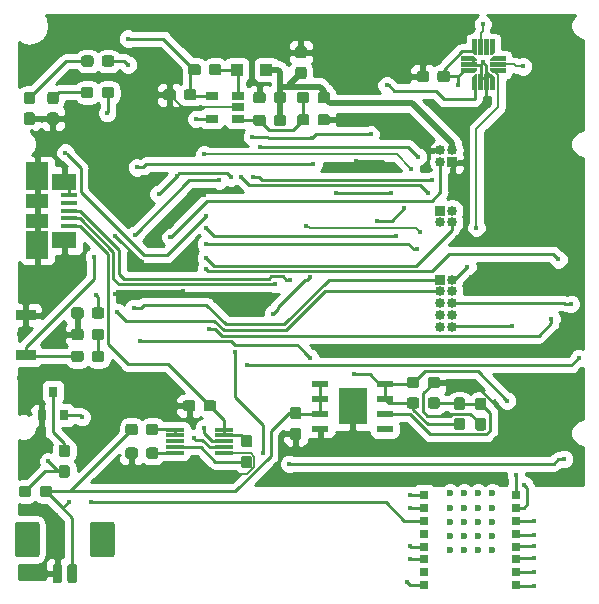
<source format=gbr>
G04 #@! TF.GenerationSoftware,KiCad,Pcbnew,5.0.2-bee76a0~70~ubuntu18.04.1*
G04 #@! TF.CreationDate,2020-07-11T19:39:15-07:00*
G04 #@! TF.ProjectId,light_thing_hw,6c696768-745f-4746-9869-6e675f68772e,rev?*
G04 #@! TF.SameCoordinates,Original*
G04 #@! TF.FileFunction,Copper,L2,Bot*
G04 #@! TF.FilePolarity,Positive*
%FSLAX46Y46*%
G04 Gerber Fmt 4.6, Leading zero omitted, Abs format (unit mm)*
G04 Created by KiCad (PCBNEW 5.0.2-bee76a0~70~ubuntu18.04.1) date Sat 11 Jul 2020 07:39:15 PM PDT*
%MOMM*%
%LPD*%
G01*
G04 APERTURE LIST*
G04 #@! TA.AperFunction,Conductor*
%ADD10C,0.100000*%
G04 #@! TD*
G04 #@! TA.AperFunction,SMDPad,CuDef*
%ADD11C,0.950000*%
G04 #@! TD*
G04 #@! TA.AperFunction,SMDPad,CuDef*
%ADD12R,1.000000X1.000000*%
G04 #@! TD*
G04 #@! TA.AperFunction,ComponentPad*
%ADD13O,0.850000X0.850000*%
G04 #@! TD*
G04 #@! TA.AperFunction,ComponentPad*
%ADD14R,0.850000X0.850000*%
G04 #@! TD*
G04 #@! TA.AperFunction,SMDPad,CuDef*
%ADD15C,0.800000*%
G04 #@! TD*
G04 #@! TA.AperFunction,SMDPad,CuDef*
%ADD16C,2.100000*%
G04 #@! TD*
G04 #@! TA.AperFunction,SMDPad,CuDef*
%ADD17R,0.800000X0.900000*%
G04 #@! TD*
G04 #@! TA.AperFunction,SMDPad,CuDef*
%ADD18R,1.700000X0.900000*%
G04 #@! TD*
G04 #@! TA.AperFunction,BGAPad,CuDef*
%ADD19C,0.599440*%
G04 #@! TD*
G04 #@! TA.AperFunction,SMDPad,CuDef*
%ADD20R,0.797560X0.698500*%
G04 #@! TD*
G04 #@! TA.AperFunction,SMDPad,CuDef*
%ADD21R,1.498600X0.304800*%
G04 #@! TD*
G04 #@! TA.AperFunction,SMDPad,CuDef*
%ADD22R,1.060000X0.650000*%
G04 #@! TD*
G04 #@! TA.AperFunction,SMDPad,CuDef*
%ADD23R,2.413000X3.098800*%
G04 #@! TD*
G04 #@! TA.AperFunction,SMDPad,CuDef*
%ADD24R,1.460500X0.533400*%
G04 #@! TD*
G04 #@! TA.AperFunction,SMDPad,CuDef*
%ADD25R,1.380000X0.450000*%
G04 #@! TD*
G04 #@! TA.AperFunction,SMDPad,CuDef*
%ADD26R,2.100000X1.475000*%
G04 #@! TD*
G04 #@! TA.AperFunction,SMDPad,CuDef*
%ADD27R,1.900000X2.375000*%
G04 #@! TD*
G04 #@! TA.AperFunction,SMDPad,CuDef*
%ADD28R,1.900000X1.175000*%
G04 #@! TD*
G04 #@! TA.AperFunction,SMDPad,CuDef*
%ADD29C,0.400000*%
G04 #@! TD*
G04 #@! TA.AperFunction,ViaPad*
%ADD30C,0.450000*%
G04 #@! TD*
G04 #@! TA.AperFunction,Conductor*
%ADD31C,0.250000*%
G04 #@! TD*
G04 #@! TA.AperFunction,Conductor*
%ADD32C,0.500000*%
G04 #@! TD*
G04 #@! TA.AperFunction,Conductor*
%ADD33C,0.150000*%
G04 #@! TD*
G04 #@! TA.AperFunction,Conductor*
%ADD34C,0.254000*%
G04 #@! TD*
G04 APERTURE END LIST*
D10*
G04 #@! TO.N,VBUS*
G04 #@! TO.C,C5*
G36*
X137097183Y-98967299D02*
X137120238Y-98970718D01*
X137142847Y-98976382D01*
X137164791Y-98984234D01*
X137185861Y-98994199D01*
X137205852Y-99006181D01*
X137224572Y-99020065D01*
X137241842Y-99035717D01*
X137257494Y-99052987D01*
X137271378Y-99071707D01*
X137283360Y-99091698D01*
X137293325Y-99112768D01*
X137301177Y-99134712D01*
X137306841Y-99157321D01*
X137310260Y-99180376D01*
X137311404Y-99203655D01*
X137311404Y-99678655D01*
X137310260Y-99701934D01*
X137306841Y-99724989D01*
X137301177Y-99747598D01*
X137293325Y-99769542D01*
X137283360Y-99790612D01*
X137271378Y-99810603D01*
X137257494Y-99829323D01*
X137241842Y-99846593D01*
X137224572Y-99862245D01*
X137205852Y-99876129D01*
X137185861Y-99888111D01*
X137164791Y-99898076D01*
X137142847Y-99905928D01*
X137120238Y-99911592D01*
X137097183Y-99915011D01*
X137073904Y-99916155D01*
X136498904Y-99916155D01*
X136475625Y-99915011D01*
X136452570Y-99911592D01*
X136429961Y-99905928D01*
X136408017Y-99898076D01*
X136386947Y-99888111D01*
X136366956Y-99876129D01*
X136348236Y-99862245D01*
X136330966Y-99846593D01*
X136315314Y-99829323D01*
X136301430Y-99810603D01*
X136289448Y-99790612D01*
X136279483Y-99769542D01*
X136271631Y-99747598D01*
X136265967Y-99724989D01*
X136262548Y-99701934D01*
X136261404Y-99678655D01*
X136261404Y-99203655D01*
X136262548Y-99180376D01*
X136265967Y-99157321D01*
X136271631Y-99134712D01*
X136279483Y-99112768D01*
X136289448Y-99091698D01*
X136301430Y-99071707D01*
X136315314Y-99052987D01*
X136330966Y-99035717D01*
X136348236Y-99020065D01*
X136366956Y-99006181D01*
X136386947Y-98994199D01*
X136408017Y-98984234D01*
X136429961Y-98976382D01*
X136452570Y-98970718D01*
X136475625Y-98967299D01*
X136498904Y-98966155D01*
X137073904Y-98966155D01*
X137097183Y-98967299D01*
X137097183Y-98967299D01*
G37*
D11*
G04 #@! TD*
G04 #@! TO.P,C5,1*
G04 #@! TO.N,VBUS*
X136786404Y-99441155D03*
D10*
G04 #@! TO.N,GND*
G04 #@! TO.C,C5*
G36*
X135347183Y-98967299D02*
X135370238Y-98970718D01*
X135392847Y-98976382D01*
X135414791Y-98984234D01*
X135435861Y-98994199D01*
X135455852Y-99006181D01*
X135474572Y-99020065D01*
X135491842Y-99035717D01*
X135507494Y-99052987D01*
X135521378Y-99071707D01*
X135533360Y-99091698D01*
X135543325Y-99112768D01*
X135551177Y-99134712D01*
X135556841Y-99157321D01*
X135560260Y-99180376D01*
X135561404Y-99203655D01*
X135561404Y-99678655D01*
X135560260Y-99701934D01*
X135556841Y-99724989D01*
X135551177Y-99747598D01*
X135543325Y-99769542D01*
X135533360Y-99790612D01*
X135521378Y-99810603D01*
X135507494Y-99829323D01*
X135491842Y-99846593D01*
X135474572Y-99862245D01*
X135455852Y-99876129D01*
X135435861Y-99888111D01*
X135414791Y-99898076D01*
X135392847Y-99905928D01*
X135370238Y-99911592D01*
X135347183Y-99915011D01*
X135323904Y-99916155D01*
X134748904Y-99916155D01*
X134725625Y-99915011D01*
X134702570Y-99911592D01*
X134679961Y-99905928D01*
X134658017Y-99898076D01*
X134636947Y-99888111D01*
X134616956Y-99876129D01*
X134598236Y-99862245D01*
X134580966Y-99846593D01*
X134565314Y-99829323D01*
X134551430Y-99810603D01*
X134539448Y-99790612D01*
X134529483Y-99769542D01*
X134521631Y-99747598D01*
X134515967Y-99724989D01*
X134512548Y-99701934D01*
X134511404Y-99678655D01*
X134511404Y-99203655D01*
X134512548Y-99180376D01*
X134515967Y-99157321D01*
X134521631Y-99134712D01*
X134529483Y-99112768D01*
X134539448Y-99091698D01*
X134551430Y-99071707D01*
X134565314Y-99052987D01*
X134580966Y-99035717D01*
X134598236Y-99020065D01*
X134616956Y-99006181D01*
X134636947Y-98994199D01*
X134658017Y-98984234D01*
X134679961Y-98976382D01*
X134702570Y-98970718D01*
X134725625Y-98967299D01*
X134748904Y-98966155D01*
X135323904Y-98966155D01*
X135347183Y-98967299D01*
X135347183Y-98967299D01*
G37*
D11*
G04 #@! TD*
G04 #@! TO.P,C5,2*
G04 #@! TO.N,GND*
X135036404Y-99441155D03*
D10*
G04 #@! TO.N,+BATT*
G04 #@! TO.C,C6*
G36*
X130472183Y-100967299D02*
X130495238Y-100970718D01*
X130517847Y-100976382D01*
X130539791Y-100984234D01*
X130560861Y-100994199D01*
X130580852Y-101006181D01*
X130599572Y-101020065D01*
X130616842Y-101035717D01*
X130632494Y-101052987D01*
X130646378Y-101071707D01*
X130658360Y-101091698D01*
X130668325Y-101112768D01*
X130676177Y-101134712D01*
X130681841Y-101157321D01*
X130685260Y-101180376D01*
X130686404Y-101203655D01*
X130686404Y-101678655D01*
X130685260Y-101701934D01*
X130681841Y-101724989D01*
X130676177Y-101747598D01*
X130668325Y-101769542D01*
X130658360Y-101790612D01*
X130646378Y-101810603D01*
X130632494Y-101829323D01*
X130616842Y-101846593D01*
X130599572Y-101862245D01*
X130580852Y-101876129D01*
X130560861Y-101888111D01*
X130539791Y-101898076D01*
X130517847Y-101905928D01*
X130495238Y-101911592D01*
X130472183Y-101915011D01*
X130448904Y-101916155D01*
X129873904Y-101916155D01*
X129850625Y-101915011D01*
X129827570Y-101911592D01*
X129804961Y-101905928D01*
X129783017Y-101898076D01*
X129761947Y-101888111D01*
X129741956Y-101876129D01*
X129723236Y-101862245D01*
X129705966Y-101846593D01*
X129690314Y-101829323D01*
X129676430Y-101810603D01*
X129664448Y-101790612D01*
X129654483Y-101769542D01*
X129646631Y-101747598D01*
X129640967Y-101724989D01*
X129637548Y-101701934D01*
X129636404Y-101678655D01*
X129636404Y-101203655D01*
X129637548Y-101180376D01*
X129640967Y-101157321D01*
X129646631Y-101134712D01*
X129654483Y-101112768D01*
X129664448Y-101091698D01*
X129676430Y-101071707D01*
X129690314Y-101052987D01*
X129705966Y-101035717D01*
X129723236Y-101020065D01*
X129741956Y-101006181D01*
X129761947Y-100994199D01*
X129783017Y-100984234D01*
X129804961Y-100976382D01*
X129827570Y-100970718D01*
X129850625Y-100967299D01*
X129873904Y-100966155D01*
X130448904Y-100966155D01*
X130472183Y-100967299D01*
X130472183Y-100967299D01*
G37*
D11*
G04 #@! TD*
G04 #@! TO.P,C6,1*
G04 #@! TO.N,+BATT*
X130161404Y-101441155D03*
D10*
G04 #@! TO.N,Net-(C6-Pad2)*
G04 #@! TO.C,C6*
G36*
X132222183Y-100967299D02*
X132245238Y-100970718D01*
X132267847Y-100976382D01*
X132289791Y-100984234D01*
X132310861Y-100994199D01*
X132330852Y-101006181D01*
X132349572Y-101020065D01*
X132366842Y-101035717D01*
X132382494Y-101052987D01*
X132396378Y-101071707D01*
X132408360Y-101091698D01*
X132418325Y-101112768D01*
X132426177Y-101134712D01*
X132431841Y-101157321D01*
X132435260Y-101180376D01*
X132436404Y-101203655D01*
X132436404Y-101678655D01*
X132435260Y-101701934D01*
X132431841Y-101724989D01*
X132426177Y-101747598D01*
X132418325Y-101769542D01*
X132408360Y-101790612D01*
X132396378Y-101810603D01*
X132382494Y-101829323D01*
X132366842Y-101846593D01*
X132349572Y-101862245D01*
X132330852Y-101876129D01*
X132310861Y-101888111D01*
X132289791Y-101898076D01*
X132267847Y-101905928D01*
X132245238Y-101911592D01*
X132222183Y-101915011D01*
X132198904Y-101916155D01*
X131623904Y-101916155D01*
X131600625Y-101915011D01*
X131577570Y-101911592D01*
X131554961Y-101905928D01*
X131533017Y-101898076D01*
X131511947Y-101888111D01*
X131491956Y-101876129D01*
X131473236Y-101862245D01*
X131455966Y-101846593D01*
X131440314Y-101829323D01*
X131426430Y-101810603D01*
X131414448Y-101790612D01*
X131404483Y-101769542D01*
X131396631Y-101747598D01*
X131390967Y-101724989D01*
X131387548Y-101701934D01*
X131386404Y-101678655D01*
X131386404Y-101203655D01*
X131387548Y-101180376D01*
X131390967Y-101157321D01*
X131396631Y-101134712D01*
X131404483Y-101112768D01*
X131414448Y-101091698D01*
X131426430Y-101071707D01*
X131440314Y-101052987D01*
X131455966Y-101035717D01*
X131473236Y-101020065D01*
X131491956Y-101006181D01*
X131511947Y-100994199D01*
X131533017Y-100984234D01*
X131554961Y-100976382D01*
X131577570Y-100970718D01*
X131600625Y-100967299D01*
X131623904Y-100966155D01*
X132198904Y-100966155D01*
X132222183Y-100967299D01*
X132222183Y-100967299D01*
G37*
D11*
G04 #@! TD*
G04 #@! TO.P,C6,2*
G04 #@! TO.N,Net-(C6-Pad2)*
X131911404Y-101441155D03*
D10*
G04 #@! TO.N,+5V*
G04 #@! TO.C,C7*
G36*
X144760779Y-70726144D02*
X144783834Y-70729563D01*
X144806443Y-70735227D01*
X144828387Y-70743079D01*
X144849457Y-70753044D01*
X144869448Y-70765026D01*
X144888168Y-70778910D01*
X144905438Y-70794562D01*
X144921090Y-70811832D01*
X144934974Y-70830552D01*
X144946956Y-70850543D01*
X144956921Y-70871613D01*
X144964773Y-70893557D01*
X144970437Y-70916166D01*
X144973856Y-70939221D01*
X144975000Y-70962500D01*
X144975000Y-71537500D01*
X144973856Y-71560779D01*
X144970437Y-71583834D01*
X144964773Y-71606443D01*
X144956921Y-71628387D01*
X144946956Y-71649457D01*
X144934974Y-71669448D01*
X144921090Y-71688168D01*
X144905438Y-71705438D01*
X144888168Y-71721090D01*
X144869448Y-71734974D01*
X144849457Y-71746956D01*
X144828387Y-71756921D01*
X144806443Y-71764773D01*
X144783834Y-71770437D01*
X144760779Y-71773856D01*
X144737500Y-71775000D01*
X144262500Y-71775000D01*
X144239221Y-71773856D01*
X144216166Y-71770437D01*
X144193557Y-71764773D01*
X144171613Y-71756921D01*
X144150543Y-71746956D01*
X144130552Y-71734974D01*
X144111832Y-71721090D01*
X144094562Y-71705438D01*
X144078910Y-71688168D01*
X144065026Y-71669448D01*
X144053044Y-71649457D01*
X144043079Y-71628387D01*
X144035227Y-71606443D01*
X144029563Y-71583834D01*
X144026144Y-71560779D01*
X144025000Y-71537500D01*
X144025000Y-70962500D01*
X144026144Y-70939221D01*
X144029563Y-70916166D01*
X144035227Y-70893557D01*
X144043079Y-70871613D01*
X144053044Y-70850543D01*
X144065026Y-70830552D01*
X144078910Y-70811832D01*
X144094562Y-70794562D01*
X144111832Y-70778910D01*
X144130552Y-70765026D01*
X144150543Y-70753044D01*
X144171613Y-70743079D01*
X144193557Y-70735227D01*
X144216166Y-70729563D01*
X144239221Y-70726144D01*
X144262500Y-70725000D01*
X144737500Y-70725000D01*
X144760779Y-70726144D01*
X144760779Y-70726144D01*
G37*
D11*
G04 #@! TD*
G04 #@! TO.P,C7,1*
G04 #@! TO.N,+5V*
X144500000Y-71250000D03*
D10*
G04 #@! TO.N,GND*
G04 #@! TO.C,C7*
G36*
X144760779Y-68976144D02*
X144783834Y-68979563D01*
X144806443Y-68985227D01*
X144828387Y-68993079D01*
X144849457Y-69003044D01*
X144869448Y-69015026D01*
X144888168Y-69028910D01*
X144905438Y-69044562D01*
X144921090Y-69061832D01*
X144934974Y-69080552D01*
X144946956Y-69100543D01*
X144956921Y-69121613D01*
X144964773Y-69143557D01*
X144970437Y-69166166D01*
X144973856Y-69189221D01*
X144975000Y-69212500D01*
X144975000Y-69787500D01*
X144973856Y-69810779D01*
X144970437Y-69833834D01*
X144964773Y-69856443D01*
X144956921Y-69878387D01*
X144946956Y-69899457D01*
X144934974Y-69919448D01*
X144921090Y-69938168D01*
X144905438Y-69955438D01*
X144888168Y-69971090D01*
X144869448Y-69984974D01*
X144849457Y-69996956D01*
X144828387Y-70006921D01*
X144806443Y-70014773D01*
X144783834Y-70020437D01*
X144760779Y-70023856D01*
X144737500Y-70025000D01*
X144262500Y-70025000D01*
X144239221Y-70023856D01*
X144216166Y-70020437D01*
X144193557Y-70014773D01*
X144171613Y-70006921D01*
X144150543Y-69996956D01*
X144130552Y-69984974D01*
X144111832Y-69971090D01*
X144094562Y-69955438D01*
X144078910Y-69938168D01*
X144065026Y-69919448D01*
X144053044Y-69899457D01*
X144043079Y-69878387D01*
X144035227Y-69856443D01*
X144029563Y-69833834D01*
X144026144Y-69810779D01*
X144025000Y-69787500D01*
X144025000Y-69212500D01*
X144026144Y-69189221D01*
X144029563Y-69166166D01*
X144035227Y-69143557D01*
X144043079Y-69121613D01*
X144053044Y-69100543D01*
X144065026Y-69080552D01*
X144078910Y-69061832D01*
X144094562Y-69044562D01*
X144111832Y-69028910D01*
X144130552Y-69015026D01*
X144150543Y-69003044D01*
X144171613Y-68993079D01*
X144193557Y-68985227D01*
X144216166Y-68979563D01*
X144239221Y-68976144D01*
X144262500Y-68975000D01*
X144737500Y-68975000D01*
X144760779Y-68976144D01*
X144760779Y-68976144D01*
G37*
D11*
G04 #@! TD*
G04 #@! TO.P,C7,2*
G04 #@! TO.N,GND*
X144500000Y-69500000D03*
D10*
G04 #@! TO.N,GND*
G04 #@! TO.C,C8*
G36*
X133680779Y-72636144D02*
X133703834Y-72639563D01*
X133726443Y-72645227D01*
X133748387Y-72653079D01*
X133769457Y-72663044D01*
X133789448Y-72675026D01*
X133808168Y-72688910D01*
X133825438Y-72704562D01*
X133841090Y-72721832D01*
X133854974Y-72740552D01*
X133866956Y-72760543D01*
X133876921Y-72781613D01*
X133884773Y-72803557D01*
X133890437Y-72826166D01*
X133893856Y-72849221D01*
X133895000Y-72872500D01*
X133895000Y-73347500D01*
X133893856Y-73370779D01*
X133890437Y-73393834D01*
X133884773Y-73416443D01*
X133876921Y-73438387D01*
X133866956Y-73459457D01*
X133854974Y-73479448D01*
X133841090Y-73498168D01*
X133825438Y-73515438D01*
X133808168Y-73531090D01*
X133789448Y-73544974D01*
X133769457Y-73556956D01*
X133748387Y-73566921D01*
X133726443Y-73574773D01*
X133703834Y-73580437D01*
X133680779Y-73583856D01*
X133657500Y-73585000D01*
X133082500Y-73585000D01*
X133059221Y-73583856D01*
X133036166Y-73580437D01*
X133013557Y-73574773D01*
X132991613Y-73566921D01*
X132970543Y-73556956D01*
X132950552Y-73544974D01*
X132931832Y-73531090D01*
X132914562Y-73515438D01*
X132898910Y-73498168D01*
X132885026Y-73479448D01*
X132873044Y-73459457D01*
X132863079Y-73438387D01*
X132855227Y-73416443D01*
X132849563Y-73393834D01*
X132846144Y-73370779D01*
X132845000Y-73347500D01*
X132845000Y-72872500D01*
X132846144Y-72849221D01*
X132849563Y-72826166D01*
X132855227Y-72803557D01*
X132863079Y-72781613D01*
X132873044Y-72760543D01*
X132885026Y-72740552D01*
X132898910Y-72721832D01*
X132914562Y-72704562D01*
X132931832Y-72688910D01*
X132950552Y-72675026D01*
X132970543Y-72663044D01*
X132991613Y-72653079D01*
X133013557Y-72645227D01*
X133036166Y-72639563D01*
X133059221Y-72636144D01*
X133082500Y-72635000D01*
X133657500Y-72635000D01*
X133680779Y-72636144D01*
X133680779Y-72636144D01*
G37*
D11*
G04 #@! TD*
G04 #@! TO.P,C8,1*
G04 #@! TO.N,GND*
X133370000Y-73110000D03*
D10*
G04 #@! TO.N,+BATT*
G04 #@! TO.C,C8*
G36*
X135430779Y-72636144D02*
X135453834Y-72639563D01*
X135476443Y-72645227D01*
X135498387Y-72653079D01*
X135519457Y-72663044D01*
X135539448Y-72675026D01*
X135558168Y-72688910D01*
X135575438Y-72704562D01*
X135591090Y-72721832D01*
X135604974Y-72740552D01*
X135616956Y-72760543D01*
X135626921Y-72781613D01*
X135634773Y-72803557D01*
X135640437Y-72826166D01*
X135643856Y-72849221D01*
X135645000Y-72872500D01*
X135645000Y-73347500D01*
X135643856Y-73370779D01*
X135640437Y-73393834D01*
X135634773Y-73416443D01*
X135626921Y-73438387D01*
X135616956Y-73459457D01*
X135604974Y-73479448D01*
X135591090Y-73498168D01*
X135575438Y-73515438D01*
X135558168Y-73531090D01*
X135539448Y-73544974D01*
X135519457Y-73556956D01*
X135498387Y-73566921D01*
X135476443Y-73574773D01*
X135453834Y-73580437D01*
X135430779Y-73583856D01*
X135407500Y-73585000D01*
X134832500Y-73585000D01*
X134809221Y-73583856D01*
X134786166Y-73580437D01*
X134763557Y-73574773D01*
X134741613Y-73566921D01*
X134720543Y-73556956D01*
X134700552Y-73544974D01*
X134681832Y-73531090D01*
X134664562Y-73515438D01*
X134648910Y-73498168D01*
X134635026Y-73479448D01*
X134623044Y-73459457D01*
X134613079Y-73438387D01*
X134605227Y-73416443D01*
X134599563Y-73393834D01*
X134596144Y-73370779D01*
X134595000Y-73347500D01*
X134595000Y-72872500D01*
X134596144Y-72849221D01*
X134599563Y-72826166D01*
X134605227Y-72803557D01*
X134613079Y-72781613D01*
X134623044Y-72760543D01*
X134635026Y-72740552D01*
X134648910Y-72721832D01*
X134664562Y-72704562D01*
X134681832Y-72688910D01*
X134700552Y-72675026D01*
X134720543Y-72663044D01*
X134741613Y-72653079D01*
X134763557Y-72645227D01*
X134786166Y-72639563D01*
X134809221Y-72636144D01*
X134832500Y-72635000D01*
X135407500Y-72635000D01*
X135430779Y-72636144D01*
X135430779Y-72636144D01*
G37*
D11*
G04 #@! TD*
G04 #@! TO.P,C8,2*
G04 #@! TO.N,+BATT*
X135120000Y-73110000D03*
D10*
G04 #@! TO.N,GND*
G04 #@! TO.C,C10*
G36*
X141290779Y-72866144D02*
X141313834Y-72869563D01*
X141336443Y-72875227D01*
X141358387Y-72883079D01*
X141379457Y-72893044D01*
X141399448Y-72905026D01*
X141418168Y-72918910D01*
X141435438Y-72934562D01*
X141451090Y-72951832D01*
X141464974Y-72970552D01*
X141476956Y-72990543D01*
X141486921Y-73011613D01*
X141494773Y-73033557D01*
X141500437Y-73056166D01*
X141503856Y-73079221D01*
X141505000Y-73102500D01*
X141505000Y-73577500D01*
X141503856Y-73600779D01*
X141500437Y-73623834D01*
X141494773Y-73646443D01*
X141486921Y-73668387D01*
X141476956Y-73689457D01*
X141464974Y-73709448D01*
X141451090Y-73728168D01*
X141435438Y-73745438D01*
X141418168Y-73761090D01*
X141399448Y-73774974D01*
X141379457Y-73786956D01*
X141358387Y-73796921D01*
X141336443Y-73804773D01*
X141313834Y-73810437D01*
X141290779Y-73813856D01*
X141267500Y-73815000D01*
X140692500Y-73815000D01*
X140669221Y-73813856D01*
X140646166Y-73810437D01*
X140623557Y-73804773D01*
X140601613Y-73796921D01*
X140580543Y-73786956D01*
X140560552Y-73774974D01*
X140541832Y-73761090D01*
X140524562Y-73745438D01*
X140508910Y-73728168D01*
X140495026Y-73709448D01*
X140483044Y-73689457D01*
X140473079Y-73668387D01*
X140465227Y-73646443D01*
X140459563Y-73623834D01*
X140456144Y-73600779D01*
X140455000Y-73577500D01*
X140455000Y-73102500D01*
X140456144Y-73079221D01*
X140459563Y-73056166D01*
X140465227Y-73033557D01*
X140473079Y-73011613D01*
X140483044Y-72990543D01*
X140495026Y-72970552D01*
X140508910Y-72951832D01*
X140524562Y-72934562D01*
X140541832Y-72918910D01*
X140560552Y-72905026D01*
X140580543Y-72893044D01*
X140601613Y-72883079D01*
X140623557Y-72875227D01*
X140646166Y-72869563D01*
X140669221Y-72866144D01*
X140692500Y-72865000D01*
X141267500Y-72865000D01*
X141290779Y-72866144D01*
X141290779Y-72866144D01*
G37*
D11*
G04 #@! TD*
G04 #@! TO.P,C10,2*
G04 #@! TO.N,GND*
X140980000Y-73340000D03*
D10*
G04 #@! TO.N,+5V*
G04 #@! TO.C,C10*
G36*
X143040779Y-72866144D02*
X143063834Y-72869563D01*
X143086443Y-72875227D01*
X143108387Y-72883079D01*
X143129457Y-72893044D01*
X143149448Y-72905026D01*
X143168168Y-72918910D01*
X143185438Y-72934562D01*
X143201090Y-72951832D01*
X143214974Y-72970552D01*
X143226956Y-72990543D01*
X143236921Y-73011613D01*
X143244773Y-73033557D01*
X143250437Y-73056166D01*
X143253856Y-73079221D01*
X143255000Y-73102500D01*
X143255000Y-73577500D01*
X143253856Y-73600779D01*
X143250437Y-73623834D01*
X143244773Y-73646443D01*
X143236921Y-73668387D01*
X143226956Y-73689457D01*
X143214974Y-73709448D01*
X143201090Y-73728168D01*
X143185438Y-73745438D01*
X143168168Y-73761090D01*
X143149448Y-73774974D01*
X143129457Y-73786956D01*
X143108387Y-73796921D01*
X143086443Y-73804773D01*
X143063834Y-73810437D01*
X143040779Y-73813856D01*
X143017500Y-73815000D01*
X142442500Y-73815000D01*
X142419221Y-73813856D01*
X142396166Y-73810437D01*
X142373557Y-73804773D01*
X142351613Y-73796921D01*
X142330543Y-73786956D01*
X142310552Y-73774974D01*
X142291832Y-73761090D01*
X142274562Y-73745438D01*
X142258910Y-73728168D01*
X142245026Y-73709448D01*
X142233044Y-73689457D01*
X142223079Y-73668387D01*
X142215227Y-73646443D01*
X142209563Y-73623834D01*
X142206144Y-73600779D01*
X142205000Y-73577500D01*
X142205000Y-73102500D01*
X142206144Y-73079221D01*
X142209563Y-73056166D01*
X142215227Y-73033557D01*
X142223079Y-73011613D01*
X142233044Y-72990543D01*
X142245026Y-72970552D01*
X142258910Y-72951832D01*
X142274562Y-72934562D01*
X142291832Y-72918910D01*
X142310552Y-72905026D01*
X142330543Y-72893044D01*
X142351613Y-72883079D01*
X142373557Y-72875227D01*
X142396166Y-72869563D01*
X142419221Y-72866144D01*
X142442500Y-72865000D01*
X143017500Y-72865000D01*
X143040779Y-72866144D01*
X143040779Y-72866144D01*
G37*
D11*
G04 #@! TD*
G04 #@! TO.P,C10,1*
G04 #@! TO.N,+5V*
X142730000Y-73340000D03*
D10*
G04 #@! TO.N,+3V3*
G04 #@! TO.C,C11*
G36*
X156890779Y-71075540D02*
X156913834Y-71078959D01*
X156936443Y-71084623D01*
X156958387Y-71092475D01*
X156979457Y-71102440D01*
X156999448Y-71114422D01*
X157018168Y-71128306D01*
X157035438Y-71143958D01*
X157051090Y-71161228D01*
X157064974Y-71179948D01*
X157076956Y-71199939D01*
X157086921Y-71221009D01*
X157094773Y-71242953D01*
X157100437Y-71265562D01*
X157103856Y-71288617D01*
X157105000Y-71311896D01*
X157105000Y-71786896D01*
X157103856Y-71810175D01*
X157100437Y-71833230D01*
X157094773Y-71855839D01*
X157086921Y-71877783D01*
X157076956Y-71898853D01*
X157064974Y-71918844D01*
X157051090Y-71937564D01*
X157035438Y-71954834D01*
X157018168Y-71970486D01*
X156999448Y-71984370D01*
X156979457Y-71996352D01*
X156958387Y-72006317D01*
X156936443Y-72014169D01*
X156913834Y-72019833D01*
X156890779Y-72023252D01*
X156867500Y-72024396D01*
X156292500Y-72024396D01*
X156269221Y-72023252D01*
X156246166Y-72019833D01*
X156223557Y-72014169D01*
X156201613Y-72006317D01*
X156180543Y-71996352D01*
X156160552Y-71984370D01*
X156141832Y-71970486D01*
X156124562Y-71954834D01*
X156108910Y-71937564D01*
X156095026Y-71918844D01*
X156083044Y-71898853D01*
X156073079Y-71877783D01*
X156065227Y-71855839D01*
X156059563Y-71833230D01*
X156056144Y-71810175D01*
X156055000Y-71786896D01*
X156055000Y-71311896D01*
X156056144Y-71288617D01*
X156059563Y-71265562D01*
X156065227Y-71242953D01*
X156073079Y-71221009D01*
X156083044Y-71199939D01*
X156095026Y-71179948D01*
X156108910Y-71161228D01*
X156124562Y-71143958D01*
X156141832Y-71128306D01*
X156160552Y-71114422D01*
X156180543Y-71102440D01*
X156201613Y-71092475D01*
X156223557Y-71084623D01*
X156246166Y-71078959D01*
X156269221Y-71075540D01*
X156292500Y-71074396D01*
X156867500Y-71074396D01*
X156890779Y-71075540D01*
X156890779Y-71075540D01*
G37*
D11*
G04 #@! TD*
G04 #@! TO.P,C11,1*
G04 #@! TO.N,+3V3*
X156580000Y-71549396D03*
D10*
G04 #@! TO.N,GND*
G04 #@! TO.C,C11*
G36*
X155140779Y-71075540D02*
X155163834Y-71078959D01*
X155186443Y-71084623D01*
X155208387Y-71092475D01*
X155229457Y-71102440D01*
X155249448Y-71114422D01*
X155268168Y-71128306D01*
X155285438Y-71143958D01*
X155301090Y-71161228D01*
X155314974Y-71179948D01*
X155326956Y-71199939D01*
X155336921Y-71221009D01*
X155344773Y-71242953D01*
X155350437Y-71265562D01*
X155353856Y-71288617D01*
X155355000Y-71311896D01*
X155355000Y-71786896D01*
X155353856Y-71810175D01*
X155350437Y-71833230D01*
X155344773Y-71855839D01*
X155336921Y-71877783D01*
X155326956Y-71898853D01*
X155314974Y-71918844D01*
X155301090Y-71937564D01*
X155285438Y-71954834D01*
X155268168Y-71970486D01*
X155249448Y-71984370D01*
X155229457Y-71996352D01*
X155208387Y-72006317D01*
X155186443Y-72014169D01*
X155163834Y-72019833D01*
X155140779Y-72023252D01*
X155117500Y-72024396D01*
X154542500Y-72024396D01*
X154519221Y-72023252D01*
X154496166Y-72019833D01*
X154473557Y-72014169D01*
X154451613Y-72006317D01*
X154430543Y-71996352D01*
X154410552Y-71984370D01*
X154391832Y-71970486D01*
X154374562Y-71954834D01*
X154358910Y-71937564D01*
X154345026Y-71918844D01*
X154333044Y-71898853D01*
X154323079Y-71877783D01*
X154315227Y-71855839D01*
X154309563Y-71833230D01*
X154306144Y-71810175D01*
X154305000Y-71786896D01*
X154305000Y-71311896D01*
X154306144Y-71288617D01*
X154309563Y-71265562D01*
X154315227Y-71242953D01*
X154323079Y-71221009D01*
X154333044Y-71199939D01*
X154345026Y-71179948D01*
X154358910Y-71161228D01*
X154374562Y-71143958D01*
X154391832Y-71128306D01*
X154410552Y-71114422D01*
X154430543Y-71102440D01*
X154451613Y-71092475D01*
X154473557Y-71084623D01*
X154496166Y-71078959D01*
X154519221Y-71075540D01*
X154542500Y-71074396D01*
X155117500Y-71074396D01*
X155140779Y-71075540D01*
X155140779Y-71075540D01*
G37*
D11*
G04 #@! TD*
G04 #@! TO.P,C11,2*
G04 #@! TO.N,GND*
X154830000Y-71549396D03*
D10*
G04 #@! TO.N,+5V*
G04 #@! TO.C,C12*
G36*
X143040779Y-74776144D02*
X143063834Y-74779563D01*
X143086443Y-74785227D01*
X143108387Y-74793079D01*
X143129457Y-74803044D01*
X143149448Y-74815026D01*
X143168168Y-74828910D01*
X143185438Y-74844562D01*
X143201090Y-74861832D01*
X143214974Y-74880552D01*
X143226956Y-74900543D01*
X143236921Y-74921613D01*
X143244773Y-74943557D01*
X143250437Y-74966166D01*
X143253856Y-74989221D01*
X143255000Y-75012500D01*
X143255000Y-75487500D01*
X143253856Y-75510779D01*
X143250437Y-75533834D01*
X143244773Y-75556443D01*
X143236921Y-75578387D01*
X143226956Y-75599457D01*
X143214974Y-75619448D01*
X143201090Y-75638168D01*
X143185438Y-75655438D01*
X143168168Y-75671090D01*
X143149448Y-75684974D01*
X143129457Y-75696956D01*
X143108387Y-75706921D01*
X143086443Y-75714773D01*
X143063834Y-75720437D01*
X143040779Y-75723856D01*
X143017500Y-75725000D01*
X142442500Y-75725000D01*
X142419221Y-75723856D01*
X142396166Y-75720437D01*
X142373557Y-75714773D01*
X142351613Y-75706921D01*
X142330543Y-75696956D01*
X142310552Y-75684974D01*
X142291832Y-75671090D01*
X142274562Y-75655438D01*
X142258910Y-75638168D01*
X142245026Y-75619448D01*
X142233044Y-75599457D01*
X142223079Y-75578387D01*
X142215227Y-75556443D01*
X142209563Y-75533834D01*
X142206144Y-75510779D01*
X142205000Y-75487500D01*
X142205000Y-75012500D01*
X142206144Y-74989221D01*
X142209563Y-74966166D01*
X142215227Y-74943557D01*
X142223079Y-74921613D01*
X142233044Y-74900543D01*
X142245026Y-74880552D01*
X142258910Y-74861832D01*
X142274562Y-74844562D01*
X142291832Y-74828910D01*
X142310552Y-74815026D01*
X142330543Y-74803044D01*
X142351613Y-74793079D01*
X142373557Y-74785227D01*
X142396166Y-74779563D01*
X142419221Y-74776144D01*
X142442500Y-74775000D01*
X143017500Y-74775000D01*
X143040779Y-74776144D01*
X143040779Y-74776144D01*
G37*
D11*
G04 #@! TD*
G04 #@! TO.P,C12,1*
G04 #@! TO.N,+5V*
X142730000Y-75250000D03*
D10*
G04 #@! TO.N,Net-(C12-Pad2)*
G04 #@! TO.C,C12*
G36*
X141290779Y-74776144D02*
X141313834Y-74779563D01*
X141336443Y-74785227D01*
X141358387Y-74793079D01*
X141379457Y-74803044D01*
X141399448Y-74815026D01*
X141418168Y-74828910D01*
X141435438Y-74844562D01*
X141451090Y-74861832D01*
X141464974Y-74880552D01*
X141476956Y-74900543D01*
X141486921Y-74921613D01*
X141494773Y-74943557D01*
X141500437Y-74966166D01*
X141503856Y-74989221D01*
X141505000Y-75012500D01*
X141505000Y-75487500D01*
X141503856Y-75510779D01*
X141500437Y-75533834D01*
X141494773Y-75556443D01*
X141486921Y-75578387D01*
X141476956Y-75599457D01*
X141464974Y-75619448D01*
X141451090Y-75638168D01*
X141435438Y-75655438D01*
X141418168Y-75671090D01*
X141399448Y-75684974D01*
X141379457Y-75696956D01*
X141358387Y-75706921D01*
X141336443Y-75714773D01*
X141313834Y-75720437D01*
X141290779Y-75723856D01*
X141267500Y-75725000D01*
X140692500Y-75725000D01*
X140669221Y-75723856D01*
X140646166Y-75720437D01*
X140623557Y-75714773D01*
X140601613Y-75706921D01*
X140580543Y-75696956D01*
X140560552Y-75684974D01*
X140541832Y-75671090D01*
X140524562Y-75655438D01*
X140508910Y-75638168D01*
X140495026Y-75619448D01*
X140483044Y-75599457D01*
X140473079Y-75578387D01*
X140465227Y-75556443D01*
X140459563Y-75533834D01*
X140456144Y-75510779D01*
X140455000Y-75487500D01*
X140455000Y-75012500D01*
X140456144Y-74989221D01*
X140459563Y-74966166D01*
X140465227Y-74943557D01*
X140473079Y-74921613D01*
X140483044Y-74900543D01*
X140495026Y-74880552D01*
X140508910Y-74861832D01*
X140524562Y-74844562D01*
X140541832Y-74828910D01*
X140560552Y-74815026D01*
X140580543Y-74803044D01*
X140601613Y-74793079D01*
X140623557Y-74785227D01*
X140646166Y-74779563D01*
X140669221Y-74776144D01*
X140692500Y-74775000D01*
X141267500Y-74775000D01*
X141290779Y-74776144D01*
X141290779Y-74776144D01*
G37*
D11*
G04 #@! TD*
G04 #@! TO.P,C12,2*
G04 #@! TO.N,Net-(C12-Pad2)*
X140980000Y-75250000D03*
D10*
G04 #@! TO.N,Net-(C13-Pad2)*
G04 #@! TO.C,C13*
G36*
X127630779Y-94776144D02*
X127653834Y-94779563D01*
X127676443Y-94785227D01*
X127698387Y-94793079D01*
X127719457Y-94803044D01*
X127739448Y-94815026D01*
X127758168Y-94828910D01*
X127775438Y-94844562D01*
X127791090Y-94861832D01*
X127804974Y-94880552D01*
X127816956Y-94900543D01*
X127826921Y-94921613D01*
X127834773Y-94943557D01*
X127840437Y-94966166D01*
X127843856Y-94989221D01*
X127845000Y-95012500D01*
X127845000Y-95487500D01*
X127843856Y-95510779D01*
X127840437Y-95533834D01*
X127834773Y-95556443D01*
X127826921Y-95578387D01*
X127816956Y-95599457D01*
X127804974Y-95619448D01*
X127791090Y-95638168D01*
X127775438Y-95655438D01*
X127758168Y-95671090D01*
X127739448Y-95684974D01*
X127719457Y-95696956D01*
X127698387Y-95706921D01*
X127676443Y-95714773D01*
X127653834Y-95720437D01*
X127630779Y-95723856D01*
X127607500Y-95725000D01*
X127032500Y-95725000D01*
X127009221Y-95723856D01*
X126986166Y-95720437D01*
X126963557Y-95714773D01*
X126941613Y-95706921D01*
X126920543Y-95696956D01*
X126900552Y-95684974D01*
X126881832Y-95671090D01*
X126864562Y-95655438D01*
X126848910Y-95638168D01*
X126835026Y-95619448D01*
X126823044Y-95599457D01*
X126813079Y-95578387D01*
X126805227Y-95556443D01*
X126799563Y-95533834D01*
X126796144Y-95510779D01*
X126795000Y-95487500D01*
X126795000Y-95012500D01*
X126796144Y-94989221D01*
X126799563Y-94966166D01*
X126805227Y-94943557D01*
X126813079Y-94921613D01*
X126823044Y-94900543D01*
X126835026Y-94880552D01*
X126848910Y-94861832D01*
X126864562Y-94844562D01*
X126881832Y-94828910D01*
X126900552Y-94815026D01*
X126920543Y-94803044D01*
X126941613Y-94793079D01*
X126963557Y-94785227D01*
X126986166Y-94779563D01*
X127009221Y-94776144D01*
X127032500Y-94775000D01*
X127607500Y-94775000D01*
X127630779Y-94776144D01*
X127630779Y-94776144D01*
G37*
D11*
G04 #@! TD*
G04 #@! TO.P,C13,2*
G04 #@! TO.N,Net-(C13-Pad2)*
X127320000Y-95250000D03*
D10*
G04 #@! TO.N,BUTTON1*
G04 #@! TO.C,C13*
G36*
X125880779Y-94776144D02*
X125903834Y-94779563D01*
X125926443Y-94785227D01*
X125948387Y-94793079D01*
X125969457Y-94803044D01*
X125989448Y-94815026D01*
X126008168Y-94828910D01*
X126025438Y-94844562D01*
X126041090Y-94861832D01*
X126054974Y-94880552D01*
X126066956Y-94900543D01*
X126076921Y-94921613D01*
X126084773Y-94943557D01*
X126090437Y-94966166D01*
X126093856Y-94989221D01*
X126095000Y-95012500D01*
X126095000Y-95487500D01*
X126093856Y-95510779D01*
X126090437Y-95533834D01*
X126084773Y-95556443D01*
X126076921Y-95578387D01*
X126066956Y-95599457D01*
X126054974Y-95619448D01*
X126041090Y-95638168D01*
X126025438Y-95655438D01*
X126008168Y-95671090D01*
X125989448Y-95684974D01*
X125969457Y-95696956D01*
X125948387Y-95706921D01*
X125926443Y-95714773D01*
X125903834Y-95720437D01*
X125880779Y-95723856D01*
X125857500Y-95725000D01*
X125282500Y-95725000D01*
X125259221Y-95723856D01*
X125236166Y-95720437D01*
X125213557Y-95714773D01*
X125191613Y-95706921D01*
X125170543Y-95696956D01*
X125150552Y-95684974D01*
X125131832Y-95671090D01*
X125114562Y-95655438D01*
X125098910Y-95638168D01*
X125085026Y-95619448D01*
X125073044Y-95599457D01*
X125063079Y-95578387D01*
X125055227Y-95556443D01*
X125049563Y-95533834D01*
X125046144Y-95510779D01*
X125045000Y-95487500D01*
X125045000Y-95012500D01*
X125046144Y-94989221D01*
X125049563Y-94966166D01*
X125055227Y-94943557D01*
X125063079Y-94921613D01*
X125073044Y-94900543D01*
X125085026Y-94880552D01*
X125098910Y-94861832D01*
X125114562Y-94844562D01*
X125131832Y-94828910D01*
X125150552Y-94815026D01*
X125170543Y-94803044D01*
X125191613Y-94793079D01*
X125213557Y-94785227D01*
X125236166Y-94779563D01*
X125259221Y-94776144D01*
X125282500Y-94775000D01*
X125857500Y-94775000D01*
X125880779Y-94776144D01*
X125880779Y-94776144D01*
G37*
D11*
G04 #@! TD*
G04 #@! TO.P,C13,1*
G04 #@! TO.N,BUTTON1*
X125570000Y-95250000D03*
D10*
G04 #@! TO.N,+BATT*
G04 #@! TO.C,C14*
G36*
X144300779Y-99536144D02*
X144323834Y-99539563D01*
X144346443Y-99545227D01*
X144368387Y-99553079D01*
X144389457Y-99563044D01*
X144409448Y-99575026D01*
X144428168Y-99588910D01*
X144445438Y-99604562D01*
X144461090Y-99621832D01*
X144474974Y-99640552D01*
X144486956Y-99660543D01*
X144496921Y-99681613D01*
X144504773Y-99703557D01*
X144510437Y-99726166D01*
X144513856Y-99749221D01*
X144515000Y-99772500D01*
X144515000Y-100347500D01*
X144513856Y-100370779D01*
X144510437Y-100393834D01*
X144504773Y-100416443D01*
X144496921Y-100438387D01*
X144486956Y-100459457D01*
X144474974Y-100479448D01*
X144461090Y-100498168D01*
X144445438Y-100515438D01*
X144428168Y-100531090D01*
X144409448Y-100544974D01*
X144389457Y-100556956D01*
X144368387Y-100566921D01*
X144346443Y-100574773D01*
X144323834Y-100580437D01*
X144300779Y-100583856D01*
X144277500Y-100585000D01*
X143802500Y-100585000D01*
X143779221Y-100583856D01*
X143756166Y-100580437D01*
X143733557Y-100574773D01*
X143711613Y-100566921D01*
X143690543Y-100556956D01*
X143670552Y-100544974D01*
X143651832Y-100531090D01*
X143634562Y-100515438D01*
X143618910Y-100498168D01*
X143605026Y-100479448D01*
X143593044Y-100459457D01*
X143583079Y-100438387D01*
X143575227Y-100416443D01*
X143569563Y-100393834D01*
X143566144Y-100370779D01*
X143565000Y-100347500D01*
X143565000Y-99772500D01*
X143566144Y-99749221D01*
X143569563Y-99726166D01*
X143575227Y-99703557D01*
X143583079Y-99681613D01*
X143593044Y-99660543D01*
X143605026Y-99640552D01*
X143618910Y-99621832D01*
X143634562Y-99604562D01*
X143651832Y-99588910D01*
X143670552Y-99575026D01*
X143690543Y-99563044D01*
X143711613Y-99553079D01*
X143733557Y-99545227D01*
X143756166Y-99539563D01*
X143779221Y-99536144D01*
X143802500Y-99535000D01*
X144277500Y-99535000D01*
X144300779Y-99536144D01*
X144300779Y-99536144D01*
G37*
D11*
G04 #@! TD*
G04 #@! TO.P,C14,1*
G04 #@! TO.N,+BATT*
X144040000Y-100060000D03*
D10*
G04 #@! TO.N,GND*
G04 #@! TO.C,C14*
G36*
X144300779Y-101286144D02*
X144323834Y-101289563D01*
X144346443Y-101295227D01*
X144368387Y-101303079D01*
X144389457Y-101313044D01*
X144409448Y-101325026D01*
X144428168Y-101338910D01*
X144445438Y-101354562D01*
X144461090Y-101371832D01*
X144474974Y-101390552D01*
X144486956Y-101410543D01*
X144496921Y-101431613D01*
X144504773Y-101453557D01*
X144510437Y-101476166D01*
X144513856Y-101499221D01*
X144515000Y-101522500D01*
X144515000Y-102097500D01*
X144513856Y-102120779D01*
X144510437Y-102143834D01*
X144504773Y-102166443D01*
X144496921Y-102188387D01*
X144486956Y-102209457D01*
X144474974Y-102229448D01*
X144461090Y-102248168D01*
X144445438Y-102265438D01*
X144428168Y-102281090D01*
X144409448Y-102294974D01*
X144389457Y-102306956D01*
X144368387Y-102316921D01*
X144346443Y-102324773D01*
X144323834Y-102330437D01*
X144300779Y-102333856D01*
X144277500Y-102335000D01*
X143802500Y-102335000D01*
X143779221Y-102333856D01*
X143756166Y-102330437D01*
X143733557Y-102324773D01*
X143711613Y-102316921D01*
X143690543Y-102306956D01*
X143670552Y-102294974D01*
X143651832Y-102281090D01*
X143634562Y-102265438D01*
X143618910Y-102248168D01*
X143605026Y-102229448D01*
X143593044Y-102209457D01*
X143583079Y-102188387D01*
X143575227Y-102166443D01*
X143569563Y-102143834D01*
X143566144Y-102120779D01*
X143565000Y-102097500D01*
X143565000Y-101522500D01*
X143566144Y-101499221D01*
X143569563Y-101476166D01*
X143575227Y-101453557D01*
X143583079Y-101431613D01*
X143593044Y-101410543D01*
X143605026Y-101390552D01*
X143618910Y-101371832D01*
X143634562Y-101354562D01*
X143651832Y-101338910D01*
X143670552Y-101325026D01*
X143690543Y-101313044D01*
X143711613Y-101303079D01*
X143733557Y-101295227D01*
X143756166Y-101289563D01*
X143779221Y-101286144D01*
X143802500Y-101285000D01*
X144277500Y-101285000D01*
X144300779Y-101286144D01*
X144300779Y-101286144D01*
G37*
D11*
G04 #@! TD*
G04 #@! TO.P,C14,2*
G04 #@! TO.N,GND*
X144040000Y-101810000D03*
D10*
G04 #@! TO.N,+3V3*
G04 #@! TO.C,C15*
G36*
X154300779Y-98726144D02*
X154323834Y-98729563D01*
X154346443Y-98735227D01*
X154368387Y-98743079D01*
X154389457Y-98753044D01*
X154409448Y-98765026D01*
X154428168Y-98778910D01*
X154445438Y-98794562D01*
X154461090Y-98811832D01*
X154474974Y-98830552D01*
X154486956Y-98850543D01*
X154496921Y-98871613D01*
X154504773Y-98893557D01*
X154510437Y-98916166D01*
X154513856Y-98939221D01*
X154515000Y-98962500D01*
X154515000Y-99437500D01*
X154513856Y-99460779D01*
X154510437Y-99483834D01*
X154504773Y-99506443D01*
X154496921Y-99528387D01*
X154486956Y-99549457D01*
X154474974Y-99569448D01*
X154461090Y-99588168D01*
X154445438Y-99605438D01*
X154428168Y-99621090D01*
X154409448Y-99634974D01*
X154389457Y-99646956D01*
X154368387Y-99656921D01*
X154346443Y-99664773D01*
X154323834Y-99670437D01*
X154300779Y-99673856D01*
X154277500Y-99675000D01*
X153702500Y-99675000D01*
X153679221Y-99673856D01*
X153656166Y-99670437D01*
X153633557Y-99664773D01*
X153611613Y-99656921D01*
X153590543Y-99646956D01*
X153570552Y-99634974D01*
X153551832Y-99621090D01*
X153534562Y-99605438D01*
X153518910Y-99588168D01*
X153505026Y-99569448D01*
X153493044Y-99549457D01*
X153483079Y-99528387D01*
X153475227Y-99506443D01*
X153469563Y-99483834D01*
X153466144Y-99460779D01*
X153465000Y-99437500D01*
X153465000Y-98962500D01*
X153466144Y-98939221D01*
X153469563Y-98916166D01*
X153475227Y-98893557D01*
X153483079Y-98871613D01*
X153493044Y-98850543D01*
X153505026Y-98830552D01*
X153518910Y-98811832D01*
X153534562Y-98794562D01*
X153551832Y-98778910D01*
X153570552Y-98765026D01*
X153590543Y-98753044D01*
X153611613Y-98743079D01*
X153633557Y-98735227D01*
X153656166Y-98729563D01*
X153679221Y-98726144D01*
X153702500Y-98725000D01*
X154277500Y-98725000D01*
X154300779Y-98726144D01*
X154300779Y-98726144D01*
G37*
D11*
G04 #@! TD*
G04 #@! TO.P,C15,2*
G04 #@! TO.N,+3V3*
X153990000Y-99200000D03*
D10*
G04 #@! TO.N,Net-(C15-Pad1)*
G04 #@! TO.C,C15*
G36*
X156050779Y-98726144D02*
X156073834Y-98729563D01*
X156096443Y-98735227D01*
X156118387Y-98743079D01*
X156139457Y-98753044D01*
X156159448Y-98765026D01*
X156178168Y-98778910D01*
X156195438Y-98794562D01*
X156211090Y-98811832D01*
X156224974Y-98830552D01*
X156236956Y-98850543D01*
X156246921Y-98871613D01*
X156254773Y-98893557D01*
X156260437Y-98916166D01*
X156263856Y-98939221D01*
X156265000Y-98962500D01*
X156265000Y-99437500D01*
X156263856Y-99460779D01*
X156260437Y-99483834D01*
X156254773Y-99506443D01*
X156246921Y-99528387D01*
X156236956Y-99549457D01*
X156224974Y-99569448D01*
X156211090Y-99588168D01*
X156195438Y-99605438D01*
X156178168Y-99621090D01*
X156159448Y-99634974D01*
X156139457Y-99646956D01*
X156118387Y-99656921D01*
X156096443Y-99664773D01*
X156073834Y-99670437D01*
X156050779Y-99673856D01*
X156027500Y-99675000D01*
X155452500Y-99675000D01*
X155429221Y-99673856D01*
X155406166Y-99670437D01*
X155383557Y-99664773D01*
X155361613Y-99656921D01*
X155340543Y-99646956D01*
X155320552Y-99634974D01*
X155301832Y-99621090D01*
X155284562Y-99605438D01*
X155268910Y-99588168D01*
X155255026Y-99569448D01*
X155243044Y-99549457D01*
X155233079Y-99528387D01*
X155225227Y-99506443D01*
X155219563Y-99483834D01*
X155216144Y-99460779D01*
X155215000Y-99437500D01*
X155215000Y-98962500D01*
X155216144Y-98939221D01*
X155219563Y-98916166D01*
X155225227Y-98893557D01*
X155233079Y-98871613D01*
X155243044Y-98850543D01*
X155255026Y-98830552D01*
X155268910Y-98811832D01*
X155284562Y-98794562D01*
X155301832Y-98778910D01*
X155320552Y-98765026D01*
X155340543Y-98753044D01*
X155361613Y-98743079D01*
X155383557Y-98735227D01*
X155406166Y-98729563D01*
X155429221Y-98726144D01*
X155452500Y-98725000D01*
X156027500Y-98725000D01*
X156050779Y-98726144D01*
X156050779Y-98726144D01*
G37*
D11*
G04 #@! TD*
G04 #@! TO.P,C15,1*
G04 #@! TO.N,Net-(C15-Pad1)*
X155740000Y-99200000D03*
D10*
G04 #@! TO.N,GND*
G04 #@! TO.C,C18*
G36*
X156055779Y-97006144D02*
X156078834Y-97009563D01*
X156101443Y-97015227D01*
X156123387Y-97023079D01*
X156144457Y-97033044D01*
X156164448Y-97045026D01*
X156183168Y-97058910D01*
X156200438Y-97074562D01*
X156216090Y-97091832D01*
X156229974Y-97110552D01*
X156241956Y-97130543D01*
X156251921Y-97151613D01*
X156259773Y-97173557D01*
X156265437Y-97196166D01*
X156268856Y-97219221D01*
X156270000Y-97242500D01*
X156270000Y-97717500D01*
X156268856Y-97740779D01*
X156265437Y-97763834D01*
X156259773Y-97786443D01*
X156251921Y-97808387D01*
X156241956Y-97829457D01*
X156229974Y-97849448D01*
X156216090Y-97868168D01*
X156200438Y-97885438D01*
X156183168Y-97901090D01*
X156164448Y-97914974D01*
X156144457Y-97926956D01*
X156123387Y-97936921D01*
X156101443Y-97944773D01*
X156078834Y-97950437D01*
X156055779Y-97953856D01*
X156032500Y-97955000D01*
X155457500Y-97955000D01*
X155434221Y-97953856D01*
X155411166Y-97950437D01*
X155388557Y-97944773D01*
X155366613Y-97936921D01*
X155345543Y-97926956D01*
X155325552Y-97914974D01*
X155306832Y-97901090D01*
X155289562Y-97885438D01*
X155273910Y-97868168D01*
X155260026Y-97849448D01*
X155248044Y-97829457D01*
X155238079Y-97808387D01*
X155230227Y-97786443D01*
X155224563Y-97763834D01*
X155221144Y-97740779D01*
X155220000Y-97717500D01*
X155220000Y-97242500D01*
X155221144Y-97219221D01*
X155224563Y-97196166D01*
X155230227Y-97173557D01*
X155238079Y-97151613D01*
X155248044Y-97130543D01*
X155260026Y-97110552D01*
X155273910Y-97091832D01*
X155289562Y-97074562D01*
X155306832Y-97058910D01*
X155325552Y-97045026D01*
X155345543Y-97033044D01*
X155366613Y-97023079D01*
X155388557Y-97015227D01*
X155411166Y-97009563D01*
X155434221Y-97006144D01*
X155457500Y-97005000D01*
X156032500Y-97005000D01*
X156055779Y-97006144D01*
X156055779Y-97006144D01*
G37*
D11*
G04 #@! TD*
G04 #@! TO.P,C18,1*
G04 #@! TO.N,GND*
X155745000Y-97480000D03*
D10*
G04 #@! TO.N,+3V3*
G04 #@! TO.C,C18*
G36*
X154305779Y-97006144D02*
X154328834Y-97009563D01*
X154351443Y-97015227D01*
X154373387Y-97023079D01*
X154394457Y-97033044D01*
X154414448Y-97045026D01*
X154433168Y-97058910D01*
X154450438Y-97074562D01*
X154466090Y-97091832D01*
X154479974Y-97110552D01*
X154491956Y-97130543D01*
X154501921Y-97151613D01*
X154509773Y-97173557D01*
X154515437Y-97196166D01*
X154518856Y-97219221D01*
X154520000Y-97242500D01*
X154520000Y-97717500D01*
X154518856Y-97740779D01*
X154515437Y-97763834D01*
X154509773Y-97786443D01*
X154501921Y-97808387D01*
X154491956Y-97829457D01*
X154479974Y-97849448D01*
X154466090Y-97868168D01*
X154450438Y-97885438D01*
X154433168Y-97901090D01*
X154414448Y-97914974D01*
X154394457Y-97926956D01*
X154373387Y-97936921D01*
X154351443Y-97944773D01*
X154328834Y-97950437D01*
X154305779Y-97953856D01*
X154282500Y-97955000D01*
X153707500Y-97955000D01*
X153684221Y-97953856D01*
X153661166Y-97950437D01*
X153638557Y-97944773D01*
X153616613Y-97936921D01*
X153595543Y-97926956D01*
X153575552Y-97914974D01*
X153556832Y-97901090D01*
X153539562Y-97885438D01*
X153523910Y-97868168D01*
X153510026Y-97849448D01*
X153498044Y-97829457D01*
X153488079Y-97808387D01*
X153480227Y-97786443D01*
X153474563Y-97763834D01*
X153471144Y-97740779D01*
X153470000Y-97717500D01*
X153470000Y-97242500D01*
X153471144Y-97219221D01*
X153474563Y-97196166D01*
X153480227Y-97173557D01*
X153488079Y-97151613D01*
X153498044Y-97130543D01*
X153510026Y-97110552D01*
X153523910Y-97091832D01*
X153539562Y-97074562D01*
X153556832Y-97058910D01*
X153575552Y-97045026D01*
X153595543Y-97033044D01*
X153616613Y-97023079D01*
X153638557Y-97015227D01*
X153661166Y-97009563D01*
X153684221Y-97006144D01*
X153707500Y-97005000D01*
X154282500Y-97005000D01*
X154305779Y-97006144D01*
X154305779Y-97006144D01*
G37*
D11*
G04 #@! TD*
G04 #@! TO.P,C18,2*
G04 #@! TO.N,+3V3*
X153995000Y-97480000D03*
D12*
G04 #@! TO.P,D1,2*
G04 #@! TO.N,Net-(D1-Pad2)*
X139060000Y-70970000D03*
G04 #@! TO.P,D1,1*
G04 #@! TO.N,+5V*
X141560000Y-70970000D03*
G04 #@! TD*
D10*
G04 #@! TO.N,GND*
G04 #@! TO.C,D2*
G36*
X121760779Y-74601144D02*
X121783834Y-74604563D01*
X121806443Y-74610227D01*
X121828387Y-74618079D01*
X121849457Y-74628044D01*
X121869448Y-74640026D01*
X121888168Y-74653910D01*
X121905438Y-74669562D01*
X121921090Y-74686832D01*
X121934974Y-74705552D01*
X121946956Y-74725543D01*
X121956921Y-74746613D01*
X121964773Y-74768557D01*
X121970437Y-74791166D01*
X121973856Y-74814221D01*
X121975000Y-74837500D01*
X121975000Y-75412500D01*
X121973856Y-75435779D01*
X121970437Y-75458834D01*
X121964773Y-75481443D01*
X121956921Y-75503387D01*
X121946956Y-75524457D01*
X121934974Y-75544448D01*
X121921090Y-75563168D01*
X121905438Y-75580438D01*
X121888168Y-75596090D01*
X121869448Y-75609974D01*
X121849457Y-75621956D01*
X121828387Y-75631921D01*
X121806443Y-75639773D01*
X121783834Y-75645437D01*
X121760779Y-75648856D01*
X121737500Y-75650000D01*
X121262500Y-75650000D01*
X121239221Y-75648856D01*
X121216166Y-75645437D01*
X121193557Y-75639773D01*
X121171613Y-75631921D01*
X121150543Y-75621956D01*
X121130552Y-75609974D01*
X121111832Y-75596090D01*
X121094562Y-75580438D01*
X121078910Y-75563168D01*
X121065026Y-75544448D01*
X121053044Y-75524457D01*
X121043079Y-75503387D01*
X121035227Y-75481443D01*
X121029563Y-75458834D01*
X121026144Y-75435779D01*
X121025000Y-75412500D01*
X121025000Y-74837500D01*
X121026144Y-74814221D01*
X121029563Y-74791166D01*
X121035227Y-74768557D01*
X121043079Y-74746613D01*
X121053044Y-74725543D01*
X121065026Y-74705552D01*
X121078910Y-74686832D01*
X121094562Y-74669562D01*
X121111832Y-74653910D01*
X121130552Y-74640026D01*
X121150543Y-74628044D01*
X121171613Y-74618079D01*
X121193557Y-74610227D01*
X121216166Y-74604563D01*
X121239221Y-74601144D01*
X121262500Y-74600000D01*
X121737500Y-74600000D01*
X121760779Y-74601144D01*
X121760779Y-74601144D01*
G37*
D11*
G04 #@! TD*
G04 #@! TO.P,D2,1*
G04 #@! TO.N,GND*
X121500000Y-75125000D03*
D10*
G04 #@! TO.N,Net-(D2-Pad2)*
G04 #@! TO.C,D2*
G36*
X121760779Y-72851144D02*
X121783834Y-72854563D01*
X121806443Y-72860227D01*
X121828387Y-72868079D01*
X121849457Y-72878044D01*
X121869448Y-72890026D01*
X121888168Y-72903910D01*
X121905438Y-72919562D01*
X121921090Y-72936832D01*
X121934974Y-72955552D01*
X121946956Y-72975543D01*
X121956921Y-72996613D01*
X121964773Y-73018557D01*
X121970437Y-73041166D01*
X121973856Y-73064221D01*
X121975000Y-73087500D01*
X121975000Y-73662500D01*
X121973856Y-73685779D01*
X121970437Y-73708834D01*
X121964773Y-73731443D01*
X121956921Y-73753387D01*
X121946956Y-73774457D01*
X121934974Y-73794448D01*
X121921090Y-73813168D01*
X121905438Y-73830438D01*
X121888168Y-73846090D01*
X121869448Y-73859974D01*
X121849457Y-73871956D01*
X121828387Y-73881921D01*
X121806443Y-73889773D01*
X121783834Y-73895437D01*
X121760779Y-73898856D01*
X121737500Y-73900000D01*
X121262500Y-73900000D01*
X121239221Y-73898856D01*
X121216166Y-73895437D01*
X121193557Y-73889773D01*
X121171613Y-73881921D01*
X121150543Y-73871956D01*
X121130552Y-73859974D01*
X121111832Y-73846090D01*
X121094562Y-73830438D01*
X121078910Y-73813168D01*
X121065026Y-73794448D01*
X121053044Y-73774457D01*
X121043079Y-73753387D01*
X121035227Y-73731443D01*
X121029563Y-73708834D01*
X121026144Y-73685779D01*
X121025000Y-73662500D01*
X121025000Y-73087500D01*
X121026144Y-73064221D01*
X121029563Y-73041166D01*
X121035227Y-73018557D01*
X121043079Y-72996613D01*
X121053044Y-72975543D01*
X121065026Y-72955552D01*
X121078910Y-72936832D01*
X121094562Y-72919562D01*
X121111832Y-72903910D01*
X121130552Y-72890026D01*
X121150543Y-72878044D01*
X121171613Y-72868079D01*
X121193557Y-72860227D01*
X121216166Y-72854563D01*
X121239221Y-72851144D01*
X121262500Y-72850000D01*
X121737500Y-72850000D01*
X121760779Y-72851144D01*
X121760779Y-72851144D01*
G37*
D11*
G04 #@! TD*
G04 #@! TO.P,D2,2*
G04 #@! TO.N,Net-(D2-Pad2)*
X121500000Y-73375000D03*
D10*
G04 #@! TO.N,Net-(D3-Pad2)*
G04 #@! TO.C,D3*
G36*
X123760779Y-72851144D02*
X123783834Y-72854563D01*
X123806443Y-72860227D01*
X123828387Y-72868079D01*
X123849457Y-72878044D01*
X123869448Y-72890026D01*
X123888168Y-72903910D01*
X123905438Y-72919562D01*
X123921090Y-72936832D01*
X123934974Y-72955552D01*
X123946956Y-72975543D01*
X123956921Y-72996613D01*
X123964773Y-73018557D01*
X123970437Y-73041166D01*
X123973856Y-73064221D01*
X123975000Y-73087500D01*
X123975000Y-73662500D01*
X123973856Y-73685779D01*
X123970437Y-73708834D01*
X123964773Y-73731443D01*
X123956921Y-73753387D01*
X123946956Y-73774457D01*
X123934974Y-73794448D01*
X123921090Y-73813168D01*
X123905438Y-73830438D01*
X123888168Y-73846090D01*
X123869448Y-73859974D01*
X123849457Y-73871956D01*
X123828387Y-73881921D01*
X123806443Y-73889773D01*
X123783834Y-73895437D01*
X123760779Y-73898856D01*
X123737500Y-73900000D01*
X123262500Y-73900000D01*
X123239221Y-73898856D01*
X123216166Y-73895437D01*
X123193557Y-73889773D01*
X123171613Y-73881921D01*
X123150543Y-73871956D01*
X123130552Y-73859974D01*
X123111832Y-73846090D01*
X123094562Y-73830438D01*
X123078910Y-73813168D01*
X123065026Y-73794448D01*
X123053044Y-73774457D01*
X123043079Y-73753387D01*
X123035227Y-73731443D01*
X123029563Y-73708834D01*
X123026144Y-73685779D01*
X123025000Y-73662500D01*
X123025000Y-73087500D01*
X123026144Y-73064221D01*
X123029563Y-73041166D01*
X123035227Y-73018557D01*
X123043079Y-72996613D01*
X123053044Y-72975543D01*
X123065026Y-72955552D01*
X123078910Y-72936832D01*
X123094562Y-72919562D01*
X123111832Y-72903910D01*
X123130552Y-72890026D01*
X123150543Y-72878044D01*
X123171613Y-72868079D01*
X123193557Y-72860227D01*
X123216166Y-72854563D01*
X123239221Y-72851144D01*
X123262500Y-72850000D01*
X123737500Y-72850000D01*
X123760779Y-72851144D01*
X123760779Y-72851144D01*
G37*
D11*
G04 #@! TD*
G04 #@! TO.P,D3,2*
G04 #@! TO.N,Net-(D3-Pad2)*
X123500000Y-73375000D03*
D10*
G04 #@! TO.N,GND*
G04 #@! TO.C,D3*
G36*
X123760779Y-74601144D02*
X123783834Y-74604563D01*
X123806443Y-74610227D01*
X123828387Y-74618079D01*
X123849457Y-74628044D01*
X123869448Y-74640026D01*
X123888168Y-74653910D01*
X123905438Y-74669562D01*
X123921090Y-74686832D01*
X123934974Y-74705552D01*
X123946956Y-74725543D01*
X123956921Y-74746613D01*
X123964773Y-74768557D01*
X123970437Y-74791166D01*
X123973856Y-74814221D01*
X123975000Y-74837500D01*
X123975000Y-75412500D01*
X123973856Y-75435779D01*
X123970437Y-75458834D01*
X123964773Y-75481443D01*
X123956921Y-75503387D01*
X123946956Y-75524457D01*
X123934974Y-75544448D01*
X123921090Y-75563168D01*
X123905438Y-75580438D01*
X123888168Y-75596090D01*
X123869448Y-75609974D01*
X123849457Y-75621956D01*
X123828387Y-75631921D01*
X123806443Y-75639773D01*
X123783834Y-75645437D01*
X123760779Y-75648856D01*
X123737500Y-75650000D01*
X123262500Y-75650000D01*
X123239221Y-75648856D01*
X123216166Y-75645437D01*
X123193557Y-75639773D01*
X123171613Y-75631921D01*
X123150543Y-75621956D01*
X123130552Y-75609974D01*
X123111832Y-75596090D01*
X123094562Y-75580438D01*
X123078910Y-75563168D01*
X123065026Y-75544448D01*
X123053044Y-75524457D01*
X123043079Y-75503387D01*
X123035227Y-75481443D01*
X123029563Y-75458834D01*
X123026144Y-75435779D01*
X123025000Y-75412500D01*
X123025000Y-74837500D01*
X123026144Y-74814221D01*
X123029563Y-74791166D01*
X123035227Y-74768557D01*
X123043079Y-74746613D01*
X123053044Y-74725543D01*
X123065026Y-74705552D01*
X123078910Y-74686832D01*
X123094562Y-74669562D01*
X123111832Y-74653910D01*
X123130552Y-74640026D01*
X123150543Y-74628044D01*
X123171613Y-74618079D01*
X123193557Y-74610227D01*
X123216166Y-74604563D01*
X123239221Y-74601144D01*
X123262500Y-74600000D01*
X123737500Y-74600000D01*
X123760779Y-74601144D01*
X123760779Y-74601144D01*
G37*
D11*
G04 #@! TD*
G04 #@! TO.P,D3,1*
G04 #@! TO.N,GND*
X123500000Y-75125000D03*
D13*
G04 #@! TO.P,J1,10*
G04 #@! TO.N,BT_RST*
X157264000Y-92752000D03*
G04 #@! TO.P,J1,9*
G04 #@! TO.N,BT_SWDIO*
X156264000Y-92752000D03*
G04 #@! TO.P,J1,8*
G04 #@! TO.N,BT_SWCLK*
X157264000Y-91752000D03*
G04 #@! TO.P,J1,7*
G04 #@! TO.N,SWDIO*
X156264000Y-91752000D03*
G04 #@! TO.P,J1,6*
G04 #@! TO.N,RESET*
X157264000Y-90752000D03*
G04 #@! TO.P,J1,5*
G04 #@! TO.N,SWCLK*
X156264000Y-90752000D03*
G04 #@! TO.P,J1,4*
G04 #@! TO.N,BT_TX*
X157264000Y-89752000D03*
G04 #@! TO.P,J1,3*
G04 #@! TO.N,USART_2_RX*
X156264000Y-89752000D03*
G04 #@! TO.P,J1,2*
G04 #@! TO.N,BT_RX*
X157264000Y-88752000D03*
D14*
G04 #@! TO.P,J1,1*
G04 #@! TO.N,USART_2_TX*
X156264000Y-88752000D03*
G04 #@! TD*
D10*
G04 #@! TO.N,GND*
G04 #@! TO.C,J2*
G36*
X124094603Y-112850963D02*
X124114018Y-112853843D01*
X124133057Y-112858612D01*
X124151537Y-112865224D01*
X124169279Y-112873616D01*
X124186114Y-112883706D01*
X124201879Y-112895398D01*
X124216421Y-112908579D01*
X124229602Y-112923121D01*
X124241294Y-112938886D01*
X124251384Y-112955721D01*
X124259776Y-112973463D01*
X124266388Y-112991943D01*
X124271157Y-113010982D01*
X124274037Y-113030397D01*
X124275000Y-113050000D01*
X124275000Y-114250000D01*
X124274037Y-114269603D01*
X124271157Y-114289018D01*
X124266388Y-114308057D01*
X124259776Y-114326537D01*
X124251384Y-114344279D01*
X124241294Y-114361114D01*
X124229602Y-114376879D01*
X124216421Y-114391421D01*
X124201879Y-114404602D01*
X124186114Y-114416294D01*
X124169279Y-114426384D01*
X124151537Y-114434776D01*
X124133057Y-114441388D01*
X124114018Y-114446157D01*
X124094603Y-114449037D01*
X124075000Y-114450000D01*
X123675000Y-114450000D01*
X123655397Y-114449037D01*
X123635982Y-114446157D01*
X123616943Y-114441388D01*
X123598463Y-114434776D01*
X123580721Y-114426384D01*
X123563886Y-114416294D01*
X123548121Y-114404602D01*
X123533579Y-114391421D01*
X123520398Y-114376879D01*
X123508706Y-114361114D01*
X123498616Y-114344279D01*
X123490224Y-114326537D01*
X123483612Y-114308057D01*
X123478843Y-114289018D01*
X123475963Y-114269603D01*
X123475000Y-114250000D01*
X123475000Y-113050000D01*
X123475963Y-113030397D01*
X123478843Y-113010982D01*
X123483612Y-112991943D01*
X123490224Y-112973463D01*
X123498616Y-112955721D01*
X123508706Y-112938886D01*
X123520398Y-112923121D01*
X123533579Y-112908579D01*
X123548121Y-112895398D01*
X123563886Y-112883706D01*
X123580721Y-112873616D01*
X123598463Y-112865224D01*
X123616943Y-112858612D01*
X123635982Y-112853843D01*
X123655397Y-112850963D01*
X123675000Y-112850000D01*
X124075000Y-112850000D01*
X124094603Y-112850963D01*
X124094603Y-112850963D01*
G37*
D15*
G04 #@! TD*
G04 #@! TO.P,J2,1*
G04 #@! TO.N,GND*
X123875000Y-113650000D03*
D10*
G04 #@! TO.N,+BATT*
G04 #@! TO.C,J2*
G36*
X125344603Y-112850963D02*
X125364018Y-112853843D01*
X125383057Y-112858612D01*
X125401537Y-112865224D01*
X125419279Y-112873616D01*
X125436114Y-112883706D01*
X125451879Y-112895398D01*
X125466421Y-112908579D01*
X125479602Y-112923121D01*
X125491294Y-112938886D01*
X125501384Y-112955721D01*
X125509776Y-112973463D01*
X125516388Y-112991943D01*
X125521157Y-113010982D01*
X125524037Y-113030397D01*
X125525000Y-113050000D01*
X125525000Y-114250000D01*
X125524037Y-114269603D01*
X125521157Y-114289018D01*
X125516388Y-114308057D01*
X125509776Y-114326537D01*
X125501384Y-114344279D01*
X125491294Y-114361114D01*
X125479602Y-114376879D01*
X125466421Y-114391421D01*
X125451879Y-114404602D01*
X125436114Y-114416294D01*
X125419279Y-114426384D01*
X125401537Y-114434776D01*
X125383057Y-114441388D01*
X125364018Y-114446157D01*
X125344603Y-114449037D01*
X125325000Y-114450000D01*
X124925000Y-114450000D01*
X124905397Y-114449037D01*
X124885982Y-114446157D01*
X124866943Y-114441388D01*
X124848463Y-114434776D01*
X124830721Y-114426384D01*
X124813886Y-114416294D01*
X124798121Y-114404602D01*
X124783579Y-114391421D01*
X124770398Y-114376879D01*
X124758706Y-114361114D01*
X124748616Y-114344279D01*
X124740224Y-114326537D01*
X124733612Y-114308057D01*
X124728843Y-114289018D01*
X124725963Y-114269603D01*
X124725000Y-114250000D01*
X124725000Y-113050000D01*
X124725963Y-113030397D01*
X124728843Y-113010982D01*
X124733612Y-112991943D01*
X124740224Y-112973463D01*
X124748616Y-112955721D01*
X124758706Y-112938886D01*
X124770398Y-112923121D01*
X124783579Y-112908579D01*
X124798121Y-112895398D01*
X124813886Y-112883706D01*
X124830721Y-112873616D01*
X124848463Y-112865224D01*
X124866943Y-112858612D01*
X124885982Y-112853843D01*
X124905397Y-112850963D01*
X124925000Y-112850000D01*
X125325000Y-112850000D01*
X125344603Y-112850963D01*
X125344603Y-112850963D01*
G37*
D15*
G04 #@! TD*
G04 #@! TO.P,J2,2*
G04 #@! TO.N,+BATT*
X125125000Y-113650000D03*
D10*
G04 #@! TO.N,N/C*
G04 #@! TO.C,J2*
G36*
X122149504Y-109251204D02*
X122173773Y-109254804D01*
X122197571Y-109260765D01*
X122220671Y-109269030D01*
X122242849Y-109279520D01*
X122263893Y-109292133D01*
X122283598Y-109306747D01*
X122301777Y-109323223D01*
X122318253Y-109341402D01*
X122332867Y-109361107D01*
X122345480Y-109382151D01*
X122355970Y-109404329D01*
X122364235Y-109427429D01*
X122370196Y-109451227D01*
X122373796Y-109475496D01*
X122375000Y-109500000D01*
X122375000Y-112000000D01*
X122373796Y-112024504D01*
X122370196Y-112048773D01*
X122364235Y-112072571D01*
X122355970Y-112095671D01*
X122345480Y-112117849D01*
X122332867Y-112138893D01*
X122318253Y-112158598D01*
X122301777Y-112176777D01*
X122283598Y-112193253D01*
X122263893Y-112207867D01*
X122242849Y-112220480D01*
X122220671Y-112230970D01*
X122197571Y-112239235D01*
X122173773Y-112245196D01*
X122149504Y-112248796D01*
X122125000Y-112250000D01*
X120525000Y-112250000D01*
X120500496Y-112248796D01*
X120476227Y-112245196D01*
X120452429Y-112239235D01*
X120429329Y-112230970D01*
X120407151Y-112220480D01*
X120386107Y-112207867D01*
X120366402Y-112193253D01*
X120348223Y-112176777D01*
X120331747Y-112158598D01*
X120317133Y-112138893D01*
X120304520Y-112117849D01*
X120294030Y-112095671D01*
X120285765Y-112072571D01*
X120279804Y-112048773D01*
X120276204Y-112024504D01*
X120275000Y-112000000D01*
X120275000Y-109500000D01*
X120276204Y-109475496D01*
X120279804Y-109451227D01*
X120285765Y-109427429D01*
X120294030Y-109404329D01*
X120304520Y-109382151D01*
X120317133Y-109361107D01*
X120331747Y-109341402D01*
X120348223Y-109323223D01*
X120366402Y-109306747D01*
X120386107Y-109292133D01*
X120407151Y-109279520D01*
X120429329Y-109269030D01*
X120452429Y-109260765D01*
X120476227Y-109254804D01*
X120500496Y-109251204D01*
X120525000Y-109250000D01*
X122125000Y-109250000D01*
X122149504Y-109251204D01*
X122149504Y-109251204D01*
G37*
D16*
G04 #@! TD*
G04 #@! TO.P,J2,MP*
G04 #@! TO.N,N/C*
X121325000Y-110750000D03*
D10*
G04 #@! TO.N,N/C*
G04 #@! TO.C,J2*
G36*
X128499504Y-109251204D02*
X128523773Y-109254804D01*
X128547571Y-109260765D01*
X128570671Y-109269030D01*
X128592849Y-109279520D01*
X128613893Y-109292133D01*
X128633598Y-109306747D01*
X128651777Y-109323223D01*
X128668253Y-109341402D01*
X128682867Y-109361107D01*
X128695480Y-109382151D01*
X128705970Y-109404329D01*
X128714235Y-109427429D01*
X128720196Y-109451227D01*
X128723796Y-109475496D01*
X128725000Y-109500000D01*
X128725000Y-112000000D01*
X128723796Y-112024504D01*
X128720196Y-112048773D01*
X128714235Y-112072571D01*
X128705970Y-112095671D01*
X128695480Y-112117849D01*
X128682867Y-112138893D01*
X128668253Y-112158598D01*
X128651777Y-112176777D01*
X128633598Y-112193253D01*
X128613893Y-112207867D01*
X128592849Y-112220480D01*
X128570671Y-112230970D01*
X128547571Y-112239235D01*
X128523773Y-112245196D01*
X128499504Y-112248796D01*
X128475000Y-112250000D01*
X126875000Y-112250000D01*
X126850496Y-112248796D01*
X126826227Y-112245196D01*
X126802429Y-112239235D01*
X126779329Y-112230970D01*
X126757151Y-112220480D01*
X126736107Y-112207867D01*
X126716402Y-112193253D01*
X126698223Y-112176777D01*
X126681747Y-112158598D01*
X126667133Y-112138893D01*
X126654520Y-112117849D01*
X126644030Y-112095671D01*
X126635765Y-112072571D01*
X126629804Y-112048773D01*
X126626204Y-112024504D01*
X126625000Y-112000000D01*
X126625000Y-109500000D01*
X126626204Y-109475496D01*
X126629804Y-109451227D01*
X126635765Y-109427429D01*
X126644030Y-109404329D01*
X126654520Y-109382151D01*
X126667133Y-109361107D01*
X126681747Y-109341402D01*
X126698223Y-109323223D01*
X126716402Y-109306747D01*
X126736107Y-109292133D01*
X126757151Y-109279520D01*
X126779329Y-109269030D01*
X126802429Y-109260765D01*
X126826227Y-109254804D01*
X126850496Y-109251204D01*
X126875000Y-109250000D01*
X128475000Y-109250000D01*
X128499504Y-109251204D01*
X128499504Y-109251204D01*
G37*
D16*
G04 #@! TD*
G04 #@! TO.P,J2,MP*
G04 #@! TO.N,N/C*
X127675000Y-110750000D03*
D14*
G04 #@! TO.P,J3,1*
G04 #@! TO.N,GND*
X157312740Y-78814132D03*
D13*
G04 #@! TO.P,J3,2*
G04 #@! TO.N,ADDR_LED_PANEL_1_PWM*
X156312740Y-78814132D03*
G04 #@! TO.P,J3,3*
G04 #@! TO.N,+5V*
X157312740Y-77814132D03*
G04 #@! TO.P,J3,4*
G04 #@! TO.N,GND*
X156312740Y-77814132D03*
G04 #@! TD*
G04 #@! TO.P,J4,4*
G04 #@! TO.N,TEST_GPIO2*
X157264000Y-83910000D03*
G04 #@! TO.P,J4,3*
G04 #@! TO.N,TEST_GPIO0*
X156264000Y-83910000D03*
G04 #@! TO.P,J4,2*
G04 #@! TO.N,ADDR_LED_BACKUP_PWM*
X157264000Y-82910000D03*
D14*
G04 #@! TO.P,J4,1*
G04 #@! TO.N,TEST_GPIO1*
X156264000Y-82910000D03*
G04 #@! TD*
D10*
G04 #@! TO.N,Net-(D1-Pad2)*
G04 #@! TO.C,L1*
G36*
X137545779Y-70506144D02*
X137568834Y-70509563D01*
X137591443Y-70515227D01*
X137613387Y-70523079D01*
X137634457Y-70533044D01*
X137654448Y-70545026D01*
X137673168Y-70558910D01*
X137690438Y-70574562D01*
X137706090Y-70591832D01*
X137719974Y-70610552D01*
X137731956Y-70630543D01*
X137741921Y-70651613D01*
X137749773Y-70673557D01*
X137755437Y-70696166D01*
X137758856Y-70719221D01*
X137760000Y-70742500D01*
X137760000Y-71217500D01*
X137758856Y-71240779D01*
X137755437Y-71263834D01*
X137749773Y-71286443D01*
X137741921Y-71308387D01*
X137731956Y-71329457D01*
X137719974Y-71349448D01*
X137706090Y-71368168D01*
X137690438Y-71385438D01*
X137673168Y-71401090D01*
X137654448Y-71414974D01*
X137634457Y-71426956D01*
X137613387Y-71436921D01*
X137591443Y-71444773D01*
X137568834Y-71450437D01*
X137545779Y-71453856D01*
X137522500Y-71455000D01*
X136947500Y-71455000D01*
X136924221Y-71453856D01*
X136901166Y-71450437D01*
X136878557Y-71444773D01*
X136856613Y-71436921D01*
X136835543Y-71426956D01*
X136815552Y-71414974D01*
X136796832Y-71401090D01*
X136779562Y-71385438D01*
X136763910Y-71368168D01*
X136750026Y-71349448D01*
X136738044Y-71329457D01*
X136728079Y-71308387D01*
X136720227Y-71286443D01*
X136714563Y-71263834D01*
X136711144Y-71240779D01*
X136710000Y-71217500D01*
X136710000Y-70742500D01*
X136711144Y-70719221D01*
X136714563Y-70696166D01*
X136720227Y-70673557D01*
X136728079Y-70651613D01*
X136738044Y-70630543D01*
X136750026Y-70610552D01*
X136763910Y-70591832D01*
X136779562Y-70574562D01*
X136796832Y-70558910D01*
X136815552Y-70545026D01*
X136835543Y-70533044D01*
X136856613Y-70523079D01*
X136878557Y-70515227D01*
X136901166Y-70509563D01*
X136924221Y-70506144D01*
X136947500Y-70505000D01*
X137522500Y-70505000D01*
X137545779Y-70506144D01*
X137545779Y-70506144D01*
G37*
D11*
G04 #@! TD*
G04 #@! TO.P,L1,2*
G04 #@! TO.N,Net-(D1-Pad2)*
X137235000Y-70980000D03*
D10*
G04 #@! TO.N,+BATT*
G04 #@! TO.C,L1*
G36*
X135795779Y-70506144D02*
X135818834Y-70509563D01*
X135841443Y-70515227D01*
X135863387Y-70523079D01*
X135884457Y-70533044D01*
X135904448Y-70545026D01*
X135923168Y-70558910D01*
X135940438Y-70574562D01*
X135956090Y-70591832D01*
X135969974Y-70610552D01*
X135981956Y-70630543D01*
X135991921Y-70651613D01*
X135999773Y-70673557D01*
X136005437Y-70696166D01*
X136008856Y-70719221D01*
X136010000Y-70742500D01*
X136010000Y-71217500D01*
X136008856Y-71240779D01*
X136005437Y-71263834D01*
X135999773Y-71286443D01*
X135991921Y-71308387D01*
X135981956Y-71329457D01*
X135969974Y-71349448D01*
X135956090Y-71368168D01*
X135940438Y-71385438D01*
X135923168Y-71401090D01*
X135904448Y-71414974D01*
X135884457Y-71426956D01*
X135863387Y-71436921D01*
X135841443Y-71444773D01*
X135818834Y-71450437D01*
X135795779Y-71453856D01*
X135772500Y-71455000D01*
X135197500Y-71455000D01*
X135174221Y-71453856D01*
X135151166Y-71450437D01*
X135128557Y-71444773D01*
X135106613Y-71436921D01*
X135085543Y-71426956D01*
X135065552Y-71414974D01*
X135046832Y-71401090D01*
X135029562Y-71385438D01*
X135013910Y-71368168D01*
X135000026Y-71349448D01*
X134988044Y-71329457D01*
X134978079Y-71308387D01*
X134970227Y-71286443D01*
X134964563Y-71263834D01*
X134961144Y-71240779D01*
X134960000Y-71217500D01*
X134960000Y-70742500D01*
X134961144Y-70719221D01*
X134964563Y-70696166D01*
X134970227Y-70673557D01*
X134978079Y-70651613D01*
X134988044Y-70630543D01*
X135000026Y-70610552D01*
X135013910Y-70591832D01*
X135029562Y-70574562D01*
X135046832Y-70558910D01*
X135065552Y-70545026D01*
X135085543Y-70533044D01*
X135106613Y-70523079D01*
X135128557Y-70515227D01*
X135151166Y-70509563D01*
X135174221Y-70506144D01*
X135197500Y-70505000D01*
X135772500Y-70505000D01*
X135795779Y-70506144D01*
X135795779Y-70506144D01*
G37*
D11*
G04 #@! TD*
G04 #@! TO.P,L1,1*
G04 #@! TO.N,+BATT*
X135485000Y-70980000D03*
D17*
G04 #@! TO.P,Q1,1*
G04 #@! TO.N,BATT_ADC_ENABLE*
X124450000Y-100250000D03*
G04 #@! TO.P,Q1,2*
G04 #@! TO.N,GND*
X122550000Y-100250000D03*
G04 #@! TO.P,Q1,3*
G04 #@! TO.N,Net-(Q1-Pad3)*
X123500000Y-98250000D03*
G04 #@! TD*
D10*
G04 #@! TO.N,VBUS*
G04 #@! TO.C,R1*
G36*
X140172183Y-101917299D02*
X140195238Y-101920718D01*
X140217847Y-101926382D01*
X140239791Y-101934234D01*
X140260861Y-101944199D01*
X140280852Y-101956181D01*
X140299572Y-101970065D01*
X140316842Y-101985717D01*
X140332494Y-102002987D01*
X140346378Y-102021707D01*
X140358360Y-102041698D01*
X140368325Y-102062768D01*
X140376177Y-102084712D01*
X140381841Y-102107321D01*
X140385260Y-102130376D01*
X140386404Y-102153655D01*
X140386404Y-102728655D01*
X140385260Y-102751934D01*
X140381841Y-102774989D01*
X140376177Y-102797598D01*
X140368325Y-102819542D01*
X140358360Y-102840612D01*
X140346378Y-102860603D01*
X140332494Y-102879323D01*
X140316842Y-102896593D01*
X140299572Y-102912245D01*
X140280852Y-102926129D01*
X140260861Y-102938111D01*
X140239791Y-102948076D01*
X140217847Y-102955928D01*
X140195238Y-102961592D01*
X140172183Y-102965011D01*
X140148904Y-102966155D01*
X139673904Y-102966155D01*
X139650625Y-102965011D01*
X139627570Y-102961592D01*
X139604961Y-102955928D01*
X139583017Y-102948076D01*
X139561947Y-102938111D01*
X139541956Y-102926129D01*
X139523236Y-102912245D01*
X139505966Y-102896593D01*
X139490314Y-102879323D01*
X139476430Y-102860603D01*
X139464448Y-102840612D01*
X139454483Y-102819542D01*
X139446631Y-102797598D01*
X139440967Y-102774989D01*
X139437548Y-102751934D01*
X139436404Y-102728655D01*
X139436404Y-102153655D01*
X139437548Y-102130376D01*
X139440967Y-102107321D01*
X139446631Y-102084712D01*
X139454483Y-102062768D01*
X139464448Y-102041698D01*
X139476430Y-102021707D01*
X139490314Y-102002987D01*
X139505966Y-101985717D01*
X139523236Y-101970065D01*
X139541956Y-101956181D01*
X139561947Y-101944199D01*
X139583017Y-101934234D01*
X139604961Y-101926382D01*
X139627570Y-101920718D01*
X139650625Y-101917299D01*
X139673904Y-101916155D01*
X140148904Y-101916155D01*
X140172183Y-101917299D01*
X140172183Y-101917299D01*
G37*
D11*
G04 #@! TD*
G04 #@! TO.P,R1,1*
G04 #@! TO.N,VBUS*
X139911404Y-102441155D03*
D10*
G04 #@! TO.N,Net-(R1-Pad2)*
G04 #@! TO.C,R1*
G36*
X140172183Y-103667299D02*
X140195238Y-103670718D01*
X140217847Y-103676382D01*
X140239791Y-103684234D01*
X140260861Y-103694199D01*
X140280852Y-103706181D01*
X140299572Y-103720065D01*
X140316842Y-103735717D01*
X140332494Y-103752987D01*
X140346378Y-103771707D01*
X140358360Y-103791698D01*
X140368325Y-103812768D01*
X140376177Y-103834712D01*
X140381841Y-103857321D01*
X140385260Y-103880376D01*
X140386404Y-103903655D01*
X140386404Y-104478655D01*
X140385260Y-104501934D01*
X140381841Y-104524989D01*
X140376177Y-104547598D01*
X140368325Y-104569542D01*
X140358360Y-104590612D01*
X140346378Y-104610603D01*
X140332494Y-104629323D01*
X140316842Y-104646593D01*
X140299572Y-104662245D01*
X140280852Y-104676129D01*
X140260861Y-104688111D01*
X140239791Y-104698076D01*
X140217847Y-104705928D01*
X140195238Y-104711592D01*
X140172183Y-104715011D01*
X140148904Y-104716155D01*
X139673904Y-104716155D01*
X139650625Y-104715011D01*
X139627570Y-104711592D01*
X139604961Y-104705928D01*
X139583017Y-104698076D01*
X139561947Y-104688111D01*
X139541956Y-104676129D01*
X139523236Y-104662245D01*
X139505966Y-104646593D01*
X139490314Y-104629323D01*
X139476430Y-104610603D01*
X139464448Y-104590612D01*
X139454483Y-104569542D01*
X139446631Y-104547598D01*
X139440967Y-104524989D01*
X139437548Y-104501934D01*
X139436404Y-104478655D01*
X139436404Y-103903655D01*
X139437548Y-103880376D01*
X139440967Y-103857321D01*
X139446631Y-103834712D01*
X139454483Y-103812768D01*
X139464448Y-103791698D01*
X139476430Y-103771707D01*
X139490314Y-103752987D01*
X139505966Y-103735717D01*
X139523236Y-103720065D01*
X139541956Y-103706181D01*
X139561947Y-103694199D01*
X139583017Y-103684234D01*
X139604961Y-103676382D01*
X139627570Y-103670718D01*
X139650625Y-103667299D01*
X139673904Y-103666155D01*
X140148904Y-103666155D01*
X140172183Y-103667299D01*
X140172183Y-103667299D01*
G37*
D11*
G04 #@! TD*
G04 #@! TO.P,R1,2*
G04 #@! TO.N,Net-(R1-Pad2)*
X139911404Y-104191155D03*
D10*
G04 #@! TO.N,BATT_ADC*
G04 #@! TO.C,R2*
G36*
X121455779Y-106216144D02*
X121478834Y-106219563D01*
X121501443Y-106225227D01*
X121523387Y-106233079D01*
X121544457Y-106243044D01*
X121564448Y-106255026D01*
X121583168Y-106268910D01*
X121600438Y-106284562D01*
X121616090Y-106301832D01*
X121629974Y-106320552D01*
X121641956Y-106340543D01*
X121651921Y-106361613D01*
X121659773Y-106383557D01*
X121665437Y-106406166D01*
X121668856Y-106429221D01*
X121670000Y-106452500D01*
X121670000Y-106927500D01*
X121668856Y-106950779D01*
X121665437Y-106973834D01*
X121659773Y-106996443D01*
X121651921Y-107018387D01*
X121641956Y-107039457D01*
X121629974Y-107059448D01*
X121616090Y-107078168D01*
X121600438Y-107095438D01*
X121583168Y-107111090D01*
X121564448Y-107124974D01*
X121544457Y-107136956D01*
X121523387Y-107146921D01*
X121501443Y-107154773D01*
X121478834Y-107160437D01*
X121455779Y-107163856D01*
X121432500Y-107165000D01*
X120857500Y-107165000D01*
X120834221Y-107163856D01*
X120811166Y-107160437D01*
X120788557Y-107154773D01*
X120766613Y-107146921D01*
X120745543Y-107136956D01*
X120725552Y-107124974D01*
X120706832Y-107111090D01*
X120689562Y-107095438D01*
X120673910Y-107078168D01*
X120660026Y-107059448D01*
X120648044Y-107039457D01*
X120638079Y-107018387D01*
X120630227Y-106996443D01*
X120624563Y-106973834D01*
X120621144Y-106950779D01*
X120620000Y-106927500D01*
X120620000Y-106452500D01*
X120621144Y-106429221D01*
X120624563Y-106406166D01*
X120630227Y-106383557D01*
X120638079Y-106361613D01*
X120648044Y-106340543D01*
X120660026Y-106320552D01*
X120673910Y-106301832D01*
X120689562Y-106284562D01*
X120706832Y-106268910D01*
X120725552Y-106255026D01*
X120745543Y-106243044D01*
X120766613Y-106233079D01*
X120788557Y-106225227D01*
X120811166Y-106219563D01*
X120834221Y-106216144D01*
X120857500Y-106215000D01*
X121432500Y-106215000D01*
X121455779Y-106216144D01*
X121455779Y-106216144D01*
G37*
D11*
G04 #@! TD*
G04 #@! TO.P,R2,1*
G04 #@! TO.N,BATT_ADC*
X121145000Y-106690000D03*
D10*
G04 #@! TO.N,+BATT*
G04 #@! TO.C,R2*
G36*
X123205779Y-106216144D02*
X123228834Y-106219563D01*
X123251443Y-106225227D01*
X123273387Y-106233079D01*
X123294457Y-106243044D01*
X123314448Y-106255026D01*
X123333168Y-106268910D01*
X123350438Y-106284562D01*
X123366090Y-106301832D01*
X123379974Y-106320552D01*
X123391956Y-106340543D01*
X123401921Y-106361613D01*
X123409773Y-106383557D01*
X123415437Y-106406166D01*
X123418856Y-106429221D01*
X123420000Y-106452500D01*
X123420000Y-106927500D01*
X123418856Y-106950779D01*
X123415437Y-106973834D01*
X123409773Y-106996443D01*
X123401921Y-107018387D01*
X123391956Y-107039457D01*
X123379974Y-107059448D01*
X123366090Y-107078168D01*
X123350438Y-107095438D01*
X123333168Y-107111090D01*
X123314448Y-107124974D01*
X123294457Y-107136956D01*
X123273387Y-107146921D01*
X123251443Y-107154773D01*
X123228834Y-107160437D01*
X123205779Y-107163856D01*
X123182500Y-107165000D01*
X122607500Y-107165000D01*
X122584221Y-107163856D01*
X122561166Y-107160437D01*
X122538557Y-107154773D01*
X122516613Y-107146921D01*
X122495543Y-107136956D01*
X122475552Y-107124974D01*
X122456832Y-107111090D01*
X122439562Y-107095438D01*
X122423910Y-107078168D01*
X122410026Y-107059448D01*
X122398044Y-107039457D01*
X122388079Y-107018387D01*
X122380227Y-106996443D01*
X122374563Y-106973834D01*
X122371144Y-106950779D01*
X122370000Y-106927500D01*
X122370000Y-106452500D01*
X122371144Y-106429221D01*
X122374563Y-106406166D01*
X122380227Y-106383557D01*
X122388079Y-106361613D01*
X122398044Y-106340543D01*
X122410026Y-106320552D01*
X122423910Y-106301832D01*
X122439562Y-106284562D01*
X122456832Y-106268910D01*
X122475552Y-106255026D01*
X122495543Y-106243044D01*
X122516613Y-106233079D01*
X122538557Y-106225227D01*
X122561166Y-106219563D01*
X122584221Y-106216144D01*
X122607500Y-106215000D01*
X123182500Y-106215000D01*
X123205779Y-106216144D01*
X123205779Y-106216144D01*
G37*
D11*
G04 #@! TD*
G04 #@! TO.P,R2,2*
G04 #@! TO.N,+BATT*
X122895000Y-106690000D03*
D10*
G04 #@! TO.N,Net-(C12-Pad2)*
G04 #@! TO.C,R3*
G36*
X144985779Y-72866144D02*
X145008834Y-72869563D01*
X145031443Y-72875227D01*
X145053387Y-72883079D01*
X145074457Y-72893044D01*
X145094448Y-72905026D01*
X145113168Y-72918910D01*
X145130438Y-72934562D01*
X145146090Y-72951832D01*
X145159974Y-72970552D01*
X145171956Y-72990543D01*
X145181921Y-73011613D01*
X145189773Y-73033557D01*
X145195437Y-73056166D01*
X145198856Y-73079221D01*
X145200000Y-73102500D01*
X145200000Y-73577500D01*
X145198856Y-73600779D01*
X145195437Y-73623834D01*
X145189773Y-73646443D01*
X145181921Y-73668387D01*
X145171956Y-73689457D01*
X145159974Y-73709448D01*
X145146090Y-73728168D01*
X145130438Y-73745438D01*
X145113168Y-73761090D01*
X145094448Y-73774974D01*
X145074457Y-73786956D01*
X145053387Y-73796921D01*
X145031443Y-73804773D01*
X145008834Y-73810437D01*
X144985779Y-73813856D01*
X144962500Y-73815000D01*
X144387500Y-73815000D01*
X144364221Y-73813856D01*
X144341166Y-73810437D01*
X144318557Y-73804773D01*
X144296613Y-73796921D01*
X144275543Y-73786956D01*
X144255552Y-73774974D01*
X144236832Y-73761090D01*
X144219562Y-73745438D01*
X144203910Y-73728168D01*
X144190026Y-73709448D01*
X144178044Y-73689457D01*
X144168079Y-73668387D01*
X144160227Y-73646443D01*
X144154563Y-73623834D01*
X144151144Y-73600779D01*
X144150000Y-73577500D01*
X144150000Y-73102500D01*
X144151144Y-73079221D01*
X144154563Y-73056166D01*
X144160227Y-73033557D01*
X144168079Y-73011613D01*
X144178044Y-72990543D01*
X144190026Y-72970552D01*
X144203910Y-72951832D01*
X144219562Y-72934562D01*
X144236832Y-72918910D01*
X144255552Y-72905026D01*
X144275543Y-72893044D01*
X144296613Y-72883079D01*
X144318557Y-72875227D01*
X144341166Y-72869563D01*
X144364221Y-72866144D01*
X144387500Y-72865000D01*
X144962500Y-72865000D01*
X144985779Y-72866144D01*
X144985779Y-72866144D01*
G37*
D11*
G04 #@! TD*
G04 #@! TO.P,R3,2*
G04 #@! TO.N,Net-(C12-Pad2)*
X144675000Y-73340000D03*
D10*
G04 #@! TO.N,+5V*
G04 #@! TO.C,R3*
G36*
X146735779Y-72866144D02*
X146758834Y-72869563D01*
X146781443Y-72875227D01*
X146803387Y-72883079D01*
X146824457Y-72893044D01*
X146844448Y-72905026D01*
X146863168Y-72918910D01*
X146880438Y-72934562D01*
X146896090Y-72951832D01*
X146909974Y-72970552D01*
X146921956Y-72990543D01*
X146931921Y-73011613D01*
X146939773Y-73033557D01*
X146945437Y-73056166D01*
X146948856Y-73079221D01*
X146950000Y-73102500D01*
X146950000Y-73577500D01*
X146948856Y-73600779D01*
X146945437Y-73623834D01*
X146939773Y-73646443D01*
X146931921Y-73668387D01*
X146921956Y-73689457D01*
X146909974Y-73709448D01*
X146896090Y-73728168D01*
X146880438Y-73745438D01*
X146863168Y-73761090D01*
X146844448Y-73774974D01*
X146824457Y-73786956D01*
X146803387Y-73796921D01*
X146781443Y-73804773D01*
X146758834Y-73810437D01*
X146735779Y-73813856D01*
X146712500Y-73815000D01*
X146137500Y-73815000D01*
X146114221Y-73813856D01*
X146091166Y-73810437D01*
X146068557Y-73804773D01*
X146046613Y-73796921D01*
X146025543Y-73786956D01*
X146005552Y-73774974D01*
X145986832Y-73761090D01*
X145969562Y-73745438D01*
X145953910Y-73728168D01*
X145940026Y-73709448D01*
X145928044Y-73689457D01*
X145918079Y-73668387D01*
X145910227Y-73646443D01*
X145904563Y-73623834D01*
X145901144Y-73600779D01*
X145900000Y-73577500D01*
X145900000Y-73102500D01*
X145901144Y-73079221D01*
X145904563Y-73056166D01*
X145910227Y-73033557D01*
X145918079Y-73011613D01*
X145928044Y-72990543D01*
X145940026Y-72970552D01*
X145953910Y-72951832D01*
X145969562Y-72934562D01*
X145986832Y-72918910D01*
X146005552Y-72905026D01*
X146025543Y-72893044D01*
X146046613Y-72883079D01*
X146068557Y-72875227D01*
X146091166Y-72869563D01*
X146114221Y-72866144D01*
X146137500Y-72865000D01*
X146712500Y-72865000D01*
X146735779Y-72866144D01*
X146735779Y-72866144D01*
G37*
D11*
G04 #@! TD*
G04 #@! TO.P,R3,1*
G04 #@! TO.N,+5V*
X146425000Y-73340000D03*
D10*
G04 #@! TO.N,GND*
G04 #@! TO.C,R4*
G36*
X146740779Y-74756144D02*
X146763834Y-74759563D01*
X146786443Y-74765227D01*
X146808387Y-74773079D01*
X146829457Y-74783044D01*
X146849448Y-74795026D01*
X146868168Y-74808910D01*
X146885438Y-74824562D01*
X146901090Y-74841832D01*
X146914974Y-74860552D01*
X146926956Y-74880543D01*
X146936921Y-74901613D01*
X146944773Y-74923557D01*
X146950437Y-74946166D01*
X146953856Y-74969221D01*
X146955000Y-74992500D01*
X146955000Y-75467500D01*
X146953856Y-75490779D01*
X146950437Y-75513834D01*
X146944773Y-75536443D01*
X146936921Y-75558387D01*
X146926956Y-75579457D01*
X146914974Y-75599448D01*
X146901090Y-75618168D01*
X146885438Y-75635438D01*
X146868168Y-75651090D01*
X146849448Y-75664974D01*
X146829457Y-75676956D01*
X146808387Y-75686921D01*
X146786443Y-75694773D01*
X146763834Y-75700437D01*
X146740779Y-75703856D01*
X146717500Y-75705000D01*
X146142500Y-75705000D01*
X146119221Y-75703856D01*
X146096166Y-75700437D01*
X146073557Y-75694773D01*
X146051613Y-75686921D01*
X146030543Y-75676956D01*
X146010552Y-75664974D01*
X145991832Y-75651090D01*
X145974562Y-75635438D01*
X145958910Y-75618168D01*
X145945026Y-75599448D01*
X145933044Y-75579457D01*
X145923079Y-75558387D01*
X145915227Y-75536443D01*
X145909563Y-75513834D01*
X145906144Y-75490779D01*
X145905000Y-75467500D01*
X145905000Y-74992500D01*
X145906144Y-74969221D01*
X145909563Y-74946166D01*
X145915227Y-74923557D01*
X145923079Y-74901613D01*
X145933044Y-74880543D01*
X145945026Y-74860552D01*
X145958910Y-74841832D01*
X145974562Y-74824562D01*
X145991832Y-74808910D01*
X146010552Y-74795026D01*
X146030543Y-74783044D01*
X146051613Y-74773079D01*
X146073557Y-74765227D01*
X146096166Y-74759563D01*
X146119221Y-74756144D01*
X146142500Y-74755000D01*
X146717500Y-74755000D01*
X146740779Y-74756144D01*
X146740779Y-74756144D01*
G37*
D11*
G04 #@! TD*
G04 #@! TO.P,R4,2*
G04 #@! TO.N,GND*
X146430000Y-75230000D03*
D10*
G04 #@! TO.N,Net-(C12-Pad2)*
G04 #@! TO.C,R4*
G36*
X144990779Y-74756144D02*
X145013834Y-74759563D01*
X145036443Y-74765227D01*
X145058387Y-74773079D01*
X145079457Y-74783044D01*
X145099448Y-74795026D01*
X145118168Y-74808910D01*
X145135438Y-74824562D01*
X145151090Y-74841832D01*
X145164974Y-74860552D01*
X145176956Y-74880543D01*
X145186921Y-74901613D01*
X145194773Y-74923557D01*
X145200437Y-74946166D01*
X145203856Y-74969221D01*
X145205000Y-74992500D01*
X145205000Y-75467500D01*
X145203856Y-75490779D01*
X145200437Y-75513834D01*
X145194773Y-75536443D01*
X145186921Y-75558387D01*
X145176956Y-75579457D01*
X145164974Y-75599448D01*
X145151090Y-75618168D01*
X145135438Y-75635438D01*
X145118168Y-75651090D01*
X145099448Y-75664974D01*
X145079457Y-75676956D01*
X145058387Y-75686921D01*
X145036443Y-75694773D01*
X145013834Y-75700437D01*
X144990779Y-75703856D01*
X144967500Y-75705000D01*
X144392500Y-75705000D01*
X144369221Y-75703856D01*
X144346166Y-75700437D01*
X144323557Y-75694773D01*
X144301613Y-75686921D01*
X144280543Y-75676956D01*
X144260552Y-75664974D01*
X144241832Y-75651090D01*
X144224562Y-75635438D01*
X144208910Y-75618168D01*
X144195026Y-75599448D01*
X144183044Y-75579457D01*
X144173079Y-75558387D01*
X144165227Y-75536443D01*
X144159563Y-75513834D01*
X144156144Y-75490779D01*
X144155000Y-75467500D01*
X144155000Y-74992500D01*
X144156144Y-74969221D01*
X144159563Y-74946166D01*
X144165227Y-74923557D01*
X144173079Y-74901613D01*
X144183044Y-74880543D01*
X144195026Y-74860552D01*
X144208910Y-74841832D01*
X144224562Y-74824562D01*
X144241832Y-74808910D01*
X144260552Y-74795026D01*
X144280543Y-74783044D01*
X144301613Y-74773079D01*
X144323557Y-74765227D01*
X144346166Y-74759563D01*
X144369221Y-74756144D01*
X144392500Y-74755000D01*
X144967500Y-74755000D01*
X144990779Y-74756144D01*
X144990779Y-74756144D01*
G37*
D11*
G04 #@! TD*
G04 #@! TO.P,R4,1*
G04 #@! TO.N,Net-(C12-Pad2)*
X144680000Y-75230000D03*
D10*
G04 #@! TO.N,GND*
G04 #@! TO.C,R6*
G36*
X125880779Y-91106144D02*
X125903834Y-91109563D01*
X125926443Y-91115227D01*
X125948387Y-91123079D01*
X125969457Y-91133044D01*
X125989448Y-91145026D01*
X126008168Y-91158910D01*
X126025438Y-91174562D01*
X126041090Y-91191832D01*
X126054974Y-91210552D01*
X126066956Y-91230543D01*
X126076921Y-91251613D01*
X126084773Y-91273557D01*
X126090437Y-91296166D01*
X126093856Y-91319221D01*
X126095000Y-91342500D01*
X126095000Y-91817500D01*
X126093856Y-91840779D01*
X126090437Y-91863834D01*
X126084773Y-91886443D01*
X126076921Y-91908387D01*
X126066956Y-91929457D01*
X126054974Y-91949448D01*
X126041090Y-91968168D01*
X126025438Y-91985438D01*
X126008168Y-92001090D01*
X125989448Y-92014974D01*
X125969457Y-92026956D01*
X125948387Y-92036921D01*
X125926443Y-92044773D01*
X125903834Y-92050437D01*
X125880779Y-92053856D01*
X125857500Y-92055000D01*
X125282500Y-92055000D01*
X125259221Y-92053856D01*
X125236166Y-92050437D01*
X125213557Y-92044773D01*
X125191613Y-92036921D01*
X125170543Y-92026956D01*
X125150552Y-92014974D01*
X125131832Y-92001090D01*
X125114562Y-91985438D01*
X125098910Y-91968168D01*
X125085026Y-91949448D01*
X125073044Y-91929457D01*
X125063079Y-91908387D01*
X125055227Y-91886443D01*
X125049563Y-91863834D01*
X125046144Y-91840779D01*
X125045000Y-91817500D01*
X125045000Y-91342500D01*
X125046144Y-91319221D01*
X125049563Y-91296166D01*
X125055227Y-91273557D01*
X125063079Y-91251613D01*
X125073044Y-91230543D01*
X125085026Y-91210552D01*
X125098910Y-91191832D01*
X125114562Y-91174562D01*
X125131832Y-91158910D01*
X125150552Y-91145026D01*
X125170543Y-91133044D01*
X125191613Y-91123079D01*
X125213557Y-91115227D01*
X125236166Y-91109563D01*
X125259221Y-91106144D01*
X125282500Y-91105000D01*
X125857500Y-91105000D01*
X125880779Y-91106144D01*
X125880779Y-91106144D01*
G37*
D11*
G04 #@! TD*
G04 #@! TO.P,R6,2*
G04 #@! TO.N,GND*
X125570000Y-91580000D03*
D10*
G04 #@! TO.N,+3V3*
G04 #@! TO.C,R6*
G36*
X127630779Y-91106144D02*
X127653834Y-91109563D01*
X127676443Y-91115227D01*
X127698387Y-91123079D01*
X127719457Y-91133044D01*
X127739448Y-91145026D01*
X127758168Y-91158910D01*
X127775438Y-91174562D01*
X127791090Y-91191832D01*
X127804974Y-91210552D01*
X127816956Y-91230543D01*
X127826921Y-91251613D01*
X127834773Y-91273557D01*
X127840437Y-91296166D01*
X127843856Y-91319221D01*
X127845000Y-91342500D01*
X127845000Y-91817500D01*
X127843856Y-91840779D01*
X127840437Y-91863834D01*
X127834773Y-91886443D01*
X127826921Y-91908387D01*
X127816956Y-91929457D01*
X127804974Y-91949448D01*
X127791090Y-91968168D01*
X127775438Y-91985438D01*
X127758168Y-92001090D01*
X127739448Y-92014974D01*
X127719457Y-92026956D01*
X127698387Y-92036921D01*
X127676443Y-92044773D01*
X127653834Y-92050437D01*
X127630779Y-92053856D01*
X127607500Y-92055000D01*
X127032500Y-92055000D01*
X127009221Y-92053856D01*
X126986166Y-92050437D01*
X126963557Y-92044773D01*
X126941613Y-92036921D01*
X126920543Y-92026956D01*
X126900552Y-92014974D01*
X126881832Y-92001090D01*
X126864562Y-91985438D01*
X126848910Y-91968168D01*
X126835026Y-91949448D01*
X126823044Y-91929457D01*
X126813079Y-91908387D01*
X126805227Y-91886443D01*
X126799563Y-91863834D01*
X126796144Y-91840779D01*
X126795000Y-91817500D01*
X126795000Y-91342500D01*
X126796144Y-91319221D01*
X126799563Y-91296166D01*
X126805227Y-91273557D01*
X126813079Y-91251613D01*
X126823044Y-91230543D01*
X126835026Y-91210552D01*
X126848910Y-91191832D01*
X126864562Y-91174562D01*
X126881832Y-91158910D01*
X126900552Y-91145026D01*
X126920543Y-91133044D01*
X126941613Y-91123079D01*
X126963557Y-91115227D01*
X126986166Y-91109563D01*
X127009221Y-91106144D01*
X127032500Y-91105000D01*
X127607500Y-91105000D01*
X127630779Y-91106144D01*
X127630779Y-91106144D01*
G37*
D11*
G04 #@! TD*
G04 #@! TO.P,R6,1*
G04 #@! TO.N,+3V3*
X127320000Y-91580000D03*
D10*
G04 #@! TO.N,GND*
G04 #@! TO.C,R7*
G36*
X125880779Y-92916144D02*
X125903834Y-92919563D01*
X125926443Y-92925227D01*
X125948387Y-92933079D01*
X125969457Y-92943044D01*
X125989448Y-92955026D01*
X126008168Y-92968910D01*
X126025438Y-92984562D01*
X126041090Y-93001832D01*
X126054974Y-93020552D01*
X126066956Y-93040543D01*
X126076921Y-93061613D01*
X126084773Y-93083557D01*
X126090437Y-93106166D01*
X126093856Y-93129221D01*
X126095000Y-93152500D01*
X126095000Y-93627500D01*
X126093856Y-93650779D01*
X126090437Y-93673834D01*
X126084773Y-93696443D01*
X126076921Y-93718387D01*
X126066956Y-93739457D01*
X126054974Y-93759448D01*
X126041090Y-93778168D01*
X126025438Y-93795438D01*
X126008168Y-93811090D01*
X125989448Y-93824974D01*
X125969457Y-93836956D01*
X125948387Y-93846921D01*
X125926443Y-93854773D01*
X125903834Y-93860437D01*
X125880779Y-93863856D01*
X125857500Y-93865000D01*
X125282500Y-93865000D01*
X125259221Y-93863856D01*
X125236166Y-93860437D01*
X125213557Y-93854773D01*
X125191613Y-93846921D01*
X125170543Y-93836956D01*
X125150552Y-93824974D01*
X125131832Y-93811090D01*
X125114562Y-93795438D01*
X125098910Y-93778168D01*
X125085026Y-93759448D01*
X125073044Y-93739457D01*
X125063079Y-93718387D01*
X125055227Y-93696443D01*
X125049563Y-93673834D01*
X125046144Y-93650779D01*
X125045000Y-93627500D01*
X125045000Y-93152500D01*
X125046144Y-93129221D01*
X125049563Y-93106166D01*
X125055227Y-93083557D01*
X125063079Y-93061613D01*
X125073044Y-93040543D01*
X125085026Y-93020552D01*
X125098910Y-93001832D01*
X125114562Y-92984562D01*
X125131832Y-92968910D01*
X125150552Y-92955026D01*
X125170543Y-92943044D01*
X125191613Y-92933079D01*
X125213557Y-92925227D01*
X125236166Y-92919563D01*
X125259221Y-92916144D01*
X125282500Y-92915000D01*
X125857500Y-92915000D01*
X125880779Y-92916144D01*
X125880779Y-92916144D01*
G37*
D11*
G04 #@! TD*
G04 #@! TO.P,R7,1*
G04 #@! TO.N,GND*
X125570000Y-93390000D03*
D10*
G04 #@! TO.N,Net-(C13-Pad2)*
G04 #@! TO.C,R7*
G36*
X127630779Y-92916144D02*
X127653834Y-92919563D01*
X127676443Y-92925227D01*
X127698387Y-92933079D01*
X127719457Y-92943044D01*
X127739448Y-92955026D01*
X127758168Y-92968910D01*
X127775438Y-92984562D01*
X127791090Y-93001832D01*
X127804974Y-93020552D01*
X127816956Y-93040543D01*
X127826921Y-93061613D01*
X127834773Y-93083557D01*
X127840437Y-93106166D01*
X127843856Y-93129221D01*
X127845000Y-93152500D01*
X127845000Y-93627500D01*
X127843856Y-93650779D01*
X127840437Y-93673834D01*
X127834773Y-93696443D01*
X127826921Y-93718387D01*
X127816956Y-93739457D01*
X127804974Y-93759448D01*
X127791090Y-93778168D01*
X127775438Y-93795438D01*
X127758168Y-93811090D01*
X127739448Y-93824974D01*
X127719457Y-93836956D01*
X127698387Y-93846921D01*
X127676443Y-93854773D01*
X127653834Y-93860437D01*
X127630779Y-93863856D01*
X127607500Y-93865000D01*
X127032500Y-93865000D01*
X127009221Y-93863856D01*
X126986166Y-93860437D01*
X126963557Y-93854773D01*
X126941613Y-93846921D01*
X126920543Y-93836956D01*
X126900552Y-93824974D01*
X126881832Y-93811090D01*
X126864562Y-93795438D01*
X126848910Y-93778168D01*
X126835026Y-93759448D01*
X126823044Y-93739457D01*
X126813079Y-93718387D01*
X126805227Y-93696443D01*
X126799563Y-93673834D01*
X126796144Y-93650779D01*
X126795000Y-93627500D01*
X126795000Y-93152500D01*
X126796144Y-93129221D01*
X126799563Y-93106166D01*
X126805227Y-93083557D01*
X126813079Y-93061613D01*
X126823044Y-93040543D01*
X126835026Y-93020552D01*
X126848910Y-93001832D01*
X126864562Y-92984562D01*
X126881832Y-92968910D01*
X126900552Y-92955026D01*
X126920543Y-92943044D01*
X126941613Y-92933079D01*
X126963557Y-92925227D01*
X126986166Y-92919563D01*
X127009221Y-92916144D01*
X127032500Y-92915000D01*
X127607500Y-92915000D01*
X127630779Y-92916144D01*
X127630779Y-92916144D01*
G37*
D11*
G04 #@! TD*
G04 #@! TO.P,R7,2*
G04 #@! TO.N,Net-(C13-Pad2)*
X127320000Y-93390000D03*
D10*
G04 #@! TO.N,Net-(D2-Pad2)*
G04 #@! TO.C,R8*
G36*
X126720779Y-69776144D02*
X126743834Y-69779563D01*
X126766443Y-69785227D01*
X126788387Y-69793079D01*
X126809457Y-69803044D01*
X126829448Y-69815026D01*
X126848168Y-69828910D01*
X126865438Y-69844562D01*
X126881090Y-69861832D01*
X126894974Y-69880552D01*
X126906956Y-69900543D01*
X126916921Y-69921613D01*
X126924773Y-69943557D01*
X126930437Y-69966166D01*
X126933856Y-69989221D01*
X126935000Y-70012500D01*
X126935000Y-70487500D01*
X126933856Y-70510779D01*
X126930437Y-70533834D01*
X126924773Y-70556443D01*
X126916921Y-70578387D01*
X126906956Y-70599457D01*
X126894974Y-70619448D01*
X126881090Y-70638168D01*
X126865438Y-70655438D01*
X126848168Y-70671090D01*
X126829448Y-70684974D01*
X126809457Y-70696956D01*
X126788387Y-70706921D01*
X126766443Y-70714773D01*
X126743834Y-70720437D01*
X126720779Y-70723856D01*
X126697500Y-70725000D01*
X126122500Y-70725000D01*
X126099221Y-70723856D01*
X126076166Y-70720437D01*
X126053557Y-70714773D01*
X126031613Y-70706921D01*
X126010543Y-70696956D01*
X125990552Y-70684974D01*
X125971832Y-70671090D01*
X125954562Y-70655438D01*
X125938910Y-70638168D01*
X125925026Y-70619448D01*
X125913044Y-70599457D01*
X125903079Y-70578387D01*
X125895227Y-70556443D01*
X125889563Y-70533834D01*
X125886144Y-70510779D01*
X125885000Y-70487500D01*
X125885000Y-70012500D01*
X125886144Y-69989221D01*
X125889563Y-69966166D01*
X125895227Y-69943557D01*
X125903079Y-69921613D01*
X125913044Y-69900543D01*
X125925026Y-69880552D01*
X125938910Y-69861832D01*
X125954562Y-69844562D01*
X125971832Y-69828910D01*
X125990552Y-69815026D01*
X126010543Y-69803044D01*
X126031613Y-69793079D01*
X126053557Y-69785227D01*
X126076166Y-69779563D01*
X126099221Y-69776144D01*
X126122500Y-69775000D01*
X126697500Y-69775000D01*
X126720779Y-69776144D01*
X126720779Y-69776144D01*
G37*
D11*
G04 #@! TD*
G04 #@! TO.P,R8,1*
G04 #@! TO.N,Net-(D2-Pad2)*
X126410000Y-70250000D03*
D10*
G04 #@! TO.N,GREEN_LED*
G04 #@! TO.C,R8*
G36*
X128470779Y-69776144D02*
X128493834Y-69779563D01*
X128516443Y-69785227D01*
X128538387Y-69793079D01*
X128559457Y-69803044D01*
X128579448Y-69815026D01*
X128598168Y-69828910D01*
X128615438Y-69844562D01*
X128631090Y-69861832D01*
X128644974Y-69880552D01*
X128656956Y-69900543D01*
X128666921Y-69921613D01*
X128674773Y-69943557D01*
X128680437Y-69966166D01*
X128683856Y-69989221D01*
X128685000Y-70012500D01*
X128685000Y-70487500D01*
X128683856Y-70510779D01*
X128680437Y-70533834D01*
X128674773Y-70556443D01*
X128666921Y-70578387D01*
X128656956Y-70599457D01*
X128644974Y-70619448D01*
X128631090Y-70638168D01*
X128615438Y-70655438D01*
X128598168Y-70671090D01*
X128579448Y-70684974D01*
X128559457Y-70696956D01*
X128538387Y-70706921D01*
X128516443Y-70714773D01*
X128493834Y-70720437D01*
X128470779Y-70723856D01*
X128447500Y-70725000D01*
X127872500Y-70725000D01*
X127849221Y-70723856D01*
X127826166Y-70720437D01*
X127803557Y-70714773D01*
X127781613Y-70706921D01*
X127760543Y-70696956D01*
X127740552Y-70684974D01*
X127721832Y-70671090D01*
X127704562Y-70655438D01*
X127688910Y-70638168D01*
X127675026Y-70619448D01*
X127663044Y-70599457D01*
X127653079Y-70578387D01*
X127645227Y-70556443D01*
X127639563Y-70533834D01*
X127636144Y-70510779D01*
X127635000Y-70487500D01*
X127635000Y-70012500D01*
X127636144Y-69989221D01*
X127639563Y-69966166D01*
X127645227Y-69943557D01*
X127653079Y-69921613D01*
X127663044Y-69900543D01*
X127675026Y-69880552D01*
X127688910Y-69861832D01*
X127704562Y-69844562D01*
X127721832Y-69828910D01*
X127740552Y-69815026D01*
X127760543Y-69803044D01*
X127781613Y-69793079D01*
X127803557Y-69785227D01*
X127826166Y-69779563D01*
X127849221Y-69776144D01*
X127872500Y-69775000D01*
X128447500Y-69775000D01*
X128470779Y-69776144D01*
X128470779Y-69776144D01*
G37*
D11*
G04 #@! TD*
G04 #@! TO.P,R8,2*
G04 #@! TO.N,GREEN_LED*
X128160000Y-70250000D03*
D10*
G04 #@! TO.N,BT_RED_LED*
G04 #@! TO.C,R9*
G36*
X128465779Y-72426144D02*
X128488834Y-72429563D01*
X128511443Y-72435227D01*
X128533387Y-72443079D01*
X128554457Y-72453044D01*
X128574448Y-72465026D01*
X128593168Y-72478910D01*
X128610438Y-72494562D01*
X128626090Y-72511832D01*
X128639974Y-72530552D01*
X128651956Y-72550543D01*
X128661921Y-72571613D01*
X128669773Y-72593557D01*
X128675437Y-72616166D01*
X128678856Y-72639221D01*
X128680000Y-72662500D01*
X128680000Y-73137500D01*
X128678856Y-73160779D01*
X128675437Y-73183834D01*
X128669773Y-73206443D01*
X128661921Y-73228387D01*
X128651956Y-73249457D01*
X128639974Y-73269448D01*
X128626090Y-73288168D01*
X128610438Y-73305438D01*
X128593168Y-73321090D01*
X128574448Y-73334974D01*
X128554457Y-73346956D01*
X128533387Y-73356921D01*
X128511443Y-73364773D01*
X128488834Y-73370437D01*
X128465779Y-73373856D01*
X128442500Y-73375000D01*
X127867500Y-73375000D01*
X127844221Y-73373856D01*
X127821166Y-73370437D01*
X127798557Y-73364773D01*
X127776613Y-73356921D01*
X127755543Y-73346956D01*
X127735552Y-73334974D01*
X127716832Y-73321090D01*
X127699562Y-73305438D01*
X127683910Y-73288168D01*
X127670026Y-73269448D01*
X127658044Y-73249457D01*
X127648079Y-73228387D01*
X127640227Y-73206443D01*
X127634563Y-73183834D01*
X127631144Y-73160779D01*
X127630000Y-73137500D01*
X127630000Y-72662500D01*
X127631144Y-72639221D01*
X127634563Y-72616166D01*
X127640227Y-72593557D01*
X127648079Y-72571613D01*
X127658044Y-72550543D01*
X127670026Y-72530552D01*
X127683910Y-72511832D01*
X127699562Y-72494562D01*
X127716832Y-72478910D01*
X127735552Y-72465026D01*
X127755543Y-72453044D01*
X127776613Y-72443079D01*
X127798557Y-72435227D01*
X127821166Y-72429563D01*
X127844221Y-72426144D01*
X127867500Y-72425000D01*
X128442500Y-72425000D01*
X128465779Y-72426144D01*
X128465779Y-72426144D01*
G37*
D11*
G04 #@! TD*
G04 #@! TO.P,R9,2*
G04 #@! TO.N,BT_RED_LED*
X128155000Y-72900000D03*
D10*
G04 #@! TO.N,Net-(D3-Pad2)*
G04 #@! TO.C,R9*
G36*
X126715779Y-72426144D02*
X126738834Y-72429563D01*
X126761443Y-72435227D01*
X126783387Y-72443079D01*
X126804457Y-72453044D01*
X126824448Y-72465026D01*
X126843168Y-72478910D01*
X126860438Y-72494562D01*
X126876090Y-72511832D01*
X126889974Y-72530552D01*
X126901956Y-72550543D01*
X126911921Y-72571613D01*
X126919773Y-72593557D01*
X126925437Y-72616166D01*
X126928856Y-72639221D01*
X126930000Y-72662500D01*
X126930000Y-73137500D01*
X126928856Y-73160779D01*
X126925437Y-73183834D01*
X126919773Y-73206443D01*
X126911921Y-73228387D01*
X126901956Y-73249457D01*
X126889974Y-73269448D01*
X126876090Y-73288168D01*
X126860438Y-73305438D01*
X126843168Y-73321090D01*
X126824448Y-73334974D01*
X126804457Y-73346956D01*
X126783387Y-73356921D01*
X126761443Y-73364773D01*
X126738834Y-73370437D01*
X126715779Y-73373856D01*
X126692500Y-73375000D01*
X126117500Y-73375000D01*
X126094221Y-73373856D01*
X126071166Y-73370437D01*
X126048557Y-73364773D01*
X126026613Y-73356921D01*
X126005543Y-73346956D01*
X125985552Y-73334974D01*
X125966832Y-73321090D01*
X125949562Y-73305438D01*
X125933910Y-73288168D01*
X125920026Y-73269448D01*
X125908044Y-73249457D01*
X125898079Y-73228387D01*
X125890227Y-73206443D01*
X125884563Y-73183834D01*
X125881144Y-73160779D01*
X125880000Y-73137500D01*
X125880000Y-72662500D01*
X125881144Y-72639221D01*
X125884563Y-72616166D01*
X125890227Y-72593557D01*
X125898079Y-72571613D01*
X125908044Y-72550543D01*
X125920026Y-72530552D01*
X125933910Y-72511832D01*
X125949562Y-72494562D01*
X125966832Y-72478910D01*
X125985552Y-72465026D01*
X126005543Y-72453044D01*
X126026613Y-72443079D01*
X126048557Y-72435227D01*
X126071166Y-72429563D01*
X126094221Y-72426144D01*
X126117500Y-72425000D01*
X126692500Y-72425000D01*
X126715779Y-72426144D01*
X126715779Y-72426144D01*
G37*
D11*
G04 #@! TD*
G04 #@! TO.P,R9,1*
G04 #@! TO.N,Net-(D3-Pad2)*
X126405000Y-72900000D03*
D10*
G04 #@! TO.N,Net-(Q1-Pad3)*
G04 #@! TO.C,R14*
G36*
X124720779Y-102721144D02*
X124743834Y-102724563D01*
X124766443Y-102730227D01*
X124788387Y-102738079D01*
X124809457Y-102748044D01*
X124829448Y-102760026D01*
X124848168Y-102773910D01*
X124865438Y-102789562D01*
X124881090Y-102806832D01*
X124894974Y-102825552D01*
X124906956Y-102845543D01*
X124916921Y-102866613D01*
X124924773Y-102888557D01*
X124930437Y-102911166D01*
X124933856Y-102934221D01*
X124935000Y-102957500D01*
X124935000Y-103532500D01*
X124933856Y-103555779D01*
X124930437Y-103578834D01*
X124924773Y-103601443D01*
X124916921Y-103623387D01*
X124906956Y-103644457D01*
X124894974Y-103664448D01*
X124881090Y-103683168D01*
X124865438Y-103700438D01*
X124848168Y-103716090D01*
X124829448Y-103729974D01*
X124809457Y-103741956D01*
X124788387Y-103751921D01*
X124766443Y-103759773D01*
X124743834Y-103765437D01*
X124720779Y-103768856D01*
X124697500Y-103770000D01*
X124222500Y-103770000D01*
X124199221Y-103768856D01*
X124176166Y-103765437D01*
X124153557Y-103759773D01*
X124131613Y-103751921D01*
X124110543Y-103741956D01*
X124090552Y-103729974D01*
X124071832Y-103716090D01*
X124054562Y-103700438D01*
X124038910Y-103683168D01*
X124025026Y-103664448D01*
X124013044Y-103644457D01*
X124003079Y-103623387D01*
X123995227Y-103601443D01*
X123989563Y-103578834D01*
X123986144Y-103555779D01*
X123985000Y-103532500D01*
X123985000Y-102957500D01*
X123986144Y-102934221D01*
X123989563Y-102911166D01*
X123995227Y-102888557D01*
X124003079Y-102866613D01*
X124013044Y-102845543D01*
X124025026Y-102825552D01*
X124038910Y-102806832D01*
X124054562Y-102789562D01*
X124071832Y-102773910D01*
X124090552Y-102760026D01*
X124110543Y-102748044D01*
X124131613Y-102738079D01*
X124153557Y-102730227D01*
X124176166Y-102724563D01*
X124199221Y-102721144D01*
X124222500Y-102720000D01*
X124697500Y-102720000D01*
X124720779Y-102721144D01*
X124720779Y-102721144D01*
G37*
D11*
G04 #@! TD*
G04 #@! TO.P,R14,2*
G04 #@! TO.N,Net-(Q1-Pad3)*
X124460000Y-103245000D03*
D10*
G04 #@! TO.N,BATT_ADC*
G04 #@! TO.C,R14*
G36*
X124720779Y-104471144D02*
X124743834Y-104474563D01*
X124766443Y-104480227D01*
X124788387Y-104488079D01*
X124809457Y-104498044D01*
X124829448Y-104510026D01*
X124848168Y-104523910D01*
X124865438Y-104539562D01*
X124881090Y-104556832D01*
X124894974Y-104575552D01*
X124906956Y-104595543D01*
X124916921Y-104616613D01*
X124924773Y-104638557D01*
X124930437Y-104661166D01*
X124933856Y-104684221D01*
X124935000Y-104707500D01*
X124935000Y-105282500D01*
X124933856Y-105305779D01*
X124930437Y-105328834D01*
X124924773Y-105351443D01*
X124916921Y-105373387D01*
X124906956Y-105394457D01*
X124894974Y-105414448D01*
X124881090Y-105433168D01*
X124865438Y-105450438D01*
X124848168Y-105466090D01*
X124829448Y-105479974D01*
X124809457Y-105491956D01*
X124788387Y-105501921D01*
X124766443Y-105509773D01*
X124743834Y-105515437D01*
X124720779Y-105518856D01*
X124697500Y-105520000D01*
X124222500Y-105520000D01*
X124199221Y-105518856D01*
X124176166Y-105515437D01*
X124153557Y-105509773D01*
X124131613Y-105501921D01*
X124110543Y-105491956D01*
X124090552Y-105479974D01*
X124071832Y-105466090D01*
X124054562Y-105450438D01*
X124038910Y-105433168D01*
X124025026Y-105414448D01*
X124013044Y-105394457D01*
X124003079Y-105373387D01*
X123995227Y-105351443D01*
X123989563Y-105328834D01*
X123986144Y-105305779D01*
X123985000Y-105282500D01*
X123985000Y-104707500D01*
X123986144Y-104684221D01*
X123989563Y-104661166D01*
X123995227Y-104638557D01*
X124003079Y-104616613D01*
X124013044Y-104595543D01*
X124025026Y-104575552D01*
X124038910Y-104556832D01*
X124054562Y-104539562D01*
X124071832Y-104523910D01*
X124090552Y-104510026D01*
X124110543Y-104498044D01*
X124131613Y-104488079D01*
X124153557Y-104480227D01*
X124176166Y-104474563D01*
X124199221Y-104471144D01*
X124222500Y-104470000D01*
X124697500Y-104470000D01*
X124720779Y-104471144D01*
X124720779Y-104471144D01*
G37*
D11*
G04 #@! TD*
G04 #@! TO.P,R14,1*
G04 #@! TO.N,BATT_ADC*
X124460000Y-104995000D03*
D10*
G04 #@! TO.N,Net-(C15-Pad1)*
G04 #@! TO.C,R15*
G36*
X158180779Y-98726144D02*
X158203834Y-98729563D01*
X158226443Y-98735227D01*
X158248387Y-98743079D01*
X158269457Y-98753044D01*
X158289448Y-98765026D01*
X158308168Y-98778910D01*
X158325438Y-98794562D01*
X158341090Y-98811832D01*
X158354974Y-98830552D01*
X158366956Y-98850543D01*
X158376921Y-98871613D01*
X158384773Y-98893557D01*
X158390437Y-98916166D01*
X158393856Y-98939221D01*
X158395000Y-98962500D01*
X158395000Y-99537500D01*
X158393856Y-99560779D01*
X158390437Y-99583834D01*
X158384773Y-99606443D01*
X158376921Y-99628387D01*
X158366956Y-99649457D01*
X158354974Y-99669448D01*
X158341090Y-99688168D01*
X158325438Y-99705438D01*
X158308168Y-99721090D01*
X158289448Y-99734974D01*
X158269457Y-99746956D01*
X158248387Y-99756921D01*
X158226443Y-99764773D01*
X158203834Y-99770437D01*
X158180779Y-99773856D01*
X158157500Y-99775000D01*
X157682500Y-99775000D01*
X157659221Y-99773856D01*
X157636166Y-99770437D01*
X157613557Y-99764773D01*
X157591613Y-99756921D01*
X157570543Y-99746956D01*
X157550552Y-99734974D01*
X157531832Y-99721090D01*
X157514562Y-99705438D01*
X157498910Y-99688168D01*
X157485026Y-99669448D01*
X157473044Y-99649457D01*
X157463079Y-99628387D01*
X157455227Y-99606443D01*
X157449563Y-99583834D01*
X157446144Y-99560779D01*
X157445000Y-99537500D01*
X157445000Y-98962500D01*
X157446144Y-98939221D01*
X157449563Y-98916166D01*
X157455227Y-98893557D01*
X157463079Y-98871613D01*
X157473044Y-98850543D01*
X157485026Y-98830552D01*
X157498910Y-98811832D01*
X157514562Y-98794562D01*
X157531832Y-98778910D01*
X157550552Y-98765026D01*
X157570543Y-98753044D01*
X157591613Y-98743079D01*
X157613557Y-98735227D01*
X157636166Y-98729563D01*
X157659221Y-98726144D01*
X157682500Y-98725000D01*
X158157500Y-98725000D01*
X158180779Y-98726144D01*
X158180779Y-98726144D01*
G37*
D11*
G04 #@! TD*
G04 #@! TO.P,R15,1*
G04 #@! TO.N,Net-(C15-Pad1)*
X157920000Y-99250000D03*
D10*
G04 #@! TO.N,+3V3*
G04 #@! TO.C,R15*
G36*
X158180779Y-100476144D02*
X158203834Y-100479563D01*
X158226443Y-100485227D01*
X158248387Y-100493079D01*
X158269457Y-100503044D01*
X158289448Y-100515026D01*
X158308168Y-100528910D01*
X158325438Y-100544562D01*
X158341090Y-100561832D01*
X158354974Y-100580552D01*
X158366956Y-100600543D01*
X158376921Y-100621613D01*
X158384773Y-100643557D01*
X158390437Y-100666166D01*
X158393856Y-100689221D01*
X158395000Y-100712500D01*
X158395000Y-101287500D01*
X158393856Y-101310779D01*
X158390437Y-101333834D01*
X158384773Y-101356443D01*
X158376921Y-101378387D01*
X158366956Y-101399457D01*
X158354974Y-101419448D01*
X158341090Y-101438168D01*
X158325438Y-101455438D01*
X158308168Y-101471090D01*
X158289448Y-101484974D01*
X158269457Y-101496956D01*
X158248387Y-101506921D01*
X158226443Y-101514773D01*
X158203834Y-101520437D01*
X158180779Y-101523856D01*
X158157500Y-101525000D01*
X157682500Y-101525000D01*
X157659221Y-101523856D01*
X157636166Y-101520437D01*
X157613557Y-101514773D01*
X157591613Y-101506921D01*
X157570543Y-101496956D01*
X157550552Y-101484974D01*
X157531832Y-101471090D01*
X157514562Y-101455438D01*
X157498910Y-101438168D01*
X157485026Y-101419448D01*
X157473044Y-101399457D01*
X157463079Y-101378387D01*
X157455227Y-101356443D01*
X157449563Y-101333834D01*
X157446144Y-101310779D01*
X157445000Y-101287500D01*
X157445000Y-100712500D01*
X157446144Y-100689221D01*
X157449563Y-100666166D01*
X157455227Y-100643557D01*
X157463079Y-100621613D01*
X157473044Y-100600543D01*
X157485026Y-100580552D01*
X157498910Y-100561832D01*
X157514562Y-100544562D01*
X157531832Y-100528910D01*
X157550552Y-100515026D01*
X157570543Y-100503044D01*
X157591613Y-100493079D01*
X157613557Y-100485227D01*
X157636166Y-100479563D01*
X157659221Y-100476144D01*
X157682500Y-100475000D01*
X158157500Y-100475000D01*
X158180779Y-100476144D01*
X158180779Y-100476144D01*
G37*
D11*
G04 #@! TD*
G04 #@! TO.P,R15,2*
G04 #@! TO.N,+3V3*
X157920000Y-101000000D03*
D10*
G04 #@! TO.N,Net-(C15-Pad1)*
G04 #@! TO.C,R16*
G36*
X159980779Y-98736144D02*
X160003834Y-98739563D01*
X160026443Y-98745227D01*
X160048387Y-98753079D01*
X160069457Y-98763044D01*
X160089448Y-98775026D01*
X160108168Y-98788910D01*
X160125438Y-98804562D01*
X160141090Y-98821832D01*
X160154974Y-98840552D01*
X160166956Y-98860543D01*
X160176921Y-98881613D01*
X160184773Y-98903557D01*
X160190437Y-98926166D01*
X160193856Y-98949221D01*
X160195000Y-98972500D01*
X160195000Y-99547500D01*
X160193856Y-99570779D01*
X160190437Y-99593834D01*
X160184773Y-99616443D01*
X160176921Y-99638387D01*
X160166956Y-99659457D01*
X160154974Y-99679448D01*
X160141090Y-99698168D01*
X160125438Y-99715438D01*
X160108168Y-99731090D01*
X160089448Y-99744974D01*
X160069457Y-99756956D01*
X160048387Y-99766921D01*
X160026443Y-99774773D01*
X160003834Y-99780437D01*
X159980779Y-99783856D01*
X159957500Y-99785000D01*
X159482500Y-99785000D01*
X159459221Y-99783856D01*
X159436166Y-99780437D01*
X159413557Y-99774773D01*
X159391613Y-99766921D01*
X159370543Y-99756956D01*
X159350552Y-99744974D01*
X159331832Y-99731090D01*
X159314562Y-99715438D01*
X159298910Y-99698168D01*
X159285026Y-99679448D01*
X159273044Y-99659457D01*
X159263079Y-99638387D01*
X159255227Y-99616443D01*
X159249563Y-99593834D01*
X159246144Y-99570779D01*
X159245000Y-99547500D01*
X159245000Y-98972500D01*
X159246144Y-98949221D01*
X159249563Y-98926166D01*
X159255227Y-98903557D01*
X159263079Y-98881613D01*
X159273044Y-98860543D01*
X159285026Y-98840552D01*
X159298910Y-98821832D01*
X159314562Y-98804562D01*
X159331832Y-98788910D01*
X159350552Y-98775026D01*
X159370543Y-98763044D01*
X159391613Y-98753079D01*
X159413557Y-98745227D01*
X159436166Y-98739563D01*
X159459221Y-98736144D01*
X159482500Y-98735000D01*
X159957500Y-98735000D01*
X159980779Y-98736144D01*
X159980779Y-98736144D01*
G37*
D11*
G04 #@! TD*
G04 #@! TO.P,R16,2*
G04 #@! TO.N,Net-(C15-Pad1)*
X159720000Y-99260000D03*
D10*
G04 #@! TO.N,GND*
G04 #@! TO.C,R16*
G36*
X159980779Y-100486144D02*
X160003834Y-100489563D01*
X160026443Y-100495227D01*
X160048387Y-100503079D01*
X160069457Y-100513044D01*
X160089448Y-100525026D01*
X160108168Y-100538910D01*
X160125438Y-100554562D01*
X160141090Y-100571832D01*
X160154974Y-100590552D01*
X160166956Y-100610543D01*
X160176921Y-100631613D01*
X160184773Y-100653557D01*
X160190437Y-100676166D01*
X160193856Y-100699221D01*
X160195000Y-100722500D01*
X160195000Y-101297500D01*
X160193856Y-101320779D01*
X160190437Y-101343834D01*
X160184773Y-101366443D01*
X160176921Y-101388387D01*
X160166956Y-101409457D01*
X160154974Y-101429448D01*
X160141090Y-101448168D01*
X160125438Y-101465438D01*
X160108168Y-101481090D01*
X160089448Y-101494974D01*
X160069457Y-101506956D01*
X160048387Y-101516921D01*
X160026443Y-101524773D01*
X160003834Y-101530437D01*
X159980779Y-101533856D01*
X159957500Y-101535000D01*
X159482500Y-101535000D01*
X159459221Y-101533856D01*
X159436166Y-101530437D01*
X159413557Y-101524773D01*
X159391613Y-101516921D01*
X159370543Y-101506956D01*
X159350552Y-101494974D01*
X159331832Y-101481090D01*
X159314562Y-101465438D01*
X159298910Y-101448168D01*
X159285026Y-101429448D01*
X159273044Y-101409457D01*
X159263079Y-101388387D01*
X159255227Y-101366443D01*
X159249563Y-101343834D01*
X159246144Y-101320779D01*
X159245000Y-101297500D01*
X159245000Y-100722500D01*
X159246144Y-100699221D01*
X159249563Y-100676166D01*
X159255227Y-100653557D01*
X159263079Y-100631613D01*
X159273044Y-100610543D01*
X159285026Y-100590552D01*
X159298910Y-100571832D01*
X159314562Y-100554562D01*
X159331832Y-100538910D01*
X159350552Y-100525026D01*
X159370543Y-100513044D01*
X159391613Y-100503079D01*
X159413557Y-100495227D01*
X159436166Y-100489563D01*
X159459221Y-100486144D01*
X159482500Y-100485000D01*
X159957500Y-100485000D01*
X159980779Y-100486144D01*
X159980779Y-100486144D01*
G37*
D11*
G04 #@! TD*
G04 #@! TO.P,R16,1*
G04 #@! TO.N,GND*
X159720000Y-101010000D03*
D10*
G04 #@! TO.N,Net-(R17-Pad2)*
G04 #@! TO.C,R17*
G36*
X132222183Y-102967299D02*
X132245238Y-102970718D01*
X132267847Y-102976382D01*
X132289791Y-102984234D01*
X132310861Y-102994199D01*
X132330852Y-103006181D01*
X132349572Y-103020065D01*
X132366842Y-103035717D01*
X132382494Y-103052987D01*
X132396378Y-103071707D01*
X132408360Y-103091698D01*
X132418325Y-103112768D01*
X132426177Y-103134712D01*
X132431841Y-103157321D01*
X132435260Y-103180376D01*
X132436404Y-103203655D01*
X132436404Y-103678655D01*
X132435260Y-103701934D01*
X132431841Y-103724989D01*
X132426177Y-103747598D01*
X132418325Y-103769542D01*
X132408360Y-103790612D01*
X132396378Y-103810603D01*
X132382494Y-103829323D01*
X132366842Y-103846593D01*
X132349572Y-103862245D01*
X132330852Y-103876129D01*
X132310861Y-103888111D01*
X132289791Y-103898076D01*
X132267847Y-103905928D01*
X132245238Y-103911592D01*
X132222183Y-103915011D01*
X132198904Y-103916155D01*
X131623904Y-103916155D01*
X131600625Y-103915011D01*
X131577570Y-103911592D01*
X131554961Y-103905928D01*
X131533017Y-103898076D01*
X131511947Y-103888111D01*
X131491956Y-103876129D01*
X131473236Y-103862245D01*
X131455966Y-103846593D01*
X131440314Y-103829323D01*
X131426430Y-103810603D01*
X131414448Y-103790612D01*
X131404483Y-103769542D01*
X131396631Y-103747598D01*
X131390967Y-103724989D01*
X131387548Y-103701934D01*
X131386404Y-103678655D01*
X131386404Y-103203655D01*
X131387548Y-103180376D01*
X131390967Y-103157321D01*
X131396631Y-103134712D01*
X131404483Y-103112768D01*
X131414448Y-103091698D01*
X131426430Y-103071707D01*
X131440314Y-103052987D01*
X131455966Y-103035717D01*
X131473236Y-103020065D01*
X131491956Y-103006181D01*
X131511947Y-102994199D01*
X131533017Y-102984234D01*
X131554961Y-102976382D01*
X131577570Y-102970718D01*
X131600625Y-102967299D01*
X131623904Y-102966155D01*
X132198904Y-102966155D01*
X132222183Y-102967299D01*
X132222183Y-102967299D01*
G37*
D11*
G04 #@! TD*
G04 #@! TO.P,R17,2*
G04 #@! TO.N,Net-(R17-Pad2)*
X131911404Y-103441155D03*
D10*
G04 #@! TO.N,GND*
G04 #@! TO.C,R17*
G36*
X130472183Y-102967299D02*
X130495238Y-102970718D01*
X130517847Y-102976382D01*
X130539791Y-102984234D01*
X130560861Y-102994199D01*
X130580852Y-103006181D01*
X130599572Y-103020065D01*
X130616842Y-103035717D01*
X130632494Y-103052987D01*
X130646378Y-103071707D01*
X130658360Y-103091698D01*
X130668325Y-103112768D01*
X130676177Y-103134712D01*
X130681841Y-103157321D01*
X130685260Y-103180376D01*
X130686404Y-103203655D01*
X130686404Y-103678655D01*
X130685260Y-103701934D01*
X130681841Y-103724989D01*
X130676177Y-103747598D01*
X130668325Y-103769542D01*
X130658360Y-103790612D01*
X130646378Y-103810603D01*
X130632494Y-103829323D01*
X130616842Y-103846593D01*
X130599572Y-103862245D01*
X130580852Y-103876129D01*
X130560861Y-103888111D01*
X130539791Y-103898076D01*
X130517847Y-103905928D01*
X130495238Y-103911592D01*
X130472183Y-103915011D01*
X130448904Y-103916155D01*
X129873904Y-103916155D01*
X129850625Y-103915011D01*
X129827570Y-103911592D01*
X129804961Y-103905928D01*
X129783017Y-103898076D01*
X129761947Y-103888111D01*
X129741956Y-103876129D01*
X129723236Y-103862245D01*
X129705966Y-103846593D01*
X129690314Y-103829323D01*
X129676430Y-103810603D01*
X129664448Y-103790612D01*
X129654483Y-103769542D01*
X129646631Y-103747598D01*
X129640967Y-103724989D01*
X129637548Y-103701934D01*
X129636404Y-103678655D01*
X129636404Y-103203655D01*
X129637548Y-103180376D01*
X129640967Y-103157321D01*
X129646631Y-103134712D01*
X129654483Y-103112768D01*
X129664448Y-103091698D01*
X129676430Y-103071707D01*
X129690314Y-103052987D01*
X129705966Y-103035717D01*
X129723236Y-103020065D01*
X129741956Y-103006181D01*
X129761947Y-102994199D01*
X129783017Y-102984234D01*
X129804961Y-102976382D01*
X129827570Y-102970718D01*
X129850625Y-102967299D01*
X129873904Y-102966155D01*
X130448904Y-102966155D01*
X130472183Y-102967299D01*
X130472183Y-102967299D01*
G37*
D11*
G04 #@! TD*
G04 #@! TO.P,R17,1*
G04 #@! TO.N,GND*
X130161404Y-103441155D03*
D18*
G04 #@! TO.P,SW1,1*
G04 #@! TO.N,GND*
X121190000Y-91760000D03*
G04 #@! TO.P,SW1,2*
G04 #@! TO.N,BUTTON1*
X121190000Y-95160000D03*
G04 #@! TD*
D19*
G04 #@! TO.P,U1,P$D5*
G04 #@! TO.N,Net-(U1-PadP$D5)*
X160698880Y-106849700D03*
G04 #@! TO.P,U1,P$D4*
G04 #@! TO.N,Net-(U1-PadP$D4)*
X160698880Y-108048580D03*
G04 #@! TO.P,U1,P$D3*
G04 #@! TO.N,Net-(U1-PadP$D3)*
X160698880Y-109250000D03*
G04 #@! TO.P,U1,P$D2*
G04 #@! TO.N,Net-(U1-PadP$D2)*
X160698880Y-110448880D03*
G04 #@! TO.P,U1,P$D1*
G04 #@! TO.N,Net-(U1-PadP$D1)*
X160698880Y-111650300D03*
G04 #@! TO.P,U1,P$C5*
G04 #@! TO.N,Net-(U1-PadP$C5)*
X159500000Y-106849700D03*
G04 #@! TO.P,U1,P$C4*
G04 #@! TO.N,Net-(U1-PadP$C4)*
X159500000Y-108048580D03*
G04 #@! TO.P,U1,P$C3*
G04 #@! TO.N,Net-(U1-PadP$C3)*
X159500000Y-109250000D03*
G04 #@! TO.P,U1,P$C2*
G04 #@! TO.N,Net-(U1-PadP$C2)*
X159500000Y-110448880D03*
G04 #@! TO.P,U1,P$C1*
G04 #@! TO.N,Net-(U1-PadP$C1)*
X159500000Y-111650300D03*
G04 #@! TO.P,U1,P$B5*
G04 #@! TO.N,Net-(U1-PadP$B5)*
X158298580Y-106849700D03*
G04 #@! TO.P,U1,P$B4*
G04 #@! TO.N,Net-(U1-PadP$B4)*
X158298580Y-108048580D03*
G04 #@! TO.P,U1,P$B3*
G04 #@! TO.N,Net-(U1-PadP$B3)*
X158298580Y-109250000D03*
G04 #@! TO.P,U1,P$B2*
G04 #@! TO.N,Net-(U1-PadP$B2)*
X158298580Y-110448880D03*
G04 #@! TO.P,U1,P$B1*
G04 #@! TO.N,Net-(U1-PadP$B1)*
X158298580Y-111650300D03*
G04 #@! TO.P,U1,P$A5*
G04 #@! TO.N,Net-(U1-PadP$A5)*
X157099700Y-106849700D03*
G04 #@! TO.P,U1,P$A4*
G04 #@! TO.N,Net-(U1-PadP$A4)*
X157099700Y-108048580D03*
G04 #@! TO.P,U1,P$A3*
G04 #@! TO.N,Net-(U1-PadP$A3)*
X157099700Y-109250000D03*
G04 #@! TO.P,U1,P$A2*
G04 #@! TO.N,Net-(U1-PadP$A2)*
X157099700Y-110448880D03*
G04 #@! TO.P,U1,P$A1*
G04 #@! TO.N,Net-(U1-PadP$A1)*
X157099700Y-111650300D03*
D20*
G04 #@! TO.P,U1,P$16*
G04 #@! TO.N,+3V3*
X162697860Y-114650040D03*
G04 #@! TO.P,U1,P$15*
G04 #@! TO.N,I2C2_SDA*
X162697860Y-113550220D03*
G04 #@! TO.P,U1,P$14*
G04 #@! TO.N,I2C2_SCL*
X162697860Y-112450400D03*
G04 #@! TO.P,U1,P$13*
G04 #@! TO.N,BT_GPIO_0*
X162697860Y-111350580D03*
G04 #@! TO.P,U1,P$12*
G04 #@! TO.N,BT_GPIO_1*
X162697860Y-110250760D03*
G04 #@! TO.P,U1,P$11*
G04 #@! TO.N,BT_GPIO_2*
X162697860Y-109150940D03*
G04 #@! TO.P,U1,P$10*
G04 #@! TO.N,BT_RST*
X162697860Y-108051120D03*
G04 #@! TO.P,U1,P$9*
G04 #@! TO.N,BT_GPIO_3*
X162697860Y-106951300D03*
G04 #@! TO.P,U1,P$8*
G04 #@! TO.N,BT_RX*
X154900060Y-106951300D03*
G04 #@! TO.P,U1,P$7*
G04 #@! TO.N,BT_TX*
X154900060Y-108051120D03*
G04 #@! TO.P,U1,P$6*
G04 #@! TO.N,BT_RED_LED*
X154900060Y-109150940D03*
G04 #@! TO.P,U1,P$5*
G04 #@! TO.N,Net-(U1-PadP$5)*
X154900060Y-110250760D03*
G04 #@! TO.P,U1,P$4*
G04 #@! TO.N,BT_SWCLK*
X154900060Y-111350580D03*
G04 #@! TO.P,U1,P$3*
G04 #@! TO.N,BT_SWDIO*
X154900060Y-112450400D03*
G04 #@! TO.P,U1,P$2*
G04 #@! TO.N,Net-(U1-PadP$2)*
X154900060Y-113550220D03*
G04 #@! TO.P,U1,P$1*
G04 #@! TO.N,GND*
X154900060Y-114650040D03*
G04 #@! TD*
D21*
G04 #@! TO.P,U3,10*
G04 #@! TO.N,Net-(C6-Pad2)*
X133854004Y-101450555D03*
G04 #@! TO.P,U3,9*
X133854004Y-101933155D03*
G04 #@! TO.P,U3,8*
G04 #@! TO.N,Net-(U3-Pad8)*
X133854004Y-102441155D03*
G04 #@! TO.P,U3,7*
G04 #@! TO.N,Net-(R1-Pad2)*
X133854004Y-102949155D03*
G04 #@! TO.P,U3,6*
G04 #@! TO.N,Net-(R17-Pad2)*
X133854004Y-103431755D03*
G04 #@! TO.P,U3,5*
G04 #@! TO.N,GND*
X137968804Y-103431755D03*
G04 #@! TO.P,U3,4*
G04 #@! TO.N,CHARGER_STAT2*
X137968804Y-102949155D03*
G04 #@! TO.P,U3,3*
G04 #@! TO.N,CHARGER_STAT1*
X137968804Y-102441155D03*
G04 #@! TO.P,U3,2*
G04 #@! TO.N,VBUS*
X137968804Y-101933155D03*
G04 #@! TO.P,U3,1*
X137968804Y-101450555D03*
G04 #@! TD*
D22*
G04 #@! TO.P,U4,5*
G04 #@! TO.N,+BATT*
X136940000Y-73230000D03*
G04 #@! TO.P,U4,4*
G04 #@! TO.N,BOOST_ENABLE*
X136940000Y-75130000D03*
G04 #@! TO.P,U4,3*
G04 #@! TO.N,Net-(C12-Pad2)*
X139140000Y-75130000D03*
G04 #@! TO.P,U4,2*
G04 #@! TO.N,GND*
X139140000Y-74180000D03*
G04 #@! TO.P,U4,1*
G04 #@! TO.N,Net-(D1-Pad2)*
X139140000Y-73230000D03*
G04 #@! TD*
D23*
G04 #@! TO.P,U5,9*
G04 #@! TO.N,GND*
X148870000Y-99480000D03*
D24*
G04 #@! TO.P,U5,8*
G04 #@! TO.N,+BATT*
X146145850Y-97575000D03*
G04 #@! TO.P,U5,7*
X146145850Y-98845000D03*
G04 #@! TO.P,U5,6*
X146145850Y-100115000D03*
G04 #@! TO.P,U5,5*
G04 #@! TO.N,GND*
X146145850Y-101385000D03*
G04 #@! TO.P,U5,4*
G04 #@! TO.N,Net-(U5-Pad4)*
X151594150Y-101385000D03*
G04 #@! TO.P,U5,3*
G04 #@! TO.N,Net-(C15-Pad1)*
X151594150Y-100115000D03*
G04 #@! TO.P,U5,2*
G04 #@! TO.N,+3V3*
X151594150Y-98845000D03*
G04 #@! TO.P,U5,1*
X151594150Y-97575000D03*
G04 #@! TD*
D25*
G04 #@! TO.P,USB_MICRO_CONN1,1*
G04 #@! TO.N,VBUS*
X124820000Y-84210000D03*
G04 #@! TO.P,USB_MICRO_CONN1,2*
G04 #@! TO.N,D-*
X124820000Y-83560000D03*
G04 #@! TO.P,USB_MICRO_CONN1,3*
G04 #@! TO.N,D+*
X124820000Y-82910000D03*
G04 #@! TO.P,USB_MICRO_CONN1,4*
G04 #@! TO.N,Net-(USB_MICRO_CONN1-Pad4)*
X124820000Y-82260000D03*
G04 #@! TO.P,USB_MICRO_CONN1,5*
G04 #@! TO.N,GND*
X124820000Y-81610000D03*
D26*
G04 #@! TO.P,USB_MICRO_CONN1,6*
X124460000Y-85372500D03*
X124460000Y-80447500D03*
D27*
X122160000Y-85820000D03*
X122160000Y-80000000D03*
D28*
X122160000Y-83750000D03*
X122160000Y-82070000D03*
G04 #@! TD*
D29*
G04 #@! TO.P,U2,8*
G04 #@! TO.N,+3V3*
X159200000Y-69412500D03*
D10*
G04 #@! TD*
G04 #@! TO.N,+3V3*
G04 #@! TO.C,U2*
G36*
X158995096Y-68419025D02*
X158995381Y-68418087D01*
X158995843Y-68417222D01*
X158996464Y-68416464D01*
X158997222Y-68415843D01*
X158998087Y-68415381D01*
X158999025Y-68415096D01*
X159000000Y-68415000D01*
X159400000Y-68415000D01*
X159400975Y-68415096D01*
X159401913Y-68415381D01*
X159402778Y-68415843D01*
X159403536Y-68416464D01*
X159404157Y-68417222D01*
X159404619Y-68418087D01*
X159404904Y-68419025D01*
X159405000Y-68420000D01*
X159405000Y-69080000D01*
X159404904Y-69080975D01*
X159404619Y-69081913D01*
X159404157Y-69082778D01*
X159403536Y-69083536D01*
X159402778Y-69084157D01*
X159401913Y-69084619D01*
X159400975Y-69084904D01*
X159400000Y-69085000D01*
X159400000Y-69750000D01*
X159250000Y-69750000D01*
X159000000Y-69500000D01*
X159000000Y-69085000D01*
X158999025Y-69084904D01*
X158998087Y-69084619D01*
X158997222Y-69084157D01*
X158996464Y-69083536D01*
X158995843Y-69082778D01*
X158995381Y-69081913D01*
X158995096Y-69080975D01*
X158995000Y-69080000D01*
X158995000Y-68420000D01*
X158995096Y-68419025D01*
X158995096Y-68419025D01*
G37*
D29*
G04 #@! TO.P,U2,9*
G04 #@! TO.N,ACCEL_EXTI_2*
X159700000Y-69412500D03*
D10*
G04 #@! TD*
G04 #@! TO.N,ACCEL_EXTI_2*
G04 #@! TO.C,U2*
G36*
X159495096Y-68419025D02*
X159495381Y-68418087D01*
X159495843Y-68417222D01*
X159496464Y-68416464D01*
X159497222Y-68415843D01*
X159498087Y-68415381D01*
X159499025Y-68415096D01*
X159500000Y-68415000D01*
X159900000Y-68415000D01*
X159900975Y-68415096D01*
X159901913Y-68415381D01*
X159902778Y-68415843D01*
X159903536Y-68416464D01*
X159904157Y-68417222D01*
X159904619Y-68418087D01*
X159904904Y-68419025D01*
X159905000Y-68420000D01*
X159905000Y-69080000D01*
X159904904Y-69080975D01*
X159904619Y-69081913D01*
X159904157Y-69082778D01*
X159903536Y-69083536D01*
X159902778Y-69084157D01*
X159901913Y-69084619D01*
X159900975Y-69084904D01*
X159900000Y-69085000D01*
X159900000Y-69750000D01*
X159500000Y-69750000D01*
X159500000Y-69085000D01*
X159499025Y-69084904D01*
X159498087Y-69084619D01*
X159497222Y-69084157D01*
X159496464Y-69083536D01*
X159495843Y-69082778D01*
X159495381Y-69081913D01*
X159495096Y-69080975D01*
X159495000Y-69080000D01*
X159495000Y-68420000D01*
X159495096Y-68419025D01*
X159495096Y-68419025D01*
G37*
D29*
G04 #@! TO.P,U2,10*
G04 #@! TO.N,Net-(U2-Pad10)*
X160200000Y-69412500D03*
D10*
G04 #@! TD*
G04 #@! TO.N,Net-(U2-Pad10)*
G04 #@! TO.C,U2*
G36*
X159995096Y-68419025D02*
X159995381Y-68418087D01*
X159995843Y-68417222D01*
X159996464Y-68416464D01*
X159997222Y-68415843D01*
X159998087Y-68415381D01*
X159999025Y-68415096D01*
X160000000Y-68415000D01*
X160400000Y-68415000D01*
X160400975Y-68415096D01*
X160401913Y-68415381D01*
X160402778Y-68415843D01*
X160403536Y-68416464D01*
X160404157Y-68417222D01*
X160404619Y-68418087D01*
X160404904Y-68419025D01*
X160405000Y-68420000D01*
X160405000Y-69080000D01*
X160404904Y-69080975D01*
X160404619Y-69081913D01*
X160404157Y-69082778D01*
X160403536Y-69083536D01*
X160402778Y-69084157D01*
X160401913Y-69084619D01*
X160400975Y-69084904D01*
X160400000Y-69085000D01*
X160400000Y-69750000D01*
X160000000Y-69750000D01*
X160000000Y-69085000D01*
X159999025Y-69084904D01*
X159998087Y-69084619D01*
X159997222Y-69084157D01*
X159996464Y-69083536D01*
X159995843Y-69082778D01*
X159995381Y-69081913D01*
X159995096Y-69080975D01*
X159995000Y-69080000D01*
X159995000Y-68420000D01*
X159995096Y-68419025D01*
X159995096Y-68419025D01*
G37*
D29*
G04 #@! TO.P,U2,11*
G04 #@! TO.N,Net-(U2-Pad11)*
X160700000Y-69412500D03*
D10*
G04 #@! TD*
G04 #@! TO.N,Net-(U2-Pad11)*
G04 #@! TO.C,U2*
G36*
X160495096Y-68419025D02*
X160495381Y-68418087D01*
X160495843Y-68417222D01*
X160496464Y-68416464D01*
X160497222Y-68415843D01*
X160498087Y-68415381D01*
X160499025Y-68415096D01*
X160500000Y-68415000D01*
X160900000Y-68415000D01*
X160900975Y-68415096D01*
X160901913Y-68415381D01*
X160902778Y-68415843D01*
X160903536Y-68416464D01*
X160904157Y-68417222D01*
X160904619Y-68418087D01*
X160904904Y-68419025D01*
X160905000Y-68420000D01*
X160905000Y-69080000D01*
X160904904Y-69080975D01*
X160904619Y-69081913D01*
X160904157Y-69082778D01*
X160903536Y-69083536D01*
X160902778Y-69084157D01*
X160901913Y-69084619D01*
X160900975Y-69084904D01*
X160900000Y-69085000D01*
X160900000Y-69500000D01*
X160650000Y-69750000D01*
X160500000Y-69750000D01*
X160500000Y-69085000D01*
X160499025Y-69084904D01*
X160498087Y-69084619D01*
X160497222Y-69084157D01*
X160496464Y-69083536D01*
X160495843Y-69082778D01*
X160495381Y-69081913D01*
X160495096Y-69080975D01*
X160495000Y-69080000D01*
X160495000Y-68420000D01*
X160495096Y-68419025D01*
X160495096Y-68419025D01*
G37*
D29*
G04 #@! TO.P,U2,12*
G04 #@! TO.N,Net-(U2-Pad12)*
X160837500Y-70050000D03*
D10*
G04 #@! TD*
G04 #@! TO.N,Net-(U2-Pad12)*
G04 #@! TO.C,U2*
G36*
X160750000Y-69850000D02*
X161165000Y-69850000D01*
X161165096Y-69849025D01*
X161165381Y-69848087D01*
X161165843Y-69847222D01*
X161166464Y-69846464D01*
X161167222Y-69845843D01*
X161168087Y-69845381D01*
X161169025Y-69845096D01*
X161170000Y-69845000D01*
X161830000Y-69845000D01*
X161830975Y-69845096D01*
X161831913Y-69845381D01*
X161832778Y-69845843D01*
X161833536Y-69846464D01*
X161834157Y-69847222D01*
X161834619Y-69848087D01*
X161834904Y-69849025D01*
X161835000Y-69850000D01*
X161835000Y-70250000D01*
X161834904Y-70250975D01*
X161834619Y-70251913D01*
X161834157Y-70252778D01*
X161833536Y-70253536D01*
X161832778Y-70254157D01*
X161831913Y-70254619D01*
X161830975Y-70254904D01*
X161830000Y-70255000D01*
X161170000Y-70255000D01*
X161169025Y-70254904D01*
X161168087Y-70254619D01*
X161167222Y-70254157D01*
X161166464Y-70253536D01*
X161165843Y-70252778D01*
X161165381Y-70251913D01*
X161165096Y-70250975D01*
X161165000Y-70250000D01*
X160500000Y-70250000D01*
X160500000Y-70100000D01*
X160750000Y-69850000D01*
X160750000Y-69850000D01*
G37*
D29*
G04 #@! TO.P,U2,13*
G04 #@! TO.N,I2C1_SCL*
X160837500Y-70550000D03*
D10*
G04 #@! TD*
G04 #@! TO.N,I2C1_SCL*
G04 #@! TO.C,U2*
G36*
X161165000Y-70350000D02*
X161165096Y-70349025D01*
X161165381Y-70348087D01*
X161165843Y-70347222D01*
X161166464Y-70346464D01*
X161167222Y-70345843D01*
X161168087Y-70345381D01*
X161169025Y-70345096D01*
X161170000Y-70345000D01*
X161830000Y-70345000D01*
X161830975Y-70345096D01*
X161831913Y-70345381D01*
X161832778Y-70345843D01*
X161833536Y-70346464D01*
X161834157Y-70347222D01*
X161834619Y-70348087D01*
X161834904Y-70349025D01*
X161835000Y-70350000D01*
X161835000Y-70750000D01*
X161834904Y-70750975D01*
X161834619Y-70751913D01*
X161834157Y-70752778D01*
X161833536Y-70753536D01*
X161832778Y-70754157D01*
X161831913Y-70754619D01*
X161830975Y-70754904D01*
X161830000Y-70755000D01*
X161170000Y-70755000D01*
X161169025Y-70754904D01*
X161168087Y-70754619D01*
X161167222Y-70754157D01*
X161166464Y-70753536D01*
X161165843Y-70752778D01*
X161165381Y-70751913D01*
X161165096Y-70750975D01*
X161165000Y-70750000D01*
X160500000Y-70750000D01*
X160500000Y-70350000D01*
X161165000Y-70350000D01*
X161165000Y-70350000D01*
G37*
D29*
G04 #@! TO.P,U2,14*
G04 #@! TO.N,I2C1_SDA*
X160837500Y-71050000D03*
D10*
G04 #@! TD*
G04 #@! TO.N,I2C1_SDA*
G04 #@! TO.C,U2*
G36*
X161165000Y-70850000D02*
X161165096Y-70849025D01*
X161165381Y-70848087D01*
X161165843Y-70847222D01*
X161166464Y-70846464D01*
X161167222Y-70845843D01*
X161168087Y-70845381D01*
X161169025Y-70845096D01*
X161170000Y-70845000D01*
X161830000Y-70845000D01*
X161830975Y-70845096D01*
X161831913Y-70845381D01*
X161832778Y-70845843D01*
X161833536Y-70846464D01*
X161834157Y-70847222D01*
X161834619Y-70848087D01*
X161834904Y-70849025D01*
X161835000Y-70850000D01*
X161835000Y-71250000D01*
X161834904Y-71250975D01*
X161834619Y-71251913D01*
X161834157Y-71252778D01*
X161833536Y-71253536D01*
X161832778Y-71254157D01*
X161831913Y-71254619D01*
X161830975Y-71254904D01*
X161830000Y-71255000D01*
X161170000Y-71255000D01*
X161169025Y-71254904D01*
X161168087Y-71254619D01*
X161167222Y-71254157D01*
X161166464Y-71253536D01*
X161165843Y-71252778D01*
X161165381Y-71251913D01*
X161165096Y-71250975D01*
X161165000Y-71250000D01*
X160750000Y-71250000D01*
X160500000Y-71000000D01*
X160500000Y-70850000D01*
X161165000Y-70850000D01*
X161165000Y-70850000D01*
G37*
D29*
G04 #@! TO.P,U2,1*
G04 #@! TO.N,GND*
X160700000Y-71687500D03*
D10*
G04 #@! TD*
G04 #@! TO.N,GND*
G04 #@! TO.C,U2*
G36*
X160495096Y-72019025D02*
X160495381Y-72018087D01*
X160495843Y-72017222D01*
X160496464Y-72016464D01*
X160497222Y-72015843D01*
X160498087Y-72015381D01*
X160499025Y-72015096D01*
X160500000Y-72015000D01*
X160500000Y-71350000D01*
X160650000Y-71350000D01*
X160900000Y-71600000D01*
X160900000Y-72015000D01*
X160900975Y-72015096D01*
X160901913Y-72015381D01*
X160902778Y-72015843D01*
X160903536Y-72016464D01*
X160904157Y-72017222D01*
X160904619Y-72018087D01*
X160904904Y-72019025D01*
X160905000Y-72020000D01*
X160905000Y-72680000D01*
X160904904Y-72680975D01*
X160904619Y-72681913D01*
X160904157Y-72682778D01*
X160903536Y-72683536D01*
X160902778Y-72684157D01*
X160901913Y-72684619D01*
X160900975Y-72684904D01*
X160900000Y-72685000D01*
X160500000Y-72685000D01*
X160499025Y-72684904D01*
X160498087Y-72684619D01*
X160497222Y-72684157D01*
X160496464Y-72683536D01*
X160495843Y-72682778D01*
X160495381Y-72681913D01*
X160495096Y-72680975D01*
X160495000Y-72680000D01*
X160495000Y-72020000D01*
X160495096Y-72019025D01*
X160495096Y-72019025D01*
G37*
D29*
G04 #@! TO.P,U2,2*
G04 #@! TO.N,GND*
X160200000Y-71687500D03*
D10*
G04 #@! TD*
G04 #@! TO.N,GND*
G04 #@! TO.C,U2*
G36*
X159995096Y-72019025D02*
X159995381Y-72018087D01*
X159995843Y-72017222D01*
X159996464Y-72016464D01*
X159997222Y-72015843D01*
X159998087Y-72015381D01*
X159999025Y-72015096D01*
X160000000Y-72015000D01*
X160000000Y-71350000D01*
X160400000Y-71350000D01*
X160400000Y-72015000D01*
X160400975Y-72015096D01*
X160401913Y-72015381D01*
X160402778Y-72015843D01*
X160403536Y-72016464D01*
X160404157Y-72017222D01*
X160404619Y-72018087D01*
X160404904Y-72019025D01*
X160405000Y-72020000D01*
X160405000Y-72680000D01*
X160404904Y-72680975D01*
X160404619Y-72681913D01*
X160404157Y-72682778D01*
X160403536Y-72683536D01*
X160402778Y-72684157D01*
X160401913Y-72684619D01*
X160400975Y-72684904D01*
X160400000Y-72685000D01*
X160000000Y-72685000D01*
X159999025Y-72684904D01*
X159998087Y-72684619D01*
X159997222Y-72684157D01*
X159996464Y-72683536D01*
X159995843Y-72682778D01*
X159995381Y-72681913D01*
X159995096Y-72680975D01*
X159995000Y-72680000D01*
X159995000Y-72020000D01*
X159995096Y-72019025D01*
X159995096Y-72019025D01*
G37*
D29*
G04 #@! TO.P,U2,7*
G04 #@! TO.N,GND*
X159062500Y-70050000D03*
D10*
G04 #@! TD*
G04 #@! TO.N,GND*
G04 #@! TO.C,U2*
G36*
X158065096Y-69849025D02*
X158065381Y-69848087D01*
X158065843Y-69847222D01*
X158066464Y-69846464D01*
X158067222Y-69845843D01*
X158068087Y-69845381D01*
X158069025Y-69845096D01*
X158070000Y-69845000D01*
X158730000Y-69845000D01*
X158730975Y-69845096D01*
X158731913Y-69845381D01*
X158732778Y-69845843D01*
X158733536Y-69846464D01*
X158734157Y-69847222D01*
X158734619Y-69848087D01*
X158734904Y-69849025D01*
X158735000Y-69850000D01*
X159150000Y-69850000D01*
X159400000Y-70100000D01*
X159400000Y-70250000D01*
X158735000Y-70250000D01*
X158734904Y-70250975D01*
X158734619Y-70251913D01*
X158734157Y-70252778D01*
X158733536Y-70253536D01*
X158732778Y-70254157D01*
X158731913Y-70254619D01*
X158730975Y-70254904D01*
X158730000Y-70255000D01*
X158070000Y-70255000D01*
X158069025Y-70254904D01*
X158068087Y-70254619D01*
X158067222Y-70254157D01*
X158066464Y-70253536D01*
X158065843Y-70252778D01*
X158065381Y-70251913D01*
X158065096Y-70250975D01*
X158065000Y-70250000D01*
X158065000Y-69850000D01*
X158065096Y-69849025D01*
X158065096Y-69849025D01*
G37*
D29*
G04 #@! TO.P,U2,6*
G04 #@! TO.N,GND*
X159062500Y-70550000D03*
D10*
G04 #@! TD*
G04 #@! TO.N,GND*
G04 #@! TO.C,U2*
G36*
X158065096Y-70349025D02*
X158065381Y-70348087D01*
X158065843Y-70347222D01*
X158066464Y-70346464D01*
X158067222Y-70345843D01*
X158068087Y-70345381D01*
X158069025Y-70345096D01*
X158070000Y-70345000D01*
X158730000Y-70345000D01*
X158730975Y-70345096D01*
X158731913Y-70345381D01*
X158732778Y-70345843D01*
X158733536Y-70346464D01*
X158734157Y-70347222D01*
X158734619Y-70348087D01*
X158734904Y-70349025D01*
X158735000Y-70350000D01*
X159400000Y-70350000D01*
X159400000Y-70750000D01*
X158735000Y-70750000D01*
X158734904Y-70750975D01*
X158734619Y-70751913D01*
X158734157Y-70752778D01*
X158733536Y-70753536D01*
X158732778Y-70754157D01*
X158731913Y-70754619D01*
X158730975Y-70754904D01*
X158730000Y-70755000D01*
X158070000Y-70755000D01*
X158069025Y-70754904D01*
X158068087Y-70754619D01*
X158067222Y-70754157D01*
X158066464Y-70753536D01*
X158065843Y-70752778D01*
X158065381Y-70751913D01*
X158065096Y-70750975D01*
X158065000Y-70750000D01*
X158065000Y-70350000D01*
X158065096Y-70349025D01*
X158065096Y-70349025D01*
G37*
D29*
G04 #@! TO.P,U2,5*
G04 #@! TO.N,+3V3*
X159062500Y-71050000D03*
D10*
G04 #@! TD*
G04 #@! TO.N,+3V3*
G04 #@! TO.C,U2*
G36*
X158065096Y-70849025D02*
X158065381Y-70848087D01*
X158065843Y-70847222D01*
X158066464Y-70846464D01*
X158067222Y-70845843D01*
X158068087Y-70845381D01*
X158069025Y-70845096D01*
X158070000Y-70845000D01*
X158730000Y-70845000D01*
X158730975Y-70845096D01*
X158731913Y-70845381D01*
X158732778Y-70845843D01*
X158733536Y-70846464D01*
X158734157Y-70847222D01*
X158734619Y-70848087D01*
X158734904Y-70849025D01*
X158735000Y-70850000D01*
X159400000Y-70850000D01*
X159400000Y-71000000D01*
X159150000Y-71250000D01*
X158735000Y-71250000D01*
X158734904Y-71250975D01*
X158734619Y-71251913D01*
X158734157Y-71252778D01*
X158733536Y-71253536D01*
X158732778Y-71254157D01*
X158731913Y-71254619D01*
X158730975Y-71254904D01*
X158730000Y-71255000D01*
X158070000Y-71255000D01*
X158069025Y-71254904D01*
X158068087Y-71254619D01*
X158067222Y-71254157D01*
X158066464Y-71253536D01*
X158065843Y-71252778D01*
X158065381Y-71251913D01*
X158065096Y-71250975D01*
X158065000Y-71250000D01*
X158065000Y-70850000D01*
X158065096Y-70849025D01*
X158065096Y-70849025D01*
G37*
D29*
G04 #@! TO.P,U2,3*
G04 #@! TO.N,GND*
X159700000Y-71687500D03*
D10*
G04 #@! TD*
G04 #@! TO.N,GND*
G04 #@! TO.C,U2*
G36*
X159495096Y-72019025D02*
X159495381Y-72018087D01*
X159495843Y-72017222D01*
X159496464Y-72016464D01*
X159497222Y-72015843D01*
X159498087Y-72015381D01*
X159499025Y-72015096D01*
X159500000Y-72015000D01*
X159500000Y-71350000D01*
X159900000Y-71350000D01*
X159900000Y-72015000D01*
X159900975Y-72015096D01*
X159901913Y-72015381D01*
X159902778Y-72015843D01*
X159903536Y-72016464D01*
X159904157Y-72017222D01*
X159904619Y-72018087D01*
X159904904Y-72019025D01*
X159905000Y-72020000D01*
X159905000Y-72680000D01*
X159904904Y-72680975D01*
X159904619Y-72681913D01*
X159904157Y-72682778D01*
X159903536Y-72683536D01*
X159902778Y-72684157D01*
X159901913Y-72684619D01*
X159900975Y-72684904D01*
X159900000Y-72685000D01*
X159500000Y-72685000D01*
X159499025Y-72684904D01*
X159498087Y-72684619D01*
X159497222Y-72684157D01*
X159496464Y-72683536D01*
X159495843Y-72682778D01*
X159495381Y-72681913D01*
X159495096Y-72680975D01*
X159495000Y-72680000D01*
X159495000Y-72020000D01*
X159495096Y-72019025D01*
X159495096Y-72019025D01*
G37*
D29*
G04 #@! TO.P,U2,4*
G04 #@! TO.N,ACCEL_EXTI_1*
X159200000Y-71687500D03*
D10*
G04 #@! TD*
G04 #@! TO.N,ACCEL_EXTI_1*
G04 #@! TO.C,U2*
G36*
X158995096Y-72019025D02*
X158995381Y-72018087D01*
X158995843Y-72017222D01*
X158996464Y-72016464D01*
X158997222Y-72015843D01*
X158998087Y-72015381D01*
X158999025Y-72015096D01*
X159000000Y-72015000D01*
X159000000Y-71600000D01*
X159250000Y-71350000D01*
X159400000Y-71350000D01*
X159400000Y-72015000D01*
X159400975Y-72015096D01*
X159401913Y-72015381D01*
X159402778Y-72015843D01*
X159403536Y-72016464D01*
X159404157Y-72017222D01*
X159404619Y-72018087D01*
X159404904Y-72019025D01*
X159405000Y-72020000D01*
X159405000Y-72680000D01*
X159404904Y-72680975D01*
X159404619Y-72681913D01*
X159404157Y-72682778D01*
X159403536Y-72683536D01*
X159402778Y-72684157D01*
X159401913Y-72684619D01*
X159400975Y-72684904D01*
X159400000Y-72685000D01*
X159000000Y-72685000D01*
X158999025Y-72684904D01*
X158998087Y-72684619D01*
X158997222Y-72684157D01*
X158996464Y-72683536D01*
X158995843Y-72682778D01*
X158995381Y-72681913D01*
X158995096Y-72680975D01*
X158995000Y-72680000D01*
X158995000Y-72020000D01*
X158995096Y-72019025D01*
X158995096Y-72019025D01*
G37*
D30*
G04 #@! TO.N,+BATT*
X129850000Y-68350000D03*
X124850000Y-107550000D03*
G04 #@! TO.N,BATT_ADC*
X123100000Y-104150000D03*
X124550000Y-78000000D03*
X136495000Y-83350000D03*
G04 #@! TO.N,+3V3*
X138600000Y-80100000D03*
X140350000Y-76650000D03*
X150400000Y-76450000D03*
X145400000Y-76800000D03*
X161950000Y-99000000D03*
X164200000Y-114700000D03*
X157800000Y-72250000D03*
X127150000Y-90050000D03*
X148950000Y-96750000D03*
X132450000Y-81500000D03*
X130850000Y-93950000D03*
X145250000Y-95350000D03*
X134000000Y-79950000D03*
G04 #@! TO.N,ADDR_LED_PANEL_1_PWM*
X133424460Y-85150000D03*
G04 #@! TO.N,RESET*
X166795000Y-103950000D03*
X141045000Y-77500000D03*
X154400000Y-78350000D03*
X167350000Y-90800000D03*
X143500000Y-104350000D03*
G04 #@! TO.N,BUTTON1*
X126950000Y-86850000D03*
X130600000Y-79250000D03*
X145550000Y-79000000D03*
G04 #@! TO.N,USART_2_RX*
X128950000Y-91500000D03*
G04 #@! TO.N,USART_2_TX*
X130445000Y-84950000D03*
X130350000Y-91150000D03*
X137550000Y-80350000D03*
G04 #@! TO.N,BT_RX*
X158595000Y-87650000D03*
X153750000Y-107000000D03*
G04 #@! TO.N,BT_TX*
X153750000Y-108050000D03*
G04 #@! TO.N,BT_SWCLK*
X153745000Y-111350000D03*
G04 #@! TO.N,BT_SWDIO*
X153745000Y-112450000D03*
G04 #@! TO.N,BT_RST*
X162345000Y-92650000D03*
X163400000Y-106150000D03*
G04 #@! TO.N,ADDR_LED_BACKUP_PWM*
X136300000Y-78150000D03*
X153800000Y-79350000D03*
G04 #@! TO.N,BATT_ADC_ENABLE*
X125950000Y-100400000D03*
G04 #@! TO.N,GREEN_LED*
X129850000Y-70550000D03*
G04 #@! TO.N,BT_RED_LED*
X128095000Y-74650000D03*
X126700000Y-107600000D03*
G04 #@! TO.N,I2C1_SDA*
X142139571Y-91650000D03*
X159350000Y-84350000D03*
X154600000Y-84750000D03*
X144950000Y-84200000D03*
X145250000Y-88550000D03*
G04 #@! TO.N,I2C1_SCL*
X168050000Y-95400000D03*
X163300000Y-70700000D03*
X139900000Y-96000000D03*
G04 #@! TO.N,I2C2_SDA*
X136445000Y-87850000D03*
X164200000Y-113500000D03*
X166295000Y-87050000D03*
G04 #@! TO.N,I2C2_SCL*
X164200000Y-112350000D03*
X136695000Y-92900000D03*
X165700000Y-92100000D03*
G04 #@! TO.N,BT_GPIO_3*
X162700000Y-105300000D03*
X154300000Y-86200000D03*
X136445000Y-85750000D03*
G04 #@! TO.N,BT_GPIO_2*
X152550000Y-85050000D03*
X136500000Y-84400000D03*
X164195000Y-109225000D03*
G04 #@! TO.N,BT_GPIO_1*
X155245000Y-81400000D03*
X139450000Y-80100000D03*
X164200000Y-110350000D03*
G04 #@! TO.N,BT_GPIO_0*
X164200000Y-111325000D03*
X140445000Y-80100000D03*
X155600000Y-80350000D03*
G04 #@! TO.N,ACCEL_EXTI_1*
X151750000Y-72300000D03*
G04 #@! TO.N,ACCEL_EXTI_2*
X159900000Y-67150000D03*
G04 #@! TO.N,D-*
X142300000Y-89150000D03*
G04 #@! TO.N,D+*
X143600000Y-88750000D03*
G04 #@! TO.N,BOOST_ENABLE*
X135650000Y-75150000D03*
G04 #@! TO.N,GND*
X150950000Y-83750000D03*
X147450000Y-81400000D03*
X149200000Y-78750000D03*
X134200000Y-82500000D03*
X136250000Y-81550000D03*
X134500000Y-89750000D03*
X123200000Y-90900000D03*
X123550000Y-93600000D03*
X129150000Y-83300000D03*
X128750000Y-85100000D03*
X131000000Y-87300000D03*
X159900000Y-70350000D03*
X128750000Y-89950000D03*
X131981802Y-85500000D03*
X162550000Y-101500000D03*
X138550000Y-105250000D03*
X139050000Y-80900000D03*
X166700000Y-67150000D03*
X147250000Y-103000000D03*
X151650000Y-79000000D03*
X152150000Y-81400000D03*
X153250000Y-82700000D03*
X133550000Y-99400000D03*
X120600000Y-93400000D03*
X120600000Y-97050000D03*
X153460000Y-114390000D03*
X160090000Y-73910000D03*
X121140000Y-108090000D03*
X121150000Y-105140000D03*
X158170000Y-68660000D03*
X155640000Y-68670000D03*
G04 #@! TO.N,CHARGER_STAT2*
X135450000Y-102200000D03*
X141245000Y-103400000D03*
X138900000Y-94900000D03*
G04 #@! TO.N,CHARGER_STAT1*
X136295000Y-101300000D03*
G04 #@! TO.N,TEST_GPIO2*
X136450000Y-86900000D03*
G04 #@! TD*
D31*
G04 #@! TO.N,+BATT*
X135120000Y-71345000D02*
X135485000Y-70980000D01*
X135120000Y-73110000D02*
X135120000Y-71345000D01*
X135240000Y-73230000D02*
X135120000Y-73110000D01*
X136940000Y-73230000D02*
X135240000Y-73230000D01*
X125125000Y-113650000D02*
X125125000Y-108920000D01*
X144095000Y-100115000D02*
X144040000Y-100060000D01*
X146145850Y-100115000D02*
X144095000Y-100115000D01*
X146145850Y-100115000D02*
X146145850Y-97575000D01*
X124912559Y-106690000D02*
X122895000Y-106690000D01*
X130161404Y-101441155D02*
X124912559Y-106690000D01*
X123520000Y-106690000D02*
X122895000Y-106690000D01*
X141920001Y-103724001D02*
X138954002Y-106690000D01*
X143465000Y-100060000D02*
X141920001Y-101604999D01*
X141920001Y-101604999D02*
X141920001Y-103724001D01*
X144040000Y-100060000D02*
X143465000Y-100060000D01*
X124355000Y-108045000D02*
X124850000Y-107550000D01*
X124250000Y-108045000D02*
X124355000Y-108045000D01*
X124250000Y-108045000D02*
X122895000Y-106690000D01*
X125125000Y-108920000D02*
X124250000Y-108045000D01*
X132855000Y-68350000D02*
X129900000Y-68350000D01*
X135485000Y-70980000D02*
X132855000Y-68350000D01*
X138954002Y-106690000D02*
X123520000Y-106690000D01*
G04 #@! TO.N,BATT_ADC*
X122840000Y-104995000D02*
X121145000Y-106690000D01*
X124460000Y-104995000D02*
X122840000Y-104995000D01*
X125835001Y-81339003D02*
X125835001Y-79285001D01*
X131195998Y-86700000D02*
X125835001Y-81339003D01*
X136495000Y-83350000D02*
X133145000Y-86700000D01*
X133145000Y-86700000D02*
X131195998Y-86700000D01*
X125835001Y-79285001D02*
X124650000Y-78100000D01*
X123945000Y-104995000D02*
X123100000Y-104150000D01*
X124460000Y-104995000D02*
X123945000Y-104995000D01*
G04 #@! TO.N,+3V3*
X151594150Y-98845000D02*
X151594150Y-97575000D01*
X153900000Y-97575000D02*
X153995000Y-97480000D01*
X151594150Y-97575000D02*
X153900000Y-97575000D01*
X151949150Y-99200000D02*
X151594150Y-98845000D01*
X153990000Y-99200000D02*
X151949150Y-99200000D01*
X157345000Y-101000000D02*
X157920000Y-101000000D01*
X153990000Y-99775000D02*
X155215000Y-101000000D01*
X153990000Y-99200000D02*
X153990000Y-99775000D01*
X162747820Y-114700000D02*
X162697860Y-114650040D01*
X164200000Y-114700000D02*
X162747820Y-114700000D01*
X153995000Y-97480000D02*
X154975000Y-96500000D01*
X159450000Y-96500000D02*
X161950000Y-99000000D01*
X154975000Y-96500000D02*
X159450000Y-96500000D01*
X158278745Y-71079406D02*
X159077943Y-71079406D01*
X157808755Y-71549396D02*
X158278745Y-71079406D01*
X156580000Y-71549396D02*
X157808755Y-71549396D01*
X158142500Y-69411896D02*
X159185433Y-69411896D01*
X156580000Y-70974396D02*
X158142500Y-69411896D01*
X156580000Y-71549396D02*
X156580000Y-70974396D01*
X150350000Y-76400000D02*
X145800000Y-76400000D01*
X145400000Y-76800000D02*
X141800000Y-76800000D01*
X141650000Y-76650000D02*
X140350000Y-76650000D01*
X141800000Y-76800000D02*
X141650000Y-76650000D01*
X157808755Y-71549396D02*
X157800000Y-71558151D01*
X155215000Y-101000000D02*
X157345000Y-101000000D01*
X127320000Y-91580000D02*
X127320000Y-90220000D01*
X127320000Y-90220000D02*
X127150000Y-90050000D01*
X157800000Y-71558151D02*
X157800000Y-72250000D01*
X145800000Y-76400000D02*
X145400000Y-76800000D01*
X150305600Y-96750000D02*
X148950000Y-96750000D01*
X151594150Y-97575000D02*
X151130600Y-97575000D01*
X151130600Y-97575000D02*
X150305600Y-96750000D01*
X132450000Y-81500000D02*
X133900000Y-80050000D01*
X138250000Y-79750000D02*
X138600000Y-80100000D01*
X134200000Y-79750000D02*
X138250000Y-79750000D01*
X138601202Y-93950000D02*
X138901202Y-94250000D01*
X130850000Y-93950000D02*
X138601202Y-93950000D01*
X138901202Y-94250000D02*
X144200000Y-94250000D01*
X144200000Y-94250000D02*
X144750000Y-94800000D01*
X144750000Y-94850000D02*
X145250000Y-95350000D01*
X144750000Y-94800000D02*
X144750000Y-94850000D01*
X133900000Y-80050000D02*
X134200000Y-79750000D01*
D32*
G04 #@! TO.N,+5V*
X142560000Y-70970000D02*
X142750000Y-71160000D01*
X141560000Y-70970000D02*
X142560000Y-70970000D01*
X142750000Y-71160000D02*
X142730000Y-71180000D01*
X142730000Y-75250000D02*
X142730000Y-73340000D01*
X146425000Y-72765000D02*
X146074990Y-72414990D01*
X146425000Y-73340000D02*
X146425000Y-72765000D01*
X142965010Y-72414990D02*
X142730000Y-72650000D01*
X142730000Y-71180000D02*
X142730000Y-72650000D01*
X142730000Y-72650000D02*
X142730000Y-73340000D01*
X146924072Y-73839072D02*
X153938720Y-73839072D01*
X157312740Y-77213092D02*
X157312740Y-77814132D01*
X153938720Y-73839072D02*
X157312740Y-77213092D01*
X146425000Y-73340000D02*
X146924072Y-73839072D01*
X143500000Y-72250000D02*
X144500000Y-71250000D01*
X143500000Y-72414990D02*
X143500000Y-72250000D01*
X143500000Y-72414990D02*
X142965010Y-72414990D01*
X146074990Y-72414990D02*
X143500000Y-72414990D01*
D31*
G04 #@! TO.N,VBUS*
X137968804Y-101933155D02*
X137968804Y-101450555D01*
X139403404Y-101933155D02*
X139911404Y-102441155D01*
X137968804Y-101933155D02*
X139403404Y-101933155D01*
X137968804Y-100623555D02*
X136786404Y-99441155D01*
X137968804Y-101450555D02*
X137968804Y-100623555D01*
X136786404Y-99441155D02*
X133209249Y-95864000D01*
X133209249Y-95864000D02*
X129848000Y-95864000D01*
X125760000Y-84210000D02*
X124820000Y-84210000D01*
X128170010Y-86620010D02*
X125760000Y-84210000D01*
X128170010Y-94186010D02*
X128170010Y-86620010D01*
X129848000Y-95864000D02*
X128170010Y-94186010D01*
G04 #@! TO.N,ADDR_LED_PANEL_1_PWM*
X136575001Y-82074999D02*
X133500000Y-85150000D01*
X136575003Y-82075001D02*
X136575001Y-82074999D01*
X155569001Y-82075001D02*
X136575003Y-82075001D01*
X156312740Y-78814132D02*
X156312740Y-81331262D01*
X156312740Y-81331262D02*
X155569001Y-82075001D01*
G04 #@! TO.N,RESET*
X166807026Y-90752000D02*
X162100000Y-90752000D01*
X166855026Y-90800000D02*
X166807026Y-90752000D01*
X157264000Y-90752000D02*
X162100000Y-90752000D01*
X167350000Y-90800000D02*
X166855026Y-90800000D01*
X162100000Y-90752000D02*
X162398000Y-90752000D01*
X166300026Y-103950000D02*
X165900026Y-104350000D01*
X166795000Y-103950000D02*
X166300026Y-103950000D01*
X165900026Y-104350000D02*
X143500000Y-104350000D01*
X153600000Y-77550000D02*
X154400000Y-78350000D01*
X141000000Y-77550000D02*
X153600000Y-77550000D01*
X143500000Y-104350000D02*
X143500000Y-104350000D01*
G04 #@! TO.N,Net-(C12-Pad2)*
X144675000Y-75225000D02*
X144680000Y-75230000D01*
X144675000Y-73340000D02*
X144675000Y-75225000D01*
X141479072Y-75749072D02*
X140980000Y-75250000D01*
X143858000Y-76052000D02*
X141782000Y-76052000D01*
X144680000Y-75230000D02*
X143858000Y-76052000D01*
X139260000Y-75250000D02*
X139140000Y-75130000D01*
X140980000Y-75250000D02*
X139260000Y-75250000D01*
X141782000Y-76052000D02*
X141479072Y-75749072D01*
G04 #@! TO.N,Net-(C13-Pad2)*
X127320000Y-93390000D02*
X127320000Y-95250000D01*
G04 #@! TO.N,BUTTON1*
X121280000Y-95250000D02*
X121190000Y-95160000D01*
X125570000Y-95250000D02*
X121280000Y-95250000D01*
X121190000Y-94460000D02*
X126950000Y-88700000D01*
X121190000Y-95160000D02*
X121190000Y-94460000D01*
X126950000Y-88700000D02*
X126950000Y-86850000D01*
X131165685Y-79250000D02*
X131415685Y-79000000D01*
X130600000Y-79250000D02*
X131165685Y-79250000D01*
X131415685Y-79000000D02*
X145550000Y-79000000D01*
X145550000Y-79000000D02*
X145550000Y-79000000D01*
X126950000Y-86850000D02*
X126950000Y-86850000D01*
G04 #@! TO.N,Net-(D1-Pad2)*
X139140000Y-71050000D02*
X139060000Y-70970000D01*
X139140000Y-73230000D02*
X139140000Y-71050000D01*
X139050000Y-70980000D02*
X139060000Y-70970000D01*
X137235000Y-70980000D02*
X139050000Y-70980000D01*
G04 #@! TO.N,Net-(D2-Pad2)*
X124625000Y-70250000D02*
X121500000Y-73375000D01*
X126410000Y-70250000D02*
X124625000Y-70250000D01*
G04 #@! TO.N,Net-(D3-Pad2)*
X123975000Y-72900000D02*
X123500000Y-73375000D01*
X126405000Y-72900000D02*
X123975000Y-72900000D01*
G04 #@! TO.N,USART_2_RX*
X146548000Y-89752000D02*
X143248009Y-93051991D01*
X156264000Y-89752000D02*
X146548000Y-89752000D01*
X129674999Y-92224999D02*
X128950000Y-91500000D01*
X143246018Y-93050000D02*
X138000000Y-93050000D01*
X143248009Y-93051991D02*
X143246018Y-93050000D01*
X137174999Y-92224999D02*
X129674999Y-92224999D01*
X138000000Y-93050000D02*
X137174999Y-92224999D01*
G04 #@! TO.N,USART_2_TX*
X130950000Y-91150000D02*
X130350000Y-91150000D01*
X146897002Y-88752000D02*
X143099002Y-92550000D01*
X138136410Y-92550000D02*
X136486410Y-90900000D01*
X136486410Y-90900000D02*
X131200000Y-90900000D01*
X156264000Y-88752000D02*
X146897002Y-88752000D01*
X143099002Y-92550000D02*
X138136410Y-92550000D01*
X131200000Y-90900000D02*
X130950000Y-91150000D01*
X130445000Y-84950000D02*
X135045000Y-80350000D01*
X135045000Y-80350000D02*
X137550000Y-80350000D01*
X137550000Y-80350000D02*
X137550000Y-80350000D01*
G04 #@! TO.N,BT_RX*
X153798700Y-106951300D02*
X153750000Y-107000000D01*
X154900060Y-106951300D02*
X153798700Y-106951300D01*
X157493000Y-88752000D02*
X158595000Y-87650000D01*
X157264000Y-88752000D02*
X157493000Y-88752000D01*
G04 #@! TO.N,BT_TX*
X153751120Y-108051120D02*
X153750000Y-108050000D01*
X154900060Y-108051120D02*
X153751120Y-108051120D01*
G04 #@! TO.N,BT_SWCLK*
X153745580Y-111350580D02*
X153745000Y-111350000D01*
X154900060Y-111350580D02*
X153745580Y-111350580D01*
G04 #@! TO.N,BT_SWDIO*
X153745400Y-112450400D02*
X153745000Y-112450000D01*
X154900060Y-112450400D02*
X153745400Y-112450400D01*
G04 #@! TO.N,BT_RST*
X157366000Y-92650000D02*
X157264000Y-92752000D01*
X162345000Y-92650000D02*
X157366000Y-92650000D01*
X162697860Y-108051120D02*
X163346640Y-108051120D01*
X163346640Y-108051120D02*
X163650000Y-107747760D01*
X163650000Y-106400000D02*
X163400000Y-106150000D01*
X163650000Y-107747760D02*
X163650000Y-106400000D01*
D33*
G04 #@! TO.N,ADDR_LED_BACKUP_PWM*
X136300000Y-78150000D02*
X152600000Y-78150000D01*
X152600000Y-78150000D02*
X153750000Y-79300000D01*
D31*
G04 #@! TO.N,BATT_ADC_ENABLE*
X125800000Y-100250000D02*
X125950000Y-100400000D01*
X124450000Y-100250000D02*
X125800000Y-100250000D01*
G04 #@! TO.N,Net-(Q1-Pad3)*
X123500000Y-101660000D02*
X123500000Y-98950000D01*
X124460000Y-102620000D02*
X123500000Y-101660000D01*
X124460000Y-103245000D02*
X124460000Y-102620000D01*
X123500000Y-98950000D02*
X123500000Y-98250000D01*
G04 #@! TO.N,Net-(R1-Pad2)*
X134853304Y-102949155D02*
X133854004Y-102949155D01*
X137241502Y-104191155D02*
X135999502Y-102949155D01*
X139911404Y-104191155D02*
X137241502Y-104191155D01*
X135999502Y-102949155D02*
X134853304Y-102949155D01*
G04 #@! TO.N,GREEN_LED*
X129550000Y-70250000D02*
X129850000Y-70550000D01*
X128160000Y-70250000D02*
X129550000Y-70250000D01*
G04 #@! TO.N,BT_RED_LED*
X153750940Y-109150940D02*
X153750000Y-109150000D01*
X154900060Y-109150940D02*
X153750940Y-109150940D01*
X153255026Y-109150000D02*
X151705026Y-107600000D01*
X153750000Y-109150000D02*
X153255026Y-109150000D01*
X151705026Y-107600000D02*
X126700000Y-107600000D01*
X128155000Y-74590000D02*
X128095000Y-74650000D01*
X128155000Y-72900000D02*
X128155000Y-74590000D01*
D33*
G04 #@! TO.N,I2C1_SDA*
X161195453Y-71391906D02*
X160852943Y-71049396D01*
X161195453Y-71391906D02*
X161123653Y-71320106D01*
X161195453Y-74154547D02*
X161195453Y-71391906D01*
X159350000Y-76000000D02*
X161195453Y-74154547D01*
X159350000Y-84350000D02*
X159350000Y-76000000D01*
D31*
X142139571Y-91650000D02*
X142539570Y-91250001D01*
D33*
X154250000Y-84400000D02*
X154550000Y-84700000D01*
X145250000Y-84400000D02*
X154250000Y-84400000D01*
X145050000Y-84200000D02*
X145250000Y-84400000D01*
X144950000Y-84200000D02*
X145050000Y-84200000D01*
D31*
X142539570Y-91110430D02*
X144850000Y-88800000D01*
X142539570Y-91250001D02*
X142539570Y-91110430D01*
X145000000Y-88800000D02*
X145250000Y-88550000D01*
X144850000Y-88800000D02*
X145000000Y-88800000D01*
D33*
G04 #@! TO.N,I2C1_SCL*
X162734315Y-70700000D02*
X163300000Y-70700000D01*
X161770594Y-70529406D02*
X162563721Y-70529406D01*
X161750604Y-70549396D02*
X161770594Y-70529406D01*
X162563721Y-70529406D02*
X162734315Y-70700000D01*
X160852943Y-70549396D02*
X161750604Y-70549396D01*
D31*
X139900000Y-96000000D02*
X167400000Y-96000000D01*
X167400000Y-96000000D02*
X168000000Y-95400000D01*
G04 #@! TO.N,I2C2_SDA*
X162748080Y-113500000D02*
X162697860Y-113550220D01*
X164200000Y-113500000D02*
X162748080Y-113500000D01*
X136613114Y-88018114D02*
X136445000Y-87850000D01*
X165800000Y-86550000D02*
X157030998Y-86550000D01*
X155562884Y-88018114D02*
X136613114Y-88018114D01*
X166295000Y-87050000D02*
X166295000Y-87045000D01*
X157030998Y-86550000D02*
X155562884Y-88018114D01*
X166295000Y-87045000D02*
X165800000Y-86550000D01*
G04 #@! TO.N,I2C2_SCL*
X162848260Y-112300000D02*
X162697860Y-112450400D01*
X162798260Y-112350000D02*
X162697860Y-112450400D01*
X164200000Y-112350000D02*
X162798260Y-112350000D01*
X136695000Y-92900000D02*
X137189974Y-92900000D01*
X137189974Y-92900000D02*
X137791975Y-93502001D01*
X164350000Y-93502001D02*
X164497999Y-93502001D01*
X164350000Y-93502001D02*
X164647999Y-93502001D01*
X137791975Y-93502001D02*
X164350000Y-93502001D01*
X165700000Y-92450000D02*
X165700000Y-92100000D01*
X164647999Y-93502001D02*
X165700000Y-92450000D01*
G04 #@! TO.N,BT_GPIO_3*
X162697860Y-106352050D02*
X162700000Y-106349910D01*
X162697860Y-106951300D02*
X162697860Y-106352050D01*
X162700000Y-106349910D02*
X162700000Y-105300000D01*
X153600026Y-85750000D02*
X136650000Y-85750000D01*
X154050026Y-86200000D02*
X153600026Y-85750000D01*
X154300000Y-86200000D02*
X154050026Y-86200000D01*
G04 #@! TO.N,BT_GPIO_2*
X162771920Y-109225000D02*
X162697860Y-109150940D01*
X164195000Y-109225000D02*
X162771920Y-109225000D01*
X136500000Y-84400000D02*
X137150000Y-85050000D01*
X137150000Y-85050000D02*
X152550000Y-85050000D01*
G04 #@! TO.N,BT_GPIO_1*
X162797100Y-110350000D02*
X162697860Y-110250760D01*
X164200000Y-110350000D02*
X162797100Y-110350000D01*
X140125001Y-80775001D02*
X154575001Y-80775001D01*
X139450000Y-80100000D02*
X140125001Y-80775001D01*
X154575001Y-80775001D02*
X155150000Y-81350000D01*
G04 #@! TO.N,BT_GPIO_0*
X162723440Y-111325000D02*
X162697860Y-111350580D01*
X164200000Y-111325000D02*
X162723440Y-111325000D01*
X141164965Y-80324991D02*
X155574991Y-80324991D01*
X155574991Y-80324991D02*
X155600000Y-80350000D01*
X140445000Y-80100000D02*
X140939974Y-80100000D01*
X140939974Y-80100000D02*
X141164965Y-80324991D01*
G04 #@! TO.N,ACCEL_EXTI_1*
X155900000Y-72750000D02*
X156650000Y-73500000D01*
X156650000Y-73500000D02*
X159150000Y-73500000D01*
X159215443Y-73434557D02*
X159215443Y-71686896D01*
X159150000Y-73500000D02*
X159215443Y-73434557D01*
X151950000Y-72300000D02*
X152400000Y-72750000D01*
X151750000Y-72300000D02*
X151950000Y-72300000D01*
X152400000Y-72750000D02*
X155900000Y-72750000D01*
D33*
G04 #@! TO.N,ACCEL_EXTI_2*
X159900000Y-67715685D02*
X159900000Y-67150000D01*
X159715443Y-67900242D02*
X159900000Y-67715685D01*
X159715443Y-69411896D02*
X159715443Y-67900242D01*
D31*
G04 #@! TO.N,D-*
X142300000Y-89150000D02*
X129100000Y-89150000D01*
X125760000Y-83560000D02*
X124820000Y-83560000D01*
X128620019Y-86420019D02*
X125760000Y-83560000D01*
X128620019Y-88670019D02*
X128620019Y-86420019D01*
X129100000Y-89150000D02*
X128620019Y-88670019D01*
G04 #@! TO.N,D+*
X142974999Y-88474999D02*
X143250000Y-88750000D01*
X141975999Y-88474999D02*
X142974999Y-88474999D01*
X125760000Y-82910000D02*
X129070029Y-86220029D01*
X124820000Y-82910000D02*
X125760000Y-82910000D01*
X129070029Y-86220029D02*
X129070029Y-88270029D01*
X129070029Y-88270029D02*
X129500000Y-88700000D01*
X141750998Y-88700000D02*
X141975999Y-88474999D01*
X129500000Y-88700000D02*
X141750998Y-88700000D01*
X143250000Y-88750000D02*
X143600000Y-88750000D01*
G04 #@! TO.N,BOOST_ENABLE*
X135670000Y-75130000D02*
X135650000Y-75150000D01*
X136940000Y-75130000D02*
X135670000Y-75130000D01*
G04 #@! TO.N,Net-(C6-Pad2)*
X133844604Y-101441155D02*
X133854004Y-101450555D01*
X131911404Y-101441155D02*
X133844604Y-101441155D01*
X133854004Y-101933155D02*
X133854004Y-101450555D01*
G04 #@! TO.N,Net-(R17-Pad2)*
X133844604Y-103441155D02*
X133854004Y-103431755D01*
X131911404Y-103441155D02*
X133844604Y-103441155D01*
G04 #@! TO.N,GND*
X129050000Y-85350000D02*
X131000000Y-87300000D01*
X131000000Y-87300000D02*
X131000000Y-87300000D01*
X129000000Y-85350000D02*
X128750000Y-85100000D01*
X129050000Y-85350000D02*
X129000000Y-85350000D01*
X159062500Y-70550000D02*
X159700000Y-70550000D01*
X159700000Y-70550000D02*
X159900000Y-70350000D01*
X159700000Y-71687500D02*
X159700000Y-70550000D01*
X160200000Y-70650000D02*
X159900000Y-70350000D01*
X160200000Y-71187500D02*
X160200000Y-71050000D01*
X160700000Y-71687500D02*
X160200000Y-71187500D01*
X160200000Y-71687500D02*
X160200000Y-71050000D01*
X160200000Y-71050000D02*
X160200000Y-70650000D01*
X124820000Y-80807500D02*
X124460000Y-80447500D01*
X124820000Y-81610000D02*
X124820000Y-80807500D01*
X128950000Y-89750000D02*
X128750000Y-89950000D01*
X134500000Y-89750000D02*
X128950000Y-89750000D01*
D33*
X134440000Y-74180000D02*
X133370000Y-73110000D01*
X139140000Y-74180000D02*
X134440000Y-74180000D01*
D31*
X136250000Y-81550000D02*
X135931802Y-81550000D01*
X131981802Y-85500000D02*
X131981802Y-85500000D01*
X134931802Y-82550000D02*
X134881802Y-82500000D01*
X134881802Y-82500000D02*
X134200000Y-82500000D01*
X134931802Y-82550000D02*
X131981802Y-85500000D01*
X135931802Y-81550000D02*
X134931802Y-82550000D01*
X162550000Y-101181802D02*
X162550000Y-101500000D01*
X162550000Y-100925052D02*
X162550000Y-101181802D01*
X159104948Y-97480000D02*
X162550000Y-100925052D01*
X155745000Y-97480000D02*
X159104948Y-97480000D01*
X155745000Y-97480000D02*
X154850000Y-98375000D01*
X154850000Y-98375000D02*
X154850000Y-99900000D01*
X155209990Y-100259990D02*
X157090010Y-100259990D01*
X154850000Y-99900000D02*
X155209990Y-100259990D01*
X157090010Y-100259990D02*
X157250000Y-100100000D01*
X158810000Y-100100000D02*
X159720000Y-101010000D01*
X157250000Y-100100000D02*
X158810000Y-100100000D01*
D33*
X139946797Y-105250000D02*
X138868198Y-105250000D01*
X140551414Y-104645383D02*
X139946797Y-105250000D01*
X140551414Y-103736927D02*
X140551414Y-104645383D01*
X138868198Y-105250000D02*
X138550000Y-105250000D01*
X140246242Y-103431755D02*
X140551414Y-103736927D01*
X137968804Y-103431755D02*
X140246242Y-103431755D01*
D31*
X123760000Y-93390000D02*
X123550000Y-93600000D01*
X125570000Y-93390000D02*
X123760000Y-93390000D01*
X149250000Y-78700000D02*
X149200000Y-78750000D01*
X151350000Y-78700000D02*
X149250000Y-78700000D01*
X151350000Y-78700000D02*
X151650000Y-79000000D01*
X147450000Y-81400000D02*
X152150000Y-81400000D01*
X152150000Y-81400000D02*
X152150000Y-81400000D01*
X152200000Y-83750000D02*
X153250000Y-82700000D01*
X150950000Y-83750000D02*
X152200000Y-83750000D01*
X133591155Y-99441155D02*
X133550000Y-99400000D01*
X135036404Y-99441155D02*
X133591155Y-99441155D01*
X122550000Y-99000000D02*
X120600000Y-97050000D01*
X122550000Y-100250000D02*
X122550000Y-99000000D01*
X153720040Y-114650040D02*
X153460000Y-114390000D01*
X154900060Y-114650040D02*
X153720040Y-114650040D01*
X160200000Y-73800000D02*
X160090000Y-73910000D01*
X160200000Y-71687500D02*
X160200000Y-73800000D01*
X160200000Y-71687500D02*
X159700000Y-71687500D01*
X159062500Y-70550000D02*
X159062500Y-70050000D01*
G04 #@! TO.N,Net-(C15-Pad1)*
X157870000Y-99200000D02*
X157920000Y-99250000D01*
X155740000Y-99200000D02*
X157870000Y-99200000D01*
X157930000Y-99260000D02*
X157920000Y-99250000D01*
X159720000Y-99260000D02*
X157930000Y-99260000D01*
X160219072Y-99759072D02*
X159720000Y-99260000D01*
X160520010Y-101530500D02*
X160520010Y-100060010D01*
X160190500Y-101860010D02*
X160520010Y-101530500D01*
X155438600Y-101860010D02*
X160190500Y-101860010D01*
X153693590Y-100115000D02*
X155438600Y-101860010D01*
X151594150Y-100115000D02*
X153693590Y-100115000D01*
X160520010Y-100060010D02*
X160219072Y-99759072D01*
G04 #@! TO.N,CHARGER_STAT2*
X138900000Y-98700000D02*
X141300000Y-101100000D01*
X141300000Y-101100000D02*
X141300000Y-103300000D01*
X136794129Y-102949155D02*
X136969504Y-102949155D01*
X136144974Y-102300000D02*
X136794129Y-102949155D01*
X138900000Y-98700000D02*
X138900000Y-94900000D01*
X136969504Y-102949155D02*
X137968804Y-102949155D01*
X135550000Y-102300000D02*
X135450000Y-102200000D01*
X135800000Y-102300000D02*
X135550000Y-102300000D01*
X135800000Y-102300000D02*
X136144974Y-102300000D01*
X135650000Y-102300000D02*
X135800000Y-102300000D01*
G04 #@! TO.N,CHARGER_STAT1*
X137968804Y-102441155D02*
X136969504Y-102441155D01*
X136969504Y-102441155D02*
X136300000Y-101771651D01*
X136300000Y-101771651D02*
X136300000Y-101450000D01*
G04 #@! TO.N,TEST_GPIO2*
X157264000Y-84511040D02*
X157264000Y-83910000D01*
X154206936Y-87568104D02*
X157264000Y-84511040D01*
X137118104Y-87568104D02*
X154206936Y-87568104D01*
X136450000Y-86900000D02*
X137118104Y-87568104D01*
G04 #@! TD*
D34*
G04 #@! TO.N,GND*
G36*
X122268848Y-107745078D02*
X122607500Y-107812440D01*
X122942638Y-107812440D01*
X123659673Y-108529476D01*
X123702071Y-108592929D01*
X123765524Y-108635327D01*
X123765526Y-108635329D01*
X123765532Y-108635333D01*
X124365001Y-109234803D01*
X124365000Y-112215000D01*
X124160750Y-112215000D01*
X124002000Y-112373750D01*
X124002000Y-113523000D01*
X124022000Y-113523000D01*
X124022000Y-113777000D01*
X124002000Y-113777000D01*
X124002000Y-113797000D01*
X123748000Y-113797000D01*
X123748000Y-113777000D01*
X122998750Y-113777000D01*
X122840000Y-113935750D01*
X122840000Y-114123000D01*
X120627000Y-114123000D01*
X120627000Y-112897440D01*
X122125000Y-112897440D01*
X122468435Y-112829126D01*
X122626231Y-112723690D01*
X122840000Y-112723690D01*
X122840000Y-113364250D01*
X122998750Y-113523000D01*
X123748000Y-113523000D01*
X123748000Y-112373750D01*
X123589250Y-112215000D01*
X123348691Y-112215000D01*
X123115302Y-112311673D01*
X122936673Y-112490301D01*
X122840000Y-112723690D01*
X122626231Y-112723690D01*
X122759586Y-112634586D01*
X122954126Y-112343435D01*
X123022440Y-112000000D01*
X123022440Y-109500000D01*
X122954126Y-109156565D01*
X122759586Y-108865414D01*
X122468435Y-108670874D01*
X122125000Y-108602560D01*
X120627000Y-108602560D01*
X120627000Y-107766591D01*
X120857500Y-107812440D01*
X121432500Y-107812440D01*
X121771152Y-107745078D01*
X122020000Y-107578803D01*
X122268848Y-107745078D01*
X122268848Y-107745078D01*
G37*
X122268848Y-107745078D02*
X122607500Y-107812440D01*
X122942638Y-107812440D01*
X123659673Y-108529476D01*
X123702071Y-108592929D01*
X123765524Y-108635327D01*
X123765526Y-108635329D01*
X123765532Y-108635333D01*
X124365001Y-109234803D01*
X124365000Y-112215000D01*
X124160750Y-112215000D01*
X124002000Y-112373750D01*
X124002000Y-113523000D01*
X124022000Y-113523000D01*
X124022000Y-113777000D01*
X124002000Y-113777000D01*
X124002000Y-113797000D01*
X123748000Y-113797000D01*
X123748000Y-113777000D01*
X122998750Y-113777000D01*
X122840000Y-113935750D01*
X122840000Y-114123000D01*
X120627000Y-114123000D01*
X120627000Y-112897440D01*
X122125000Y-112897440D01*
X122468435Y-112829126D01*
X122626231Y-112723690D01*
X122840000Y-112723690D01*
X122840000Y-113364250D01*
X122998750Y-113523000D01*
X123748000Y-113523000D01*
X123748000Y-112373750D01*
X123589250Y-112215000D01*
X123348691Y-112215000D01*
X123115302Y-112311673D01*
X122936673Y-112490301D01*
X122840000Y-112723690D01*
X122626231Y-112723690D01*
X122759586Y-112634586D01*
X122954126Y-112343435D01*
X123022440Y-112000000D01*
X123022440Y-109500000D01*
X122954126Y-109156565D01*
X122759586Y-108865414D01*
X122468435Y-108670874D01*
X122125000Y-108602560D01*
X120627000Y-108602560D01*
X120627000Y-107766591D01*
X120857500Y-107812440D01*
X121432500Y-107812440D01*
X121771152Y-107745078D01*
X122020000Y-107578803D01*
X122268848Y-107745078D01*
G36*
X168373000Y-100568154D02*
X168264916Y-100568154D01*
X167830538Y-100748079D01*
X167498079Y-101080538D01*
X167318154Y-101514916D01*
X167318154Y-101985084D01*
X167498079Y-102419462D01*
X167830538Y-102751921D01*
X168264916Y-102931846D01*
X168373000Y-102931846D01*
X168373000Y-106123000D01*
X164369790Y-106123000D01*
X164365904Y-106103463D01*
X164222981Y-105889564D01*
X164129072Y-105662849D01*
X163887151Y-105420928D01*
X163571065Y-105290000D01*
X163560000Y-105290000D01*
X163560000Y-105128935D01*
X163552157Y-105110000D01*
X165825179Y-105110000D01*
X165900026Y-105124888D01*
X165974873Y-105110000D01*
X165974878Y-105110000D01*
X166196563Y-105065904D01*
X166447955Y-104897929D01*
X166490357Y-104834471D01*
X166546784Y-104778043D01*
X166623935Y-104810000D01*
X166966065Y-104810000D01*
X167282151Y-104679072D01*
X167524072Y-104437151D01*
X167655000Y-104121065D01*
X167655000Y-103778935D01*
X167524072Y-103462849D01*
X167282151Y-103220928D01*
X166966065Y-103090000D01*
X166623935Y-103090000D01*
X166382515Y-103190000D01*
X166374872Y-103190000D01*
X166300025Y-103175112D01*
X166225178Y-103190000D01*
X166225174Y-103190000D01*
X166003489Y-103234096D01*
X165752097Y-103402071D01*
X165709697Y-103465528D01*
X165585224Y-103590000D01*
X143912485Y-103590000D01*
X143671065Y-103490000D01*
X143328935Y-103490000D01*
X143012849Y-103620928D01*
X142770928Y-103862849D01*
X142640000Y-104178935D01*
X142640000Y-104521065D01*
X142770928Y-104837151D01*
X143012849Y-105079072D01*
X143328935Y-105210000D01*
X143671065Y-105210000D01*
X143912485Y-105110000D01*
X161847843Y-105110000D01*
X161840000Y-105128935D01*
X161840000Y-105471065D01*
X161940001Y-105712486D01*
X161940000Y-106078272D01*
X161873060Y-106123000D01*
X161294073Y-106123000D01*
X161228356Y-106057283D01*
X160884807Y-105914980D01*
X160512953Y-105914980D01*
X160169404Y-106057283D01*
X160103687Y-106123000D01*
X160095193Y-106123000D01*
X160029476Y-106057283D01*
X159685927Y-105914980D01*
X159314073Y-105914980D01*
X158970524Y-106057283D01*
X158904807Y-106123000D01*
X158893773Y-106123000D01*
X158828056Y-106057283D01*
X158484507Y-105914980D01*
X158112653Y-105914980D01*
X157769104Y-106057283D01*
X157703387Y-106123000D01*
X157694893Y-106123000D01*
X157629176Y-106057283D01*
X157285627Y-105914980D01*
X156913773Y-105914980D01*
X156570224Y-106057283D01*
X156504507Y-106123000D01*
X155724860Y-106123000D01*
X155546605Y-106003893D01*
X155298840Y-105954610D01*
X154501280Y-105954610D01*
X154253515Y-106003893D01*
X154075260Y-106123000D01*
X140595803Y-106123000D01*
X142404474Y-104314330D01*
X142467930Y-104271930D01*
X142635905Y-104020538D01*
X142680001Y-103798853D01*
X142680001Y-103798849D01*
X142694889Y-103724002D01*
X142680001Y-103649155D01*
X142680001Y-102095750D01*
X142930000Y-102095750D01*
X142930000Y-102461309D01*
X143026673Y-102694698D01*
X143205301Y-102873327D01*
X143438690Y-102970000D01*
X143754250Y-102970000D01*
X143913000Y-102811250D01*
X143913000Y-101937000D01*
X143088750Y-101937000D01*
X142930000Y-102095750D01*
X142680001Y-102095750D01*
X142680001Y-101919800D01*
X143002776Y-101597026D01*
X143088750Y-101683000D01*
X143913000Y-101683000D01*
X143913000Y-101663000D01*
X144167000Y-101663000D01*
X144167000Y-101683000D01*
X144187000Y-101683000D01*
X144187000Y-101937000D01*
X144167000Y-101937000D01*
X144167000Y-102811250D01*
X144325750Y-102970000D01*
X144641310Y-102970000D01*
X144874699Y-102873327D01*
X145053327Y-102694698D01*
X145150000Y-102461309D01*
X145150000Y-102229004D01*
X145289291Y-102286700D01*
X145860100Y-102286700D01*
X146018850Y-102127950D01*
X146018850Y-101512000D01*
X145998850Y-101512000D01*
X145998850Y-101258000D01*
X146018850Y-101258000D01*
X146018850Y-101238000D01*
X146272850Y-101238000D01*
X146272850Y-101258000D01*
X146292850Y-101258000D01*
X146292850Y-101512000D01*
X146272850Y-101512000D01*
X146272850Y-102127950D01*
X146431600Y-102286700D01*
X147002409Y-102286700D01*
X147235798Y-102190027D01*
X147414427Y-102011399D01*
X147511100Y-101778010D01*
X147511100Y-101670750D01*
X147481811Y-101641461D01*
X147537191Y-101664400D01*
X148584250Y-101664400D01*
X148743000Y-101505650D01*
X148743000Y-99607000D01*
X148723000Y-99607000D01*
X148723000Y-99353000D01*
X148743000Y-99353000D01*
X148743000Y-99333000D01*
X148997000Y-99333000D01*
X148997000Y-99353000D01*
X149017000Y-99353000D01*
X149017000Y-99607000D01*
X148997000Y-99607000D01*
X148997000Y-101505650D01*
X149155750Y-101664400D01*
X150202809Y-101664400D01*
X150217755Y-101658209D01*
X150265743Y-101899465D01*
X150406091Y-102109509D01*
X150616135Y-102249857D01*
X150863900Y-102299140D01*
X152324400Y-102299140D01*
X152572165Y-102249857D01*
X152782209Y-102109509D01*
X152922557Y-101899465D01*
X152971840Y-101651700D01*
X152971840Y-101118300D01*
X152923445Y-100875000D01*
X153378789Y-100875000D01*
X154848271Y-102344483D01*
X154890671Y-102407939D01*
X154954127Y-102450339D01*
X155142062Y-102575914D01*
X155152087Y-102577908D01*
X155363748Y-102620010D01*
X155363752Y-102620010D01*
X155438600Y-102634898D01*
X155513448Y-102620010D01*
X160115653Y-102620010D01*
X160190500Y-102634898D01*
X160265347Y-102620010D01*
X160265352Y-102620010D01*
X160487037Y-102575914D01*
X160738429Y-102407939D01*
X160780831Y-102344480D01*
X161004480Y-102120831D01*
X161067939Y-102078429D01*
X161235914Y-101827037D01*
X161280010Y-101605352D01*
X161280010Y-101605348D01*
X161294898Y-101530500D01*
X161280010Y-101455652D01*
X161280010Y-100134858D01*
X161294898Y-100060010D01*
X161280010Y-99985162D01*
X161280010Y-99985158D01*
X161235914Y-99763473D01*
X161067939Y-99512081D01*
X161004480Y-99469679D01*
X160842440Y-99307639D01*
X160842440Y-98972500D01*
X160841134Y-98965936D01*
X161120927Y-99245729D01*
X161220928Y-99487151D01*
X161462849Y-99729072D01*
X161778935Y-99860000D01*
X162121065Y-99860000D01*
X162437151Y-99729072D01*
X162679072Y-99487151D01*
X162810000Y-99171065D01*
X162810000Y-98828935D01*
X162679072Y-98512849D01*
X162437151Y-98270928D01*
X162195729Y-98170927D01*
X160784801Y-96760000D01*
X167325153Y-96760000D01*
X167400000Y-96774888D01*
X167474847Y-96760000D01*
X167474852Y-96760000D01*
X167696537Y-96715904D01*
X167947929Y-96547929D01*
X167990331Y-96484470D01*
X168214801Y-96260000D01*
X168221065Y-96260000D01*
X168373000Y-96197066D01*
X168373000Y-100568154D01*
X168373000Y-100568154D01*
G37*
X168373000Y-100568154D02*
X168264916Y-100568154D01*
X167830538Y-100748079D01*
X167498079Y-101080538D01*
X167318154Y-101514916D01*
X167318154Y-101985084D01*
X167498079Y-102419462D01*
X167830538Y-102751921D01*
X168264916Y-102931846D01*
X168373000Y-102931846D01*
X168373000Y-106123000D01*
X164369790Y-106123000D01*
X164365904Y-106103463D01*
X164222981Y-105889564D01*
X164129072Y-105662849D01*
X163887151Y-105420928D01*
X163571065Y-105290000D01*
X163560000Y-105290000D01*
X163560000Y-105128935D01*
X163552157Y-105110000D01*
X165825179Y-105110000D01*
X165900026Y-105124888D01*
X165974873Y-105110000D01*
X165974878Y-105110000D01*
X166196563Y-105065904D01*
X166447955Y-104897929D01*
X166490357Y-104834471D01*
X166546784Y-104778043D01*
X166623935Y-104810000D01*
X166966065Y-104810000D01*
X167282151Y-104679072D01*
X167524072Y-104437151D01*
X167655000Y-104121065D01*
X167655000Y-103778935D01*
X167524072Y-103462849D01*
X167282151Y-103220928D01*
X166966065Y-103090000D01*
X166623935Y-103090000D01*
X166382515Y-103190000D01*
X166374872Y-103190000D01*
X166300025Y-103175112D01*
X166225178Y-103190000D01*
X166225174Y-103190000D01*
X166003489Y-103234096D01*
X165752097Y-103402071D01*
X165709697Y-103465528D01*
X165585224Y-103590000D01*
X143912485Y-103590000D01*
X143671065Y-103490000D01*
X143328935Y-103490000D01*
X143012849Y-103620928D01*
X142770928Y-103862849D01*
X142640000Y-104178935D01*
X142640000Y-104521065D01*
X142770928Y-104837151D01*
X143012849Y-105079072D01*
X143328935Y-105210000D01*
X143671065Y-105210000D01*
X143912485Y-105110000D01*
X161847843Y-105110000D01*
X161840000Y-105128935D01*
X161840000Y-105471065D01*
X161940001Y-105712486D01*
X161940000Y-106078272D01*
X161873060Y-106123000D01*
X161294073Y-106123000D01*
X161228356Y-106057283D01*
X160884807Y-105914980D01*
X160512953Y-105914980D01*
X160169404Y-106057283D01*
X160103687Y-106123000D01*
X160095193Y-106123000D01*
X160029476Y-106057283D01*
X159685927Y-105914980D01*
X159314073Y-105914980D01*
X158970524Y-106057283D01*
X158904807Y-106123000D01*
X158893773Y-106123000D01*
X158828056Y-106057283D01*
X158484507Y-105914980D01*
X158112653Y-105914980D01*
X157769104Y-106057283D01*
X157703387Y-106123000D01*
X157694893Y-106123000D01*
X157629176Y-106057283D01*
X157285627Y-105914980D01*
X156913773Y-105914980D01*
X156570224Y-106057283D01*
X156504507Y-106123000D01*
X155724860Y-106123000D01*
X155546605Y-106003893D01*
X155298840Y-105954610D01*
X154501280Y-105954610D01*
X154253515Y-106003893D01*
X154075260Y-106123000D01*
X140595803Y-106123000D01*
X142404474Y-104314330D01*
X142467930Y-104271930D01*
X142635905Y-104020538D01*
X142680001Y-103798853D01*
X142680001Y-103798849D01*
X142694889Y-103724002D01*
X142680001Y-103649155D01*
X142680001Y-102095750D01*
X142930000Y-102095750D01*
X142930000Y-102461309D01*
X143026673Y-102694698D01*
X143205301Y-102873327D01*
X143438690Y-102970000D01*
X143754250Y-102970000D01*
X143913000Y-102811250D01*
X143913000Y-101937000D01*
X143088750Y-101937000D01*
X142930000Y-102095750D01*
X142680001Y-102095750D01*
X142680001Y-101919800D01*
X143002776Y-101597026D01*
X143088750Y-101683000D01*
X143913000Y-101683000D01*
X143913000Y-101663000D01*
X144167000Y-101663000D01*
X144167000Y-101683000D01*
X144187000Y-101683000D01*
X144187000Y-101937000D01*
X144167000Y-101937000D01*
X144167000Y-102811250D01*
X144325750Y-102970000D01*
X144641310Y-102970000D01*
X144874699Y-102873327D01*
X145053327Y-102694698D01*
X145150000Y-102461309D01*
X145150000Y-102229004D01*
X145289291Y-102286700D01*
X145860100Y-102286700D01*
X146018850Y-102127950D01*
X146018850Y-101512000D01*
X145998850Y-101512000D01*
X145998850Y-101258000D01*
X146018850Y-101258000D01*
X146018850Y-101238000D01*
X146272850Y-101238000D01*
X146272850Y-101258000D01*
X146292850Y-101258000D01*
X146292850Y-101512000D01*
X146272850Y-101512000D01*
X146272850Y-102127950D01*
X146431600Y-102286700D01*
X147002409Y-102286700D01*
X147235798Y-102190027D01*
X147414427Y-102011399D01*
X147511100Y-101778010D01*
X147511100Y-101670750D01*
X147481811Y-101641461D01*
X147537191Y-101664400D01*
X148584250Y-101664400D01*
X148743000Y-101505650D01*
X148743000Y-99607000D01*
X148723000Y-99607000D01*
X148723000Y-99353000D01*
X148743000Y-99353000D01*
X148743000Y-99333000D01*
X148997000Y-99333000D01*
X148997000Y-99353000D01*
X149017000Y-99353000D01*
X149017000Y-99607000D01*
X148997000Y-99607000D01*
X148997000Y-101505650D01*
X149155750Y-101664400D01*
X150202809Y-101664400D01*
X150217755Y-101658209D01*
X150265743Y-101899465D01*
X150406091Y-102109509D01*
X150616135Y-102249857D01*
X150863900Y-102299140D01*
X152324400Y-102299140D01*
X152572165Y-102249857D01*
X152782209Y-102109509D01*
X152922557Y-101899465D01*
X152971840Y-101651700D01*
X152971840Y-101118300D01*
X152923445Y-100875000D01*
X153378789Y-100875000D01*
X154848271Y-102344483D01*
X154890671Y-102407939D01*
X154954127Y-102450339D01*
X155142062Y-102575914D01*
X155152087Y-102577908D01*
X155363748Y-102620010D01*
X155363752Y-102620010D01*
X155438600Y-102634898D01*
X155513448Y-102620010D01*
X160115653Y-102620010D01*
X160190500Y-102634898D01*
X160265347Y-102620010D01*
X160265352Y-102620010D01*
X160487037Y-102575914D01*
X160738429Y-102407939D01*
X160780831Y-102344480D01*
X161004480Y-102120831D01*
X161067939Y-102078429D01*
X161235914Y-101827037D01*
X161280010Y-101605352D01*
X161280010Y-101605348D01*
X161294898Y-101530500D01*
X161280010Y-101455652D01*
X161280010Y-100134858D01*
X161294898Y-100060010D01*
X161280010Y-99985162D01*
X161280010Y-99985158D01*
X161235914Y-99763473D01*
X161067939Y-99512081D01*
X161004480Y-99469679D01*
X160842440Y-99307639D01*
X160842440Y-98972500D01*
X160841134Y-98965936D01*
X161120927Y-99245729D01*
X161220928Y-99487151D01*
X161462849Y-99729072D01*
X161778935Y-99860000D01*
X162121065Y-99860000D01*
X162437151Y-99729072D01*
X162679072Y-99487151D01*
X162810000Y-99171065D01*
X162810000Y-98828935D01*
X162679072Y-98512849D01*
X162437151Y-98270928D01*
X162195729Y-98170927D01*
X160784801Y-96760000D01*
X167325153Y-96760000D01*
X167400000Y-96774888D01*
X167474847Y-96760000D01*
X167474852Y-96760000D01*
X167696537Y-96715904D01*
X167947929Y-96547929D01*
X167990331Y-96484470D01*
X168214801Y-96260000D01*
X168221065Y-96260000D01*
X168373000Y-96197066D01*
X168373000Y-100568154D01*
G36*
X130288404Y-103314155D02*
X130308404Y-103314155D01*
X130308404Y-103568155D01*
X130288404Y-103568155D01*
X130288404Y-104392405D01*
X130447154Y-104551155D01*
X130812713Y-104551155D01*
X131046102Y-104454482D01*
X131116864Y-104383720D01*
X131285252Y-104496233D01*
X131623904Y-104563595D01*
X132198904Y-104563595D01*
X132537556Y-104496233D01*
X132824651Y-104304402D01*
X132893639Y-104201155D01*
X132951670Y-104201155D01*
X133104704Y-104231595D01*
X134603304Y-104231595D01*
X134851069Y-104182312D01*
X135061113Y-104041964D01*
X135201461Y-103831920D01*
X135225880Y-103709155D01*
X135684701Y-103709155D01*
X136651173Y-104675628D01*
X136693573Y-104739084D01*
X136944965Y-104907059D01*
X137166650Y-104951155D01*
X137166654Y-104951155D01*
X137241501Y-104966043D01*
X137316348Y-104951155D01*
X138945760Y-104951155D01*
X139048157Y-105104402D01*
X139297915Y-105271285D01*
X138639201Y-105930000D01*
X126747360Y-105930000D01*
X129109204Y-103568157D01*
X129160152Y-103568157D01*
X129001404Y-103726905D01*
X129001404Y-104042465D01*
X129098077Y-104275854D01*
X129276706Y-104454482D01*
X129510095Y-104551155D01*
X129875654Y-104551155D01*
X130034404Y-104392405D01*
X130034404Y-103568155D01*
X130014404Y-103568155D01*
X130014404Y-103314155D01*
X130034404Y-103314155D01*
X130034404Y-103294155D01*
X130288404Y-103294155D01*
X130288404Y-103314155D01*
X130288404Y-103314155D01*
G37*
X130288404Y-103314155D02*
X130308404Y-103314155D01*
X130308404Y-103568155D01*
X130288404Y-103568155D01*
X130288404Y-104392405D01*
X130447154Y-104551155D01*
X130812713Y-104551155D01*
X131046102Y-104454482D01*
X131116864Y-104383720D01*
X131285252Y-104496233D01*
X131623904Y-104563595D01*
X132198904Y-104563595D01*
X132537556Y-104496233D01*
X132824651Y-104304402D01*
X132893639Y-104201155D01*
X132951670Y-104201155D01*
X133104704Y-104231595D01*
X134603304Y-104231595D01*
X134851069Y-104182312D01*
X135061113Y-104041964D01*
X135201461Y-103831920D01*
X135225880Y-103709155D01*
X135684701Y-103709155D01*
X136651173Y-104675628D01*
X136693573Y-104739084D01*
X136944965Y-104907059D01*
X137166650Y-104951155D01*
X137166654Y-104951155D01*
X137241501Y-104966043D01*
X137316348Y-104951155D01*
X138945760Y-104951155D01*
X139048157Y-105104402D01*
X139297915Y-105271285D01*
X138639201Y-105930000D01*
X126747360Y-105930000D01*
X129109204Y-103568157D01*
X129160152Y-103568157D01*
X129001404Y-103726905D01*
X129001404Y-104042465D01*
X129098077Y-104275854D01*
X129276706Y-104454482D01*
X129510095Y-104551155D01*
X129875654Y-104551155D01*
X130034404Y-104392405D01*
X130034404Y-103568155D01*
X130014404Y-103568155D01*
X130014404Y-103314155D01*
X130034404Y-103314155D01*
X130034404Y-103294155D01*
X130288404Y-103294155D01*
X130288404Y-103314155D01*
G36*
X129257670Y-96348472D02*
X129300071Y-96411929D01*
X129551463Y-96579904D01*
X129773148Y-96624000D01*
X129773152Y-96624000D01*
X129847999Y-96638888D01*
X129922846Y-96624000D01*
X132894448Y-96624000D01*
X134601602Y-98331155D01*
X134385095Y-98331155D01*
X134151706Y-98427828D01*
X133973077Y-98606456D01*
X133876404Y-98839845D01*
X133876404Y-99155405D01*
X134035154Y-99314155D01*
X134909404Y-99314155D01*
X134909404Y-99294155D01*
X135163404Y-99294155D01*
X135163404Y-99314155D01*
X135183404Y-99314155D01*
X135183404Y-99568155D01*
X135163404Y-99568155D01*
X135163404Y-100392405D01*
X135322154Y-100551155D01*
X135687713Y-100551155D01*
X135921102Y-100454482D01*
X135991864Y-100383720D01*
X136094402Y-100452233D01*
X135807849Y-100570928D01*
X135565928Y-100812849D01*
X135435000Y-101128935D01*
X135435000Y-101340000D01*
X135278935Y-101340000D01*
X135250744Y-101351677D01*
X135250744Y-101298155D01*
X135201461Y-101050390D01*
X135061113Y-100840346D01*
X134851069Y-100699998D01*
X134603304Y-100650715D01*
X133104704Y-100650715D01*
X132951670Y-100681155D01*
X132893639Y-100681155D01*
X132824651Y-100577908D01*
X132537556Y-100386077D01*
X132198904Y-100318715D01*
X131623904Y-100318715D01*
X131285252Y-100386077D01*
X131036404Y-100552352D01*
X130787556Y-100386077D01*
X130448904Y-100318715D01*
X129873904Y-100318715D01*
X129535252Y-100386077D01*
X129248157Y-100577908D01*
X129056326Y-100865003D01*
X128988964Y-101203655D01*
X128988964Y-101538793D01*
X125582440Y-104945318D01*
X125582440Y-104707500D01*
X125515078Y-104368848D01*
X125348803Y-104120000D01*
X125515078Y-103871152D01*
X125582440Y-103532500D01*
X125582440Y-102957500D01*
X125515078Y-102618848D01*
X125323247Y-102331753D01*
X125067069Y-102160580D01*
X125007929Y-102072071D01*
X124944473Y-102029671D01*
X124262241Y-101347440D01*
X124850000Y-101347440D01*
X125097765Y-101298157D01*
X125307809Y-101157809D01*
X125381420Y-101047643D01*
X125462849Y-101129072D01*
X125778935Y-101260000D01*
X126121065Y-101260000D01*
X126437151Y-101129072D01*
X126679072Y-100887151D01*
X126810000Y-100571065D01*
X126810000Y-100228935D01*
X126679072Y-99912849D01*
X126493128Y-99726905D01*
X133876404Y-99726905D01*
X133876404Y-100042465D01*
X133973077Y-100275854D01*
X134151706Y-100454482D01*
X134385095Y-100551155D01*
X134750654Y-100551155D01*
X134909404Y-100392405D01*
X134909404Y-99568155D01*
X134035154Y-99568155D01*
X133876404Y-99726905D01*
X126493128Y-99726905D01*
X126437151Y-99670928D01*
X126121065Y-99540000D01*
X126105373Y-99540000D01*
X126096537Y-99534096D01*
X125874852Y-99490000D01*
X125874847Y-99490000D01*
X125800000Y-99475112D01*
X125725153Y-99490000D01*
X125406573Y-99490000D01*
X125307809Y-99342191D01*
X125097765Y-99201843D01*
X124850000Y-99152560D01*
X124361316Y-99152560D01*
X124498157Y-98947765D01*
X124547440Y-98700000D01*
X124547440Y-97800000D01*
X124498157Y-97552235D01*
X124357809Y-97342191D01*
X124147765Y-97201843D01*
X123900000Y-97152560D01*
X123100000Y-97152560D01*
X122852235Y-97201843D01*
X122642191Y-97342191D01*
X122501843Y-97552235D01*
X122452560Y-97800000D01*
X122452560Y-98700000D01*
X122501843Y-98947765D01*
X122642191Y-99157809D01*
X122740001Y-99223164D01*
X122740001Y-99260749D01*
X122677000Y-99323750D01*
X122677000Y-100123000D01*
X122697000Y-100123000D01*
X122697000Y-100377000D01*
X122677000Y-100377000D01*
X122677000Y-101176250D01*
X122740000Y-101239250D01*
X122740000Y-101585153D01*
X122725112Y-101660000D01*
X122740000Y-101734847D01*
X122740000Y-101734851D01*
X122784096Y-101956536D01*
X122952071Y-102207929D01*
X123015530Y-102250331D01*
X123401459Y-102636260D01*
X123337560Y-102957500D01*
X123337560Y-103317543D01*
X123271065Y-103290000D01*
X122928935Y-103290000D01*
X122612849Y-103420928D01*
X122370928Y-103662849D01*
X122240000Y-103978935D01*
X122240000Y-104321065D01*
X122292167Y-104447007D01*
X122292071Y-104447071D01*
X122249672Y-104510526D01*
X121192639Y-105567560D01*
X120857500Y-105567560D01*
X120627000Y-105613409D01*
X120627000Y-102374719D01*
X120764916Y-102431846D01*
X121235084Y-102431846D01*
X121669462Y-102251921D01*
X122001921Y-101919462D01*
X122181846Y-101485084D01*
X122181846Y-101335000D01*
X122264250Y-101335000D01*
X122423000Y-101176250D01*
X122423000Y-100377000D01*
X122403000Y-100377000D01*
X122403000Y-100123000D01*
X122423000Y-100123000D01*
X122423000Y-99323750D01*
X122264250Y-99165000D01*
X122023690Y-99165000D01*
X121790301Y-99261673D01*
X121611673Y-99440302D01*
X121515000Y-99673691D01*
X121515000Y-99964250D01*
X121673748Y-100122998D01*
X121515000Y-100122998D01*
X121515000Y-100184099D01*
X121235084Y-100068154D01*
X120764916Y-100068154D01*
X120627000Y-100125281D01*
X120627000Y-96257440D01*
X122040000Y-96257440D01*
X122287765Y-96208157D01*
X122497809Y-96067809D01*
X122536436Y-96010000D01*
X124587765Y-96010000D01*
X124656753Y-96113247D01*
X124943848Y-96305078D01*
X125282500Y-96372440D01*
X125857500Y-96372440D01*
X126196152Y-96305078D01*
X126445000Y-96138803D01*
X126693848Y-96305078D01*
X127032500Y-96372440D01*
X127607500Y-96372440D01*
X127946152Y-96305078D01*
X128233247Y-96113247D01*
X128425078Y-95826152D01*
X128476555Y-95567357D01*
X129257670Y-96348472D01*
X129257670Y-96348472D01*
G37*
X129257670Y-96348472D02*
X129300071Y-96411929D01*
X129551463Y-96579904D01*
X129773148Y-96624000D01*
X129773152Y-96624000D01*
X129847999Y-96638888D01*
X129922846Y-96624000D01*
X132894448Y-96624000D01*
X134601602Y-98331155D01*
X134385095Y-98331155D01*
X134151706Y-98427828D01*
X133973077Y-98606456D01*
X133876404Y-98839845D01*
X133876404Y-99155405D01*
X134035154Y-99314155D01*
X134909404Y-99314155D01*
X134909404Y-99294155D01*
X135163404Y-99294155D01*
X135163404Y-99314155D01*
X135183404Y-99314155D01*
X135183404Y-99568155D01*
X135163404Y-99568155D01*
X135163404Y-100392405D01*
X135322154Y-100551155D01*
X135687713Y-100551155D01*
X135921102Y-100454482D01*
X135991864Y-100383720D01*
X136094402Y-100452233D01*
X135807849Y-100570928D01*
X135565928Y-100812849D01*
X135435000Y-101128935D01*
X135435000Y-101340000D01*
X135278935Y-101340000D01*
X135250744Y-101351677D01*
X135250744Y-101298155D01*
X135201461Y-101050390D01*
X135061113Y-100840346D01*
X134851069Y-100699998D01*
X134603304Y-100650715D01*
X133104704Y-100650715D01*
X132951670Y-100681155D01*
X132893639Y-100681155D01*
X132824651Y-100577908D01*
X132537556Y-100386077D01*
X132198904Y-100318715D01*
X131623904Y-100318715D01*
X131285252Y-100386077D01*
X131036404Y-100552352D01*
X130787556Y-100386077D01*
X130448904Y-100318715D01*
X129873904Y-100318715D01*
X129535252Y-100386077D01*
X129248157Y-100577908D01*
X129056326Y-100865003D01*
X128988964Y-101203655D01*
X128988964Y-101538793D01*
X125582440Y-104945318D01*
X125582440Y-104707500D01*
X125515078Y-104368848D01*
X125348803Y-104120000D01*
X125515078Y-103871152D01*
X125582440Y-103532500D01*
X125582440Y-102957500D01*
X125515078Y-102618848D01*
X125323247Y-102331753D01*
X125067069Y-102160580D01*
X125007929Y-102072071D01*
X124944473Y-102029671D01*
X124262241Y-101347440D01*
X124850000Y-101347440D01*
X125097765Y-101298157D01*
X125307809Y-101157809D01*
X125381420Y-101047643D01*
X125462849Y-101129072D01*
X125778935Y-101260000D01*
X126121065Y-101260000D01*
X126437151Y-101129072D01*
X126679072Y-100887151D01*
X126810000Y-100571065D01*
X126810000Y-100228935D01*
X126679072Y-99912849D01*
X126493128Y-99726905D01*
X133876404Y-99726905D01*
X133876404Y-100042465D01*
X133973077Y-100275854D01*
X134151706Y-100454482D01*
X134385095Y-100551155D01*
X134750654Y-100551155D01*
X134909404Y-100392405D01*
X134909404Y-99568155D01*
X134035154Y-99568155D01*
X133876404Y-99726905D01*
X126493128Y-99726905D01*
X126437151Y-99670928D01*
X126121065Y-99540000D01*
X126105373Y-99540000D01*
X126096537Y-99534096D01*
X125874852Y-99490000D01*
X125874847Y-99490000D01*
X125800000Y-99475112D01*
X125725153Y-99490000D01*
X125406573Y-99490000D01*
X125307809Y-99342191D01*
X125097765Y-99201843D01*
X124850000Y-99152560D01*
X124361316Y-99152560D01*
X124498157Y-98947765D01*
X124547440Y-98700000D01*
X124547440Y-97800000D01*
X124498157Y-97552235D01*
X124357809Y-97342191D01*
X124147765Y-97201843D01*
X123900000Y-97152560D01*
X123100000Y-97152560D01*
X122852235Y-97201843D01*
X122642191Y-97342191D01*
X122501843Y-97552235D01*
X122452560Y-97800000D01*
X122452560Y-98700000D01*
X122501843Y-98947765D01*
X122642191Y-99157809D01*
X122740001Y-99223164D01*
X122740001Y-99260749D01*
X122677000Y-99323750D01*
X122677000Y-100123000D01*
X122697000Y-100123000D01*
X122697000Y-100377000D01*
X122677000Y-100377000D01*
X122677000Y-101176250D01*
X122740000Y-101239250D01*
X122740000Y-101585153D01*
X122725112Y-101660000D01*
X122740000Y-101734847D01*
X122740000Y-101734851D01*
X122784096Y-101956536D01*
X122952071Y-102207929D01*
X123015530Y-102250331D01*
X123401459Y-102636260D01*
X123337560Y-102957500D01*
X123337560Y-103317543D01*
X123271065Y-103290000D01*
X122928935Y-103290000D01*
X122612849Y-103420928D01*
X122370928Y-103662849D01*
X122240000Y-103978935D01*
X122240000Y-104321065D01*
X122292167Y-104447007D01*
X122292071Y-104447071D01*
X122249672Y-104510526D01*
X121192639Y-105567560D01*
X120857500Y-105567560D01*
X120627000Y-105613409D01*
X120627000Y-102374719D01*
X120764916Y-102431846D01*
X121235084Y-102431846D01*
X121669462Y-102251921D01*
X122001921Y-101919462D01*
X122181846Y-101485084D01*
X122181846Y-101335000D01*
X122264250Y-101335000D01*
X122423000Y-101176250D01*
X122423000Y-100377000D01*
X122403000Y-100377000D01*
X122403000Y-100123000D01*
X122423000Y-100123000D01*
X122423000Y-99323750D01*
X122264250Y-99165000D01*
X122023690Y-99165000D01*
X121790301Y-99261673D01*
X121611673Y-99440302D01*
X121515000Y-99673691D01*
X121515000Y-99964250D01*
X121673748Y-100122998D01*
X121515000Y-100122998D01*
X121515000Y-100184099D01*
X121235084Y-100068154D01*
X120764916Y-100068154D01*
X120627000Y-100125281D01*
X120627000Y-96257440D01*
X122040000Y-96257440D01*
X122287765Y-96208157D01*
X122497809Y-96067809D01*
X122536436Y-96010000D01*
X124587765Y-96010000D01*
X124656753Y-96113247D01*
X124943848Y-96305078D01*
X125282500Y-96372440D01*
X125857500Y-96372440D01*
X126196152Y-96305078D01*
X126445000Y-96138803D01*
X126693848Y-96305078D01*
X127032500Y-96372440D01*
X127607500Y-96372440D01*
X127946152Y-96305078D01*
X128233247Y-96113247D01*
X128425078Y-95826152D01*
X128476555Y-95567357D01*
X129257670Y-96348472D01*
G36*
X159760010Y-101100010D02*
X159573000Y-101100010D01*
X159573000Y-100883000D01*
X159593000Y-100883000D01*
X159593000Y-100863000D01*
X159760010Y-100863000D01*
X159760010Y-101100010D01*
X159760010Y-101100010D01*
G37*
X159760010Y-101100010D02*
X159573000Y-101100010D01*
X159573000Y-100883000D01*
X159593000Y-100883000D01*
X159593000Y-100863000D01*
X159760010Y-100863000D01*
X159760010Y-101100010D01*
G36*
X157031197Y-100125000D02*
X156954356Y-100240000D01*
X156388718Y-100240000D01*
X156653247Y-100063247D01*
X156722235Y-99960000D01*
X156920948Y-99960000D01*
X157031197Y-100125000D01*
X157031197Y-100125000D01*
G37*
X157031197Y-100125000D02*
X156954356Y-100240000D01*
X156388718Y-100240000D01*
X156653247Y-100063247D01*
X156722235Y-99960000D01*
X156920948Y-99960000D01*
X157031197Y-100125000D01*
G36*
X159964064Y-98088866D02*
X159957500Y-98087560D01*
X159482500Y-98087560D01*
X159143848Y-98154922D01*
X158856753Y-98346753D01*
X158823341Y-98396758D01*
X158783247Y-98336753D01*
X158496152Y-98144922D01*
X158157500Y-98077560D01*
X157682500Y-98077560D01*
X157343848Y-98144922D01*
X157056753Y-98336753D01*
X156987765Y-98440000D01*
X156722235Y-98440000D01*
X156706530Y-98416496D01*
X156808327Y-98314699D01*
X156905000Y-98081310D01*
X156905000Y-97765750D01*
X156746250Y-97607000D01*
X155872000Y-97607000D01*
X155872000Y-97627000D01*
X155618000Y-97627000D01*
X155618000Y-97607000D01*
X155598000Y-97607000D01*
X155598000Y-97353000D01*
X155618000Y-97353000D01*
X155618000Y-97333000D01*
X155872000Y-97333000D01*
X155872000Y-97353000D01*
X156746250Y-97353000D01*
X156839250Y-97260000D01*
X159135199Y-97260000D01*
X159964064Y-98088866D01*
X159964064Y-98088866D01*
G37*
X159964064Y-98088866D02*
X159957500Y-98087560D01*
X159482500Y-98087560D01*
X159143848Y-98154922D01*
X158856753Y-98346753D01*
X158823341Y-98396758D01*
X158783247Y-98336753D01*
X158496152Y-98144922D01*
X158157500Y-98077560D01*
X157682500Y-98077560D01*
X157343848Y-98144922D01*
X157056753Y-98336753D01*
X156987765Y-98440000D01*
X156722235Y-98440000D01*
X156706530Y-98416496D01*
X156808327Y-98314699D01*
X156905000Y-98081310D01*
X156905000Y-97765750D01*
X156746250Y-97607000D01*
X155872000Y-97607000D01*
X155872000Y-97627000D01*
X155618000Y-97627000D01*
X155618000Y-97607000D01*
X155598000Y-97607000D01*
X155598000Y-97353000D01*
X155618000Y-97353000D01*
X155618000Y-97333000D01*
X155872000Y-97333000D01*
X155872000Y-97353000D01*
X156746250Y-97353000D01*
X156839250Y-97260000D01*
X159135199Y-97260000D01*
X159964064Y-98088866D01*
G36*
X167498079Y-66580538D02*
X167318154Y-67014916D01*
X167318154Y-67485084D01*
X167498079Y-67919462D01*
X167830538Y-68251921D01*
X168264916Y-68431846D01*
X168373000Y-68431846D01*
X168373000Y-76068154D01*
X168264916Y-76068154D01*
X167830538Y-76248079D01*
X167498079Y-76580538D01*
X167318154Y-77014916D01*
X167318154Y-77485084D01*
X167498079Y-77919462D01*
X167830538Y-78251921D01*
X168264916Y-78431846D01*
X168373000Y-78431846D01*
X168373000Y-94602934D01*
X168221065Y-94540000D01*
X167878935Y-94540000D01*
X167562849Y-94670928D01*
X167320928Y-94912849D01*
X167256283Y-95068916D01*
X167085199Y-95240000D01*
X146110000Y-95240000D01*
X146110000Y-95178935D01*
X145979072Y-94862849D01*
X145737151Y-94620928D01*
X145495728Y-94520927D01*
X145441014Y-94466213D01*
X145387921Y-94386753D01*
X145340329Y-94315526D01*
X145340327Y-94315524D01*
X145304564Y-94262001D01*
X164573152Y-94262001D01*
X164647999Y-94276889D01*
X164722846Y-94262001D01*
X164722851Y-94262001D01*
X164944536Y-94217905D01*
X165195928Y-94049930D01*
X165238330Y-93986471D01*
X166184473Y-93040329D01*
X166247929Y-92997929D01*
X166415904Y-92746537D01*
X166460000Y-92524852D01*
X166460000Y-92524848D01*
X166464731Y-92501063D01*
X166560000Y-92271065D01*
X166560000Y-91928935D01*
X166429072Y-91612849D01*
X166328223Y-91512000D01*
X166552646Y-91512000D01*
X166558489Y-91515904D01*
X166780174Y-91560000D01*
X166780178Y-91560000D01*
X166855025Y-91574888D01*
X166929872Y-91560000D01*
X166937515Y-91560000D01*
X167178935Y-91660000D01*
X167521065Y-91660000D01*
X167837151Y-91529072D01*
X168079072Y-91287151D01*
X168210000Y-90971065D01*
X168210000Y-90628935D01*
X168079072Y-90312849D01*
X167837151Y-90070928D01*
X167521065Y-89940000D01*
X167178935Y-89940000D01*
X166997752Y-90015049D01*
X166881878Y-89992000D01*
X166881873Y-89992000D01*
X166807026Y-89977112D01*
X166732179Y-89992000D01*
X158297027Y-89992000D01*
X158344766Y-89752000D01*
X158262498Y-89338409D01*
X158204761Y-89252000D01*
X158262498Y-89165591D01*
X158289386Y-89030416D01*
X158840730Y-88479073D01*
X159082151Y-88379072D01*
X159324072Y-88137151D01*
X159455000Y-87821065D01*
X159455000Y-87478935D01*
X159385024Y-87310000D01*
X165471838Y-87310000D01*
X165565928Y-87537151D01*
X165807849Y-87779072D01*
X166123935Y-87910000D01*
X166466065Y-87910000D01*
X166782151Y-87779072D01*
X167024072Y-87537151D01*
X167155000Y-87221065D01*
X167155000Y-86878935D01*
X167024072Y-86562849D01*
X166782151Y-86320928D01*
X166549264Y-86224462D01*
X166390331Y-86065529D01*
X166347929Y-86002071D01*
X166096537Y-85834096D01*
X165874852Y-85790000D01*
X165874847Y-85790000D01*
X165800000Y-85775112D01*
X165725153Y-85790000D01*
X157105846Y-85790000D01*
X157067475Y-85782368D01*
X157748476Y-85101367D01*
X157811929Y-85058969D01*
X157854327Y-84995516D01*
X157854329Y-84995514D01*
X157949244Y-84853463D01*
X157979904Y-84807577D01*
X158003092Y-84691005D01*
X158028217Y-84674217D01*
X158262498Y-84323591D01*
X158344766Y-83910000D01*
X158262498Y-83496409D01*
X158204761Y-83410000D01*
X158262498Y-83323591D01*
X158344766Y-82910000D01*
X158262498Y-82496409D01*
X158028217Y-82145783D01*
X157677591Y-81911502D01*
X157368398Y-81850000D01*
X157159602Y-81850000D01*
X156945394Y-81892608D01*
X156936765Y-81886843D01*
X156865083Y-81872585D01*
X156999735Y-81671065D01*
X157028644Y-81627800D01*
X157044141Y-81549889D01*
X157072740Y-81406114D01*
X157072740Y-81406110D01*
X157087628Y-81331262D01*
X157072740Y-81256414D01*
X157072740Y-79828382D01*
X157185740Y-79715382D01*
X157185740Y-79415544D01*
X157311238Y-79227723D01*
X157368243Y-78941132D01*
X157439740Y-78941132D01*
X157439740Y-79715382D01*
X157598490Y-79874132D01*
X157864049Y-79874132D01*
X158097438Y-79777459D01*
X158276067Y-79598831D01*
X158372740Y-79365442D01*
X158372740Y-79099882D01*
X158213990Y-78941132D01*
X157439740Y-78941132D01*
X157368243Y-78941132D01*
X157381571Y-78874132D01*
X157417138Y-78874132D01*
X157726331Y-78812630D01*
X157914152Y-78687132D01*
X158213990Y-78687132D01*
X158372740Y-78528382D01*
X158372740Y-78262822D01*
X158326474Y-78151126D01*
X158393506Y-77814132D01*
X158311238Y-77400541D01*
X158208404Y-77246639D01*
X158215077Y-77213092D01*
X158197740Y-77125931D01*
X158197740Y-77125927D01*
X158146392Y-76867782D01*
X158111548Y-76815634D01*
X158000164Y-76648937D01*
X158000163Y-76648936D01*
X157950789Y-76575043D01*
X157876896Y-76525669D01*
X154861226Y-73510000D01*
X155585199Y-73510000D01*
X156059671Y-73984473D01*
X156102071Y-74047929D01*
X156353463Y-74215904D01*
X156575148Y-74260000D01*
X156575152Y-74260000D01*
X156649999Y-74274888D01*
X156724846Y-74260000D01*
X159075153Y-74260000D01*
X159150000Y-74274888D01*
X159224847Y-74260000D01*
X159224852Y-74260000D01*
X159446537Y-74215904D01*
X159697929Y-74047929D01*
X159724142Y-74008699D01*
X159763372Y-73982486D01*
X159931347Y-73731094D01*
X159975443Y-73509409D01*
X159975443Y-73509405D01*
X159990331Y-73434558D01*
X159975443Y-73359711D01*
X159975443Y-73331234D01*
X160000000Y-73332440D01*
X160400000Y-73332440D01*
X160450000Y-73329984D01*
X160485453Y-73331726D01*
X160485453Y-73860455D01*
X158897402Y-75448508D01*
X158838120Y-75488119D01*
X158697929Y-75697929D01*
X158681196Y-75722972D01*
X158626091Y-76000000D01*
X158640001Y-76069929D01*
X158640000Y-83843777D01*
X158620928Y-83862849D01*
X158490000Y-84178935D01*
X158490000Y-84521065D01*
X158620928Y-84837151D01*
X158862849Y-85079072D01*
X159178935Y-85210000D01*
X159521065Y-85210000D01*
X159837151Y-85079072D01*
X160079072Y-84837151D01*
X160210000Y-84521065D01*
X160210000Y-84178935D01*
X160079072Y-83862849D01*
X160060000Y-83843777D01*
X160060000Y-76294090D01*
X161648057Y-74706035D01*
X161707333Y-74666428D01*
X161746941Y-74607151D01*
X161746944Y-74607148D01*
X161864258Y-74431575D01*
X161919362Y-74154547D01*
X161905453Y-74084621D01*
X161905453Y-71897030D01*
X162019196Y-71874381D01*
X162020134Y-71874096D01*
X162136933Y-71825707D01*
X162137798Y-71825245D01*
X162243085Y-71754983D01*
X162243843Y-71754362D01*
X162334362Y-71663843D01*
X162334983Y-71663085D01*
X162405245Y-71557798D01*
X162405707Y-71556933D01*
X162454096Y-71440134D01*
X162454381Y-71439196D01*
X162467974Y-71370931D01*
X162664389Y-71410000D01*
X162664394Y-71410000D01*
X162734314Y-71423908D01*
X162795512Y-71411735D01*
X162812849Y-71429072D01*
X163128935Y-71560000D01*
X163471065Y-71560000D01*
X163787151Y-71429072D01*
X164029072Y-71187151D01*
X164160000Y-70871065D01*
X164160000Y-70528935D01*
X164029072Y-70212849D01*
X163787151Y-69970928D01*
X163471065Y-69840000D01*
X163128935Y-69840000D01*
X162932001Y-69921573D01*
X162840749Y-69860601D01*
X162633647Y-69819406D01*
X162633645Y-69819406D01*
X162563721Y-69805497D01*
X162493797Y-69819406D01*
X162480937Y-69819406D01*
X162479324Y-69786559D01*
X162479228Y-69785584D01*
X162454381Y-69660804D01*
X162454096Y-69659866D01*
X162405707Y-69543067D01*
X162405245Y-69542202D01*
X162334983Y-69436915D01*
X162334362Y-69436157D01*
X162243843Y-69345638D01*
X162243085Y-69345017D01*
X162137798Y-69274755D01*
X162136933Y-69274293D01*
X162020134Y-69225904D01*
X162019196Y-69225619D01*
X161894416Y-69200772D01*
X161893441Y-69200676D01*
X161830000Y-69197560D01*
X161547440Y-69197560D01*
X161547440Y-69153395D01*
X161549228Y-69144416D01*
X161549324Y-69143441D01*
X161552440Y-69080000D01*
X161552440Y-68420000D01*
X161549324Y-68356559D01*
X161549228Y-68355584D01*
X161524381Y-68230804D01*
X161524096Y-68229866D01*
X161475707Y-68113067D01*
X161475245Y-68112202D01*
X161404983Y-68006915D01*
X161404362Y-68006157D01*
X161313843Y-67915638D01*
X161313085Y-67915017D01*
X161207798Y-67844755D01*
X161206933Y-67844293D01*
X161090134Y-67795904D01*
X161089196Y-67795619D01*
X160964416Y-67770772D01*
X160963441Y-67770676D01*
X160900000Y-67767560D01*
X160613590Y-67767560D01*
X160623909Y-67715686D01*
X160611736Y-67654487D01*
X160629072Y-67637151D01*
X160760000Y-67321065D01*
X160760000Y-66978935D01*
X160629072Y-66662849D01*
X160387151Y-66420928D01*
X160281100Y-66377000D01*
X167701617Y-66377000D01*
X167498079Y-66580538D01*
X167498079Y-66580538D01*
G37*
X167498079Y-66580538D02*
X167318154Y-67014916D01*
X167318154Y-67485084D01*
X167498079Y-67919462D01*
X167830538Y-68251921D01*
X168264916Y-68431846D01*
X168373000Y-68431846D01*
X168373000Y-76068154D01*
X168264916Y-76068154D01*
X167830538Y-76248079D01*
X167498079Y-76580538D01*
X167318154Y-77014916D01*
X167318154Y-77485084D01*
X167498079Y-77919462D01*
X167830538Y-78251921D01*
X168264916Y-78431846D01*
X168373000Y-78431846D01*
X168373000Y-94602934D01*
X168221065Y-94540000D01*
X167878935Y-94540000D01*
X167562849Y-94670928D01*
X167320928Y-94912849D01*
X167256283Y-95068916D01*
X167085199Y-95240000D01*
X146110000Y-95240000D01*
X146110000Y-95178935D01*
X145979072Y-94862849D01*
X145737151Y-94620928D01*
X145495728Y-94520927D01*
X145441014Y-94466213D01*
X145387921Y-94386753D01*
X145340329Y-94315526D01*
X145340327Y-94315524D01*
X145304564Y-94262001D01*
X164573152Y-94262001D01*
X164647999Y-94276889D01*
X164722846Y-94262001D01*
X164722851Y-94262001D01*
X164944536Y-94217905D01*
X165195928Y-94049930D01*
X165238330Y-93986471D01*
X166184473Y-93040329D01*
X166247929Y-92997929D01*
X166415904Y-92746537D01*
X166460000Y-92524852D01*
X166460000Y-92524848D01*
X166464731Y-92501063D01*
X166560000Y-92271065D01*
X166560000Y-91928935D01*
X166429072Y-91612849D01*
X166328223Y-91512000D01*
X166552646Y-91512000D01*
X166558489Y-91515904D01*
X166780174Y-91560000D01*
X166780178Y-91560000D01*
X166855025Y-91574888D01*
X166929872Y-91560000D01*
X166937515Y-91560000D01*
X167178935Y-91660000D01*
X167521065Y-91660000D01*
X167837151Y-91529072D01*
X168079072Y-91287151D01*
X168210000Y-90971065D01*
X168210000Y-90628935D01*
X168079072Y-90312849D01*
X167837151Y-90070928D01*
X167521065Y-89940000D01*
X167178935Y-89940000D01*
X166997752Y-90015049D01*
X166881878Y-89992000D01*
X166881873Y-89992000D01*
X166807026Y-89977112D01*
X166732179Y-89992000D01*
X158297027Y-89992000D01*
X158344766Y-89752000D01*
X158262498Y-89338409D01*
X158204761Y-89252000D01*
X158262498Y-89165591D01*
X158289386Y-89030416D01*
X158840730Y-88479073D01*
X159082151Y-88379072D01*
X159324072Y-88137151D01*
X159455000Y-87821065D01*
X159455000Y-87478935D01*
X159385024Y-87310000D01*
X165471838Y-87310000D01*
X165565928Y-87537151D01*
X165807849Y-87779072D01*
X166123935Y-87910000D01*
X166466065Y-87910000D01*
X166782151Y-87779072D01*
X167024072Y-87537151D01*
X167155000Y-87221065D01*
X167155000Y-86878935D01*
X167024072Y-86562849D01*
X166782151Y-86320928D01*
X166549264Y-86224462D01*
X166390331Y-86065529D01*
X166347929Y-86002071D01*
X166096537Y-85834096D01*
X165874852Y-85790000D01*
X165874847Y-85790000D01*
X165800000Y-85775112D01*
X165725153Y-85790000D01*
X157105846Y-85790000D01*
X157067475Y-85782368D01*
X157748476Y-85101367D01*
X157811929Y-85058969D01*
X157854327Y-84995516D01*
X157854329Y-84995514D01*
X157949244Y-84853463D01*
X157979904Y-84807577D01*
X158003092Y-84691005D01*
X158028217Y-84674217D01*
X158262498Y-84323591D01*
X158344766Y-83910000D01*
X158262498Y-83496409D01*
X158204761Y-83410000D01*
X158262498Y-83323591D01*
X158344766Y-82910000D01*
X158262498Y-82496409D01*
X158028217Y-82145783D01*
X157677591Y-81911502D01*
X157368398Y-81850000D01*
X157159602Y-81850000D01*
X156945394Y-81892608D01*
X156936765Y-81886843D01*
X156865083Y-81872585D01*
X156999735Y-81671065D01*
X157028644Y-81627800D01*
X157044141Y-81549889D01*
X157072740Y-81406114D01*
X157072740Y-81406110D01*
X157087628Y-81331262D01*
X157072740Y-81256414D01*
X157072740Y-79828382D01*
X157185740Y-79715382D01*
X157185740Y-79415544D01*
X157311238Y-79227723D01*
X157368243Y-78941132D01*
X157439740Y-78941132D01*
X157439740Y-79715382D01*
X157598490Y-79874132D01*
X157864049Y-79874132D01*
X158097438Y-79777459D01*
X158276067Y-79598831D01*
X158372740Y-79365442D01*
X158372740Y-79099882D01*
X158213990Y-78941132D01*
X157439740Y-78941132D01*
X157368243Y-78941132D01*
X157381571Y-78874132D01*
X157417138Y-78874132D01*
X157726331Y-78812630D01*
X157914152Y-78687132D01*
X158213990Y-78687132D01*
X158372740Y-78528382D01*
X158372740Y-78262822D01*
X158326474Y-78151126D01*
X158393506Y-77814132D01*
X158311238Y-77400541D01*
X158208404Y-77246639D01*
X158215077Y-77213092D01*
X158197740Y-77125931D01*
X158197740Y-77125927D01*
X158146392Y-76867782D01*
X158111548Y-76815634D01*
X158000164Y-76648937D01*
X158000163Y-76648936D01*
X157950789Y-76575043D01*
X157876896Y-76525669D01*
X154861226Y-73510000D01*
X155585199Y-73510000D01*
X156059671Y-73984473D01*
X156102071Y-74047929D01*
X156353463Y-74215904D01*
X156575148Y-74260000D01*
X156575152Y-74260000D01*
X156649999Y-74274888D01*
X156724846Y-74260000D01*
X159075153Y-74260000D01*
X159150000Y-74274888D01*
X159224847Y-74260000D01*
X159224852Y-74260000D01*
X159446537Y-74215904D01*
X159697929Y-74047929D01*
X159724142Y-74008699D01*
X159763372Y-73982486D01*
X159931347Y-73731094D01*
X159975443Y-73509409D01*
X159975443Y-73509405D01*
X159990331Y-73434558D01*
X159975443Y-73359711D01*
X159975443Y-73331234D01*
X160000000Y-73332440D01*
X160400000Y-73332440D01*
X160450000Y-73329984D01*
X160485453Y-73331726D01*
X160485453Y-73860455D01*
X158897402Y-75448508D01*
X158838120Y-75488119D01*
X158697929Y-75697929D01*
X158681196Y-75722972D01*
X158626091Y-76000000D01*
X158640001Y-76069929D01*
X158640000Y-83843777D01*
X158620928Y-83862849D01*
X158490000Y-84178935D01*
X158490000Y-84521065D01*
X158620928Y-84837151D01*
X158862849Y-85079072D01*
X159178935Y-85210000D01*
X159521065Y-85210000D01*
X159837151Y-85079072D01*
X160079072Y-84837151D01*
X160210000Y-84521065D01*
X160210000Y-84178935D01*
X160079072Y-83862849D01*
X160060
... [46505 chars truncated]
</source>
